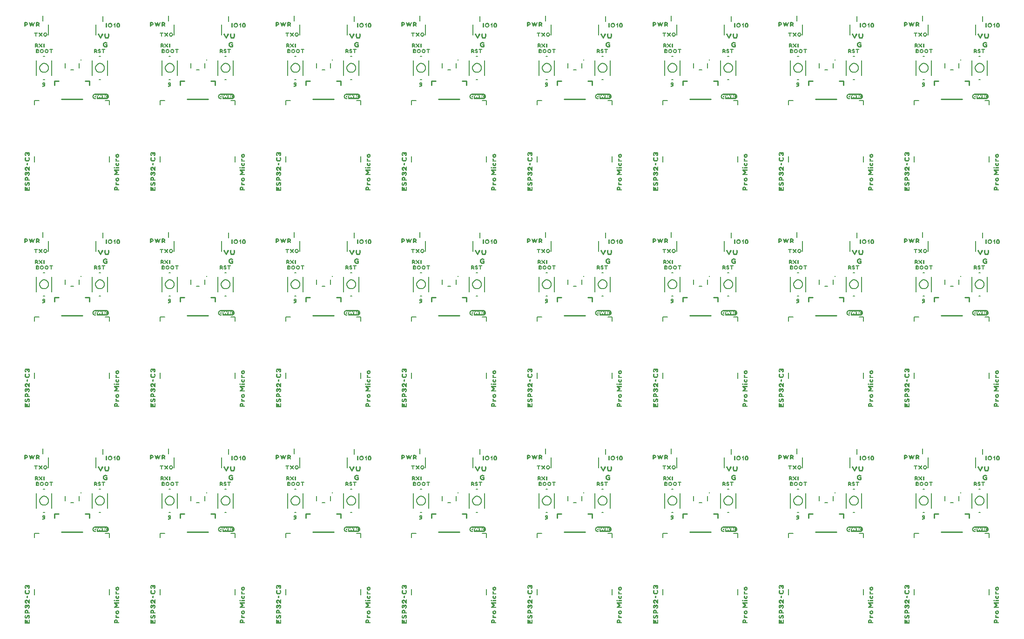
<source format=gto>
G04 EAGLE Gerber RS-274X export*
G75*
%MOMM*%
%FSLAX34Y34*%
%LPD*%
%INSilkscreen Top*%
%IPPOS*%
%AMOC8*
5,1,8,0,0,1.08239X$1,22.5*%
G01*
%ADD10C,0.203200*%
%ADD11C,0.254000*%
%ADD12C,0.127000*%
%ADD13C,0.254000*%
%ADD14C,0.200000*%

G36*
X360481Y171632D02*
X360481Y171632D01*
X360485Y171631D01*
X360968Y171678D01*
X360983Y171690D01*
X361003Y171693D01*
X361012Y171713D01*
X361021Y171720D01*
X361019Y171729D01*
X361024Y171741D01*
X361024Y174389D01*
X361018Y174398D01*
X361021Y174409D01*
X361001Y174425D01*
X360987Y174446D01*
X360976Y174445D01*
X360968Y174452D01*
X360925Y174437D01*
X360920Y174436D01*
X360920Y174435D01*
X360919Y174435D01*
X360587Y174126D01*
X360148Y173861D01*
X359655Y173723D01*
X359141Y173710D01*
X358630Y173784D01*
X358147Y173959D01*
X357716Y174237D01*
X357358Y174604D01*
X357085Y175041D01*
X356899Y175523D01*
X356793Y176031D01*
X356756Y176550D01*
X356796Y177069D01*
X356910Y177576D01*
X357107Y178053D01*
X357393Y178481D01*
X357765Y178836D01*
X358208Y179097D01*
X358699Y179253D01*
X359214Y179305D01*
X359727Y179264D01*
X360214Y179104D01*
X360927Y178645D01*
X360933Y178645D01*
X360935Y178641D01*
X360965Y178645D01*
X360995Y178645D01*
X360998Y178650D01*
X361003Y178651D01*
X361024Y178698D01*
X361024Y179175D01*
X361414Y179248D01*
X362451Y179248D01*
X362666Y179127D01*
X362677Y179127D01*
X362691Y179119D01*
X362753Y179113D01*
X362753Y179107D01*
X362743Y179085D01*
X362743Y171704D01*
X362756Y171685D01*
X362759Y171663D01*
X362775Y171655D01*
X362780Y171647D01*
X362790Y171648D01*
X362806Y171641D01*
X379747Y171632D01*
X379750Y171634D01*
X379754Y171633D01*
X380805Y171757D01*
X380809Y171760D01*
X380816Y171759D01*
X381322Y171916D01*
X381323Y171918D01*
X381326Y171917D01*
X381817Y172109D01*
X381819Y172112D01*
X381824Y172113D01*
X382290Y172365D01*
X382291Y172368D01*
X382296Y172369D01*
X382728Y172672D01*
X382729Y172674D01*
X382732Y172675D01*
X383140Y173012D01*
X383142Y173016D01*
X383147Y173019D01*
X383497Y173415D01*
X383497Y173416D01*
X383499Y173417D01*
X383830Y173830D01*
X383831Y173835D01*
X383836Y173839D01*
X384089Y174305D01*
X384089Y174306D01*
X384091Y174308D01*
X384315Y174785D01*
X384315Y174789D01*
X384318Y174793D01*
X384475Y175299D01*
X384475Y175302D01*
X384477Y175305D01*
X384583Y175821D01*
X384582Y175824D01*
X384584Y175828D01*
X384637Y176355D01*
X384636Y176358D01*
X384638Y176363D01*
X384624Y176890D01*
X384623Y176892D01*
X384624Y176894D01*
X384570Y177422D01*
X384568Y177425D01*
X384569Y177431D01*
X384436Y177942D01*
X384435Y177943D01*
X384435Y177945D01*
X384278Y178450D01*
X384274Y178454D01*
X384273Y178461D01*
X384024Y178928D01*
X384023Y178929D01*
X384022Y178931D01*
X383754Y179385D01*
X383750Y179387D01*
X383750Y179390D01*
X383749Y179391D01*
X383748Y179393D01*
X383411Y179802D01*
X383409Y179803D01*
X383407Y179806D01*
X383040Y180184D01*
X383037Y180184D01*
X383035Y180188D01*
X382626Y180526D01*
X382622Y180526D01*
X382619Y180530D01*
X382173Y180811D01*
X382171Y180811D01*
X382169Y180813D01*
X381704Y181066D01*
X381698Y181065D01*
X381693Y181070D01*
X380683Y181385D01*
X380678Y181384D01*
X380671Y181388D01*
X380144Y181441D01*
X379738Y181482D01*
X379735Y181480D01*
X379732Y181482D01*
X359602Y181482D01*
X359600Y181481D01*
X359597Y181482D01*
X358542Y181390D01*
X358538Y181387D01*
X358529Y181388D01*
X357517Y181081D01*
X357514Y181077D01*
X357506Y181077D01*
X357040Y180824D01*
X357039Y180822D01*
X357037Y180822D01*
X356588Y180545D01*
X356586Y180541D01*
X356581Y180540D01*
X356172Y180203D01*
X356171Y180200D01*
X356168Y180199D01*
X355797Y179824D01*
X355796Y179821D01*
X355793Y179820D01*
X355456Y179411D01*
X355455Y179407D01*
X355450Y179404D01*
X355178Y178951D01*
X355178Y178950D01*
X355177Y178949D01*
X354924Y178483D01*
X354924Y178477D01*
X354919Y178471D01*
X354623Y177456D01*
X354625Y177451D01*
X354621Y177444D01*
X354568Y176917D01*
X354569Y176915D01*
X354568Y176913D01*
X354549Y176386D01*
X354551Y176383D01*
X354550Y176378D01*
X354603Y175851D01*
X354604Y175848D01*
X354604Y175845D01*
X354705Y175328D01*
X354707Y175325D01*
X354707Y175321D01*
X354864Y174815D01*
X354867Y174813D01*
X354867Y174808D01*
X355087Y174328D01*
X355089Y174327D01*
X355089Y174325D01*
X355342Y173859D01*
X355346Y173857D01*
X355348Y173850D01*
X355676Y173435D01*
X355677Y173435D01*
X355677Y173433D01*
X355698Y173409D01*
X355753Y173346D01*
X355807Y173284D01*
X355861Y173221D01*
X355916Y173158D01*
X355970Y173095D01*
X356024Y173034D01*
X356025Y173033D01*
X356029Y173031D01*
X356031Y173026D01*
X356440Y172689D01*
X356442Y172689D01*
X356443Y172687D01*
X356873Y172380D01*
X356876Y172380D01*
X356879Y172376D01*
X357345Y172124D01*
X357348Y172124D01*
X357351Y172120D01*
X357841Y171924D01*
X357843Y171925D01*
X357846Y171923D01*
X358351Y171766D01*
X358356Y171767D01*
X358361Y171763D01*
X358884Y171688D01*
X358885Y171689D01*
X358886Y171688D01*
X359413Y171635D01*
X359416Y171636D01*
X359419Y171635D01*
X360479Y171631D01*
X360481Y171632D01*
G37*
G36*
X1732081Y959032D02*
X1732081Y959032D01*
X1732085Y959031D01*
X1732568Y959078D01*
X1732583Y959090D01*
X1732603Y959093D01*
X1732612Y959113D01*
X1732621Y959120D01*
X1732619Y959129D01*
X1732624Y959141D01*
X1732624Y961789D01*
X1732618Y961798D01*
X1732621Y961809D01*
X1732601Y961825D01*
X1732587Y961846D01*
X1732576Y961845D01*
X1732568Y961852D01*
X1732525Y961837D01*
X1732520Y961836D01*
X1732520Y961835D01*
X1732519Y961835D01*
X1732187Y961526D01*
X1731748Y961261D01*
X1731255Y961123D01*
X1730741Y961110D01*
X1730230Y961184D01*
X1729747Y961359D01*
X1729316Y961637D01*
X1728958Y962004D01*
X1728685Y962441D01*
X1728499Y962923D01*
X1728393Y963431D01*
X1728356Y963950D01*
X1728396Y964469D01*
X1728510Y964976D01*
X1728707Y965453D01*
X1728993Y965881D01*
X1729365Y966236D01*
X1729808Y966497D01*
X1730299Y966653D01*
X1730814Y966705D01*
X1731327Y966664D01*
X1731814Y966504D01*
X1732527Y966045D01*
X1732533Y966045D01*
X1732535Y966041D01*
X1732565Y966045D01*
X1732595Y966045D01*
X1732598Y966050D01*
X1732603Y966051D01*
X1732624Y966098D01*
X1732624Y966575D01*
X1733014Y966648D01*
X1734051Y966648D01*
X1734266Y966527D01*
X1734277Y966527D01*
X1734291Y966519D01*
X1734353Y966513D01*
X1734353Y966507D01*
X1734343Y966485D01*
X1734343Y959104D01*
X1734356Y959085D01*
X1734359Y959063D01*
X1734375Y959055D01*
X1734380Y959047D01*
X1734390Y959048D01*
X1734406Y959041D01*
X1751347Y959032D01*
X1751350Y959034D01*
X1751354Y959033D01*
X1752405Y959157D01*
X1752409Y959160D01*
X1752416Y959159D01*
X1752922Y959316D01*
X1752923Y959318D01*
X1752926Y959317D01*
X1753417Y959509D01*
X1753419Y959512D01*
X1753424Y959513D01*
X1753890Y959765D01*
X1753891Y959768D01*
X1753896Y959769D01*
X1754328Y960072D01*
X1754329Y960074D01*
X1754332Y960075D01*
X1754740Y960412D01*
X1754742Y960416D01*
X1754747Y960419D01*
X1755097Y960815D01*
X1755097Y960816D01*
X1755099Y960817D01*
X1755430Y961230D01*
X1755431Y961235D01*
X1755436Y961239D01*
X1755689Y961705D01*
X1755689Y961706D01*
X1755691Y961708D01*
X1755915Y962185D01*
X1755915Y962189D01*
X1755918Y962193D01*
X1756075Y962699D01*
X1756075Y962702D01*
X1756077Y962705D01*
X1756183Y963221D01*
X1756182Y963224D01*
X1756184Y963228D01*
X1756237Y963755D01*
X1756236Y963758D01*
X1756238Y963763D01*
X1756224Y964290D01*
X1756223Y964292D01*
X1756224Y964294D01*
X1756170Y964822D01*
X1756168Y964825D01*
X1756169Y964831D01*
X1756036Y965342D01*
X1756035Y965343D01*
X1756035Y965345D01*
X1755878Y965850D01*
X1755874Y965854D01*
X1755873Y965861D01*
X1755624Y966328D01*
X1755623Y966329D01*
X1755622Y966331D01*
X1755354Y966785D01*
X1755350Y966787D01*
X1755350Y966790D01*
X1755349Y966791D01*
X1755348Y966793D01*
X1755011Y967202D01*
X1755009Y967203D01*
X1755007Y967206D01*
X1754640Y967584D01*
X1754637Y967584D01*
X1754635Y967588D01*
X1754226Y967926D01*
X1754222Y967926D01*
X1754219Y967930D01*
X1753773Y968211D01*
X1753771Y968211D01*
X1753769Y968213D01*
X1753304Y968466D01*
X1753298Y968465D01*
X1753293Y968470D01*
X1752283Y968785D01*
X1752278Y968784D01*
X1752271Y968788D01*
X1751744Y968841D01*
X1751338Y968882D01*
X1751335Y968880D01*
X1751332Y968882D01*
X1731202Y968882D01*
X1731200Y968881D01*
X1731197Y968882D01*
X1730142Y968790D01*
X1730138Y968787D01*
X1730129Y968788D01*
X1729117Y968481D01*
X1729114Y968477D01*
X1729106Y968477D01*
X1728640Y968224D01*
X1728639Y968222D01*
X1728637Y968222D01*
X1728188Y967945D01*
X1728186Y967941D01*
X1728181Y967940D01*
X1727772Y967603D01*
X1727771Y967600D01*
X1727768Y967599D01*
X1727397Y967224D01*
X1727396Y967221D01*
X1727393Y967220D01*
X1727056Y966811D01*
X1727055Y966807D01*
X1727050Y966804D01*
X1726778Y966351D01*
X1726778Y966350D01*
X1726777Y966349D01*
X1726524Y965883D01*
X1726524Y965877D01*
X1726519Y965871D01*
X1726223Y964856D01*
X1726225Y964851D01*
X1726221Y964844D01*
X1726168Y964317D01*
X1726169Y964315D01*
X1726168Y964313D01*
X1726149Y963786D01*
X1726151Y963783D01*
X1726150Y963778D01*
X1726203Y963251D01*
X1726204Y963248D01*
X1726204Y963245D01*
X1726305Y962728D01*
X1726307Y962725D01*
X1726307Y962721D01*
X1726464Y962215D01*
X1726467Y962213D01*
X1726467Y962208D01*
X1726687Y961728D01*
X1726689Y961727D01*
X1726689Y961725D01*
X1726942Y961259D01*
X1726946Y961257D01*
X1726948Y961250D01*
X1727276Y960835D01*
X1727277Y960835D01*
X1727277Y960833D01*
X1727298Y960809D01*
X1727353Y960746D01*
X1727407Y960684D01*
X1727461Y960621D01*
X1727516Y960558D01*
X1727570Y960495D01*
X1727624Y960434D01*
X1727625Y960433D01*
X1727629Y960431D01*
X1727631Y960426D01*
X1728040Y960089D01*
X1728042Y960089D01*
X1728043Y960087D01*
X1728473Y959780D01*
X1728476Y959780D01*
X1728479Y959776D01*
X1728945Y959524D01*
X1728948Y959524D01*
X1728951Y959520D01*
X1729441Y959324D01*
X1729443Y959325D01*
X1729446Y959323D01*
X1729951Y959166D01*
X1729956Y959167D01*
X1729961Y959163D01*
X1730484Y959088D01*
X1730485Y959089D01*
X1730486Y959088D01*
X1731013Y959035D01*
X1731016Y959036D01*
X1731019Y959035D01*
X1732079Y959031D01*
X1732081Y959032D01*
G37*
G36*
X1503481Y959032D02*
X1503481Y959032D01*
X1503485Y959031D01*
X1503968Y959078D01*
X1503983Y959090D01*
X1504003Y959093D01*
X1504012Y959113D01*
X1504021Y959120D01*
X1504019Y959129D01*
X1504024Y959141D01*
X1504024Y961789D01*
X1504018Y961798D01*
X1504021Y961809D01*
X1504001Y961825D01*
X1503987Y961846D01*
X1503976Y961845D01*
X1503968Y961852D01*
X1503925Y961837D01*
X1503920Y961836D01*
X1503920Y961835D01*
X1503919Y961835D01*
X1503587Y961526D01*
X1503148Y961261D01*
X1502655Y961123D01*
X1502141Y961110D01*
X1501630Y961184D01*
X1501147Y961359D01*
X1500716Y961637D01*
X1500358Y962004D01*
X1500085Y962441D01*
X1499899Y962923D01*
X1499793Y963431D01*
X1499756Y963950D01*
X1499796Y964469D01*
X1499910Y964976D01*
X1500107Y965453D01*
X1500393Y965881D01*
X1500765Y966236D01*
X1501208Y966497D01*
X1501699Y966653D01*
X1502214Y966705D01*
X1502727Y966664D01*
X1503214Y966504D01*
X1503927Y966045D01*
X1503933Y966045D01*
X1503935Y966041D01*
X1503965Y966045D01*
X1503995Y966045D01*
X1503998Y966050D01*
X1504003Y966051D01*
X1504024Y966098D01*
X1504024Y966575D01*
X1504414Y966648D01*
X1505451Y966648D01*
X1505666Y966527D01*
X1505677Y966527D01*
X1505691Y966519D01*
X1505753Y966513D01*
X1505753Y966507D01*
X1505743Y966485D01*
X1505743Y959104D01*
X1505756Y959085D01*
X1505759Y959063D01*
X1505775Y959055D01*
X1505780Y959047D01*
X1505790Y959048D01*
X1505806Y959041D01*
X1522747Y959032D01*
X1522750Y959034D01*
X1522754Y959033D01*
X1523805Y959157D01*
X1523809Y959160D01*
X1523816Y959159D01*
X1524322Y959316D01*
X1524323Y959318D01*
X1524326Y959317D01*
X1524817Y959509D01*
X1524819Y959512D01*
X1524824Y959513D01*
X1525290Y959765D01*
X1525291Y959768D01*
X1525296Y959769D01*
X1525728Y960072D01*
X1525729Y960074D01*
X1525732Y960075D01*
X1526140Y960412D01*
X1526142Y960416D01*
X1526147Y960419D01*
X1526497Y960815D01*
X1526497Y960816D01*
X1526499Y960817D01*
X1526830Y961230D01*
X1526831Y961235D01*
X1526836Y961239D01*
X1527089Y961705D01*
X1527089Y961706D01*
X1527091Y961708D01*
X1527315Y962185D01*
X1527315Y962189D01*
X1527318Y962193D01*
X1527475Y962699D01*
X1527475Y962702D01*
X1527477Y962705D01*
X1527583Y963221D01*
X1527582Y963224D01*
X1527584Y963228D01*
X1527637Y963755D01*
X1527636Y963758D01*
X1527638Y963763D01*
X1527624Y964290D01*
X1527623Y964292D01*
X1527624Y964294D01*
X1527570Y964822D01*
X1527568Y964825D01*
X1527569Y964831D01*
X1527436Y965342D01*
X1527435Y965343D01*
X1527435Y965345D01*
X1527278Y965850D01*
X1527274Y965854D01*
X1527273Y965861D01*
X1527024Y966328D01*
X1527023Y966329D01*
X1527022Y966331D01*
X1526754Y966785D01*
X1526750Y966787D01*
X1526750Y966790D01*
X1526749Y966791D01*
X1526748Y966793D01*
X1526411Y967202D01*
X1526409Y967203D01*
X1526407Y967206D01*
X1526040Y967584D01*
X1526037Y967584D01*
X1526035Y967588D01*
X1525626Y967926D01*
X1525622Y967926D01*
X1525619Y967930D01*
X1525173Y968211D01*
X1525171Y968211D01*
X1525169Y968213D01*
X1524704Y968466D01*
X1524698Y968465D01*
X1524693Y968470D01*
X1523683Y968785D01*
X1523678Y968784D01*
X1523671Y968788D01*
X1523144Y968841D01*
X1522738Y968882D01*
X1522735Y968880D01*
X1522732Y968882D01*
X1502602Y968882D01*
X1502600Y968881D01*
X1502597Y968882D01*
X1501542Y968790D01*
X1501538Y968787D01*
X1501529Y968788D01*
X1500517Y968481D01*
X1500514Y968477D01*
X1500506Y968477D01*
X1500040Y968224D01*
X1500039Y968222D01*
X1500037Y968222D01*
X1499588Y967945D01*
X1499586Y967941D01*
X1499581Y967940D01*
X1499172Y967603D01*
X1499171Y967600D01*
X1499168Y967599D01*
X1498797Y967224D01*
X1498796Y967221D01*
X1498793Y967220D01*
X1498456Y966811D01*
X1498455Y966807D01*
X1498450Y966804D01*
X1498178Y966351D01*
X1498178Y966350D01*
X1498177Y966349D01*
X1497924Y965883D01*
X1497924Y965877D01*
X1497919Y965871D01*
X1497623Y964856D01*
X1497625Y964851D01*
X1497621Y964844D01*
X1497568Y964317D01*
X1497569Y964315D01*
X1497568Y964313D01*
X1497549Y963786D01*
X1497551Y963783D01*
X1497550Y963778D01*
X1497603Y963251D01*
X1497604Y963248D01*
X1497604Y963245D01*
X1497705Y962728D01*
X1497707Y962725D01*
X1497707Y962721D01*
X1497864Y962215D01*
X1497867Y962213D01*
X1497867Y962208D01*
X1498087Y961728D01*
X1498089Y961727D01*
X1498089Y961725D01*
X1498342Y961259D01*
X1498346Y961257D01*
X1498348Y961250D01*
X1498676Y960835D01*
X1498677Y960835D01*
X1498677Y960833D01*
X1498698Y960809D01*
X1498753Y960746D01*
X1498807Y960684D01*
X1498861Y960621D01*
X1498916Y960558D01*
X1498970Y960495D01*
X1499024Y960434D01*
X1499025Y960433D01*
X1499029Y960431D01*
X1499031Y960426D01*
X1499440Y960089D01*
X1499442Y960089D01*
X1499443Y960087D01*
X1499873Y959780D01*
X1499876Y959780D01*
X1499879Y959776D01*
X1500345Y959524D01*
X1500348Y959524D01*
X1500351Y959520D01*
X1500841Y959324D01*
X1500843Y959325D01*
X1500846Y959323D01*
X1501351Y959166D01*
X1501356Y959167D01*
X1501361Y959163D01*
X1501884Y959088D01*
X1501885Y959089D01*
X1501886Y959088D01*
X1502413Y959035D01*
X1502416Y959036D01*
X1502419Y959035D01*
X1503479Y959031D01*
X1503481Y959032D01*
G37*
G36*
X589081Y959032D02*
X589081Y959032D01*
X589085Y959031D01*
X589568Y959078D01*
X589583Y959090D01*
X589603Y959093D01*
X589612Y959113D01*
X589621Y959120D01*
X589619Y959129D01*
X589624Y959141D01*
X589624Y961789D01*
X589618Y961798D01*
X589621Y961809D01*
X589601Y961825D01*
X589587Y961846D01*
X589576Y961845D01*
X589568Y961852D01*
X589525Y961837D01*
X589520Y961836D01*
X589520Y961835D01*
X589519Y961835D01*
X589187Y961526D01*
X588748Y961261D01*
X588255Y961123D01*
X587741Y961110D01*
X587230Y961184D01*
X586747Y961359D01*
X586316Y961637D01*
X585958Y962004D01*
X585685Y962441D01*
X585499Y962923D01*
X585393Y963431D01*
X585356Y963950D01*
X585396Y964469D01*
X585510Y964976D01*
X585707Y965453D01*
X585993Y965881D01*
X586365Y966236D01*
X586808Y966497D01*
X587299Y966653D01*
X587814Y966705D01*
X588327Y966664D01*
X588814Y966504D01*
X589527Y966045D01*
X589533Y966045D01*
X589535Y966041D01*
X589565Y966045D01*
X589595Y966045D01*
X589598Y966050D01*
X589603Y966051D01*
X589624Y966098D01*
X589624Y966575D01*
X590014Y966648D01*
X591051Y966648D01*
X591266Y966527D01*
X591277Y966527D01*
X591291Y966519D01*
X591353Y966513D01*
X591353Y966507D01*
X591343Y966485D01*
X591343Y959104D01*
X591356Y959085D01*
X591359Y959063D01*
X591375Y959055D01*
X591380Y959047D01*
X591390Y959048D01*
X591406Y959041D01*
X608347Y959032D01*
X608350Y959034D01*
X608354Y959033D01*
X609405Y959157D01*
X609409Y959160D01*
X609416Y959159D01*
X609922Y959316D01*
X609923Y959318D01*
X609926Y959317D01*
X610417Y959509D01*
X610419Y959512D01*
X610424Y959513D01*
X610890Y959765D01*
X610891Y959768D01*
X610896Y959769D01*
X611328Y960072D01*
X611329Y960074D01*
X611332Y960075D01*
X611740Y960412D01*
X611742Y960416D01*
X611747Y960419D01*
X612097Y960815D01*
X612097Y960816D01*
X612099Y960817D01*
X612430Y961230D01*
X612431Y961235D01*
X612436Y961239D01*
X612689Y961705D01*
X612689Y961706D01*
X612691Y961708D01*
X612915Y962185D01*
X612915Y962189D01*
X612918Y962193D01*
X613075Y962699D01*
X613075Y962702D01*
X613077Y962705D01*
X613183Y963221D01*
X613182Y963224D01*
X613184Y963228D01*
X613237Y963755D01*
X613236Y963758D01*
X613238Y963763D01*
X613224Y964290D01*
X613223Y964292D01*
X613224Y964294D01*
X613170Y964822D01*
X613168Y964825D01*
X613169Y964831D01*
X613036Y965342D01*
X613035Y965343D01*
X613035Y965345D01*
X612878Y965850D01*
X612874Y965854D01*
X612873Y965861D01*
X612624Y966328D01*
X612623Y966329D01*
X612622Y966331D01*
X612354Y966785D01*
X612350Y966787D01*
X612350Y966790D01*
X612349Y966791D01*
X612348Y966793D01*
X612011Y967202D01*
X612009Y967203D01*
X612007Y967206D01*
X611640Y967584D01*
X611637Y967584D01*
X611635Y967588D01*
X611226Y967926D01*
X611222Y967926D01*
X611219Y967930D01*
X610773Y968211D01*
X610771Y968211D01*
X610769Y968213D01*
X610304Y968466D01*
X610298Y968465D01*
X610293Y968470D01*
X609283Y968785D01*
X609278Y968784D01*
X609271Y968788D01*
X608744Y968841D01*
X608338Y968882D01*
X608335Y968880D01*
X608332Y968882D01*
X588202Y968882D01*
X588200Y968881D01*
X588197Y968882D01*
X587142Y968790D01*
X587138Y968787D01*
X587129Y968788D01*
X586117Y968481D01*
X586114Y968477D01*
X586106Y968477D01*
X585640Y968224D01*
X585639Y968222D01*
X585637Y968222D01*
X585188Y967945D01*
X585186Y967941D01*
X585181Y967940D01*
X584772Y967603D01*
X584771Y967600D01*
X584768Y967599D01*
X584397Y967224D01*
X584396Y967221D01*
X584393Y967220D01*
X584056Y966811D01*
X584055Y966807D01*
X584050Y966804D01*
X583778Y966351D01*
X583778Y966350D01*
X583777Y966349D01*
X583524Y965883D01*
X583524Y965877D01*
X583519Y965871D01*
X583223Y964856D01*
X583225Y964851D01*
X583221Y964844D01*
X583168Y964317D01*
X583169Y964315D01*
X583168Y964313D01*
X583149Y963786D01*
X583151Y963783D01*
X583150Y963778D01*
X583203Y963251D01*
X583204Y963248D01*
X583204Y963245D01*
X583305Y962728D01*
X583307Y962725D01*
X583307Y962721D01*
X583464Y962215D01*
X583467Y962213D01*
X583467Y962208D01*
X583687Y961728D01*
X583689Y961727D01*
X583689Y961725D01*
X583942Y961259D01*
X583946Y961257D01*
X583948Y961250D01*
X584276Y960835D01*
X584277Y960835D01*
X584277Y960833D01*
X584298Y960809D01*
X584353Y960746D01*
X584407Y960684D01*
X584461Y960621D01*
X584516Y960558D01*
X584570Y960495D01*
X584624Y960434D01*
X584625Y960433D01*
X584629Y960431D01*
X584631Y960426D01*
X585040Y960089D01*
X585042Y960089D01*
X585043Y960087D01*
X585473Y959780D01*
X585476Y959780D01*
X585479Y959776D01*
X585945Y959524D01*
X585948Y959524D01*
X585951Y959520D01*
X586441Y959324D01*
X586443Y959325D01*
X586446Y959323D01*
X586951Y959166D01*
X586956Y959167D01*
X586961Y959163D01*
X587484Y959088D01*
X587485Y959089D01*
X587486Y959088D01*
X588013Y959035D01*
X588016Y959036D01*
X588019Y959035D01*
X589079Y959031D01*
X589081Y959032D01*
G37*
G36*
X360481Y959032D02*
X360481Y959032D01*
X360485Y959031D01*
X360968Y959078D01*
X360983Y959090D01*
X361003Y959093D01*
X361012Y959113D01*
X361021Y959120D01*
X361019Y959129D01*
X361024Y959141D01*
X361024Y961789D01*
X361018Y961798D01*
X361021Y961809D01*
X361001Y961825D01*
X360987Y961846D01*
X360976Y961845D01*
X360968Y961852D01*
X360925Y961837D01*
X360920Y961836D01*
X360920Y961835D01*
X360919Y961835D01*
X360587Y961526D01*
X360148Y961261D01*
X359655Y961123D01*
X359141Y961110D01*
X358630Y961184D01*
X358147Y961359D01*
X357716Y961637D01*
X357358Y962004D01*
X357085Y962441D01*
X356899Y962923D01*
X356793Y963431D01*
X356756Y963950D01*
X356796Y964469D01*
X356910Y964976D01*
X357107Y965453D01*
X357393Y965881D01*
X357765Y966236D01*
X358208Y966497D01*
X358699Y966653D01*
X359214Y966705D01*
X359727Y966664D01*
X360214Y966504D01*
X360927Y966045D01*
X360933Y966045D01*
X360935Y966041D01*
X360965Y966045D01*
X360995Y966045D01*
X360998Y966050D01*
X361003Y966051D01*
X361024Y966098D01*
X361024Y966575D01*
X361414Y966648D01*
X362451Y966648D01*
X362666Y966527D01*
X362677Y966527D01*
X362691Y966519D01*
X362753Y966513D01*
X362753Y966507D01*
X362743Y966485D01*
X362743Y959104D01*
X362756Y959085D01*
X362759Y959063D01*
X362775Y959055D01*
X362780Y959047D01*
X362790Y959048D01*
X362806Y959041D01*
X379747Y959032D01*
X379750Y959034D01*
X379754Y959033D01*
X380805Y959157D01*
X380809Y959160D01*
X380816Y959159D01*
X381322Y959316D01*
X381323Y959318D01*
X381326Y959317D01*
X381817Y959509D01*
X381819Y959512D01*
X381824Y959513D01*
X382290Y959765D01*
X382291Y959768D01*
X382296Y959769D01*
X382728Y960072D01*
X382729Y960074D01*
X382732Y960075D01*
X383140Y960412D01*
X383142Y960416D01*
X383147Y960419D01*
X383497Y960815D01*
X383497Y960816D01*
X383499Y960817D01*
X383830Y961230D01*
X383831Y961235D01*
X383836Y961239D01*
X384089Y961705D01*
X384089Y961706D01*
X384091Y961708D01*
X384315Y962185D01*
X384315Y962189D01*
X384318Y962193D01*
X384475Y962699D01*
X384475Y962702D01*
X384477Y962705D01*
X384583Y963221D01*
X384582Y963224D01*
X384584Y963228D01*
X384637Y963755D01*
X384636Y963758D01*
X384638Y963763D01*
X384624Y964290D01*
X384623Y964292D01*
X384624Y964294D01*
X384570Y964822D01*
X384568Y964825D01*
X384569Y964831D01*
X384436Y965342D01*
X384435Y965343D01*
X384435Y965345D01*
X384278Y965850D01*
X384274Y965854D01*
X384273Y965861D01*
X384024Y966328D01*
X384023Y966329D01*
X384022Y966331D01*
X383754Y966785D01*
X383750Y966787D01*
X383750Y966790D01*
X383749Y966791D01*
X383748Y966793D01*
X383411Y967202D01*
X383409Y967203D01*
X383407Y967206D01*
X383040Y967584D01*
X383037Y967584D01*
X383035Y967588D01*
X382626Y967926D01*
X382622Y967926D01*
X382619Y967930D01*
X382173Y968211D01*
X382171Y968211D01*
X382169Y968213D01*
X381704Y968466D01*
X381698Y968465D01*
X381693Y968470D01*
X380683Y968785D01*
X380678Y968784D01*
X380671Y968788D01*
X380144Y968841D01*
X379738Y968882D01*
X379735Y968880D01*
X379732Y968882D01*
X359602Y968882D01*
X359600Y968881D01*
X359597Y968882D01*
X358542Y968790D01*
X358538Y968787D01*
X358529Y968788D01*
X357517Y968481D01*
X357514Y968477D01*
X357506Y968477D01*
X357040Y968224D01*
X357039Y968222D01*
X357037Y968222D01*
X356588Y967945D01*
X356586Y967941D01*
X356581Y967940D01*
X356172Y967603D01*
X356171Y967600D01*
X356168Y967599D01*
X355797Y967224D01*
X355796Y967221D01*
X355793Y967220D01*
X355456Y966811D01*
X355455Y966807D01*
X355450Y966804D01*
X355178Y966351D01*
X355178Y966350D01*
X355177Y966349D01*
X354924Y965883D01*
X354924Y965877D01*
X354919Y965871D01*
X354623Y964856D01*
X354625Y964851D01*
X354621Y964844D01*
X354568Y964317D01*
X354569Y964315D01*
X354568Y964313D01*
X354549Y963786D01*
X354551Y963783D01*
X354550Y963778D01*
X354603Y963251D01*
X354604Y963248D01*
X354604Y963245D01*
X354705Y962728D01*
X354707Y962725D01*
X354707Y962721D01*
X354864Y962215D01*
X354867Y962213D01*
X354867Y962208D01*
X355087Y961728D01*
X355089Y961727D01*
X355089Y961725D01*
X355342Y961259D01*
X355346Y961257D01*
X355348Y961250D01*
X355676Y960835D01*
X355677Y960835D01*
X355677Y960833D01*
X355698Y960809D01*
X355753Y960746D01*
X355807Y960684D01*
X355861Y960621D01*
X355916Y960558D01*
X355970Y960495D01*
X356024Y960434D01*
X356025Y960433D01*
X356029Y960431D01*
X356031Y960426D01*
X356440Y960089D01*
X356442Y960089D01*
X356443Y960087D01*
X356873Y959780D01*
X356876Y959780D01*
X356879Y959776D01*
X357345Y959524D01*
X357348Y959524D01*
X357351Y959520D01*
X357841Y959324D01*
X357843Y959325D01*
X357846Y959323D01*
X358351Y959166D01*
X358356Y959167D01*
X358361Y959163D01*
X358884Y959088D01*
X358885Y959089D01*
X358886Y959088D01*
X359413Y959035D01*
X359416Y959036D01*
X359419Y959035D01*
X360479Y959031D01*
X360481Y959032D01*
G37*
G36*
X1046281Y959032D02*
X1046281Y959032D01*
X1046285Y959031D01*
X1046768Y959078D01*
X1046783Y959090D01*
X1046803Y959093D01*
X1046812Y959113D01*
X1046821Y959120D01*
X1046819Y959129D01*
X1046824Y959141D01*
X1046824Y961789D01*
X1046818Y961798D01*
X1046821Y961809D01*
X1046801Y961825D01*
X1046787Y961846D01*
X1046776Y961845D01*
X1046768Y961852D01*
X1046725Y961837D01*
X1046720Y961836D01*
X1046720Y961835D01*
X1046719Y961835D01*
X1046387Y961526D01*
X1045948Y961261D01*
X1045455Y961123D01*
X1044941Y961110D01*
X1044430Y961184D01*
X1043947Y961359D01*
X1043516Y961637D01*
X1043158Y962004D01*
X1042885Y962441D01*
X1042699Y962923D01*
X1042593Y963431D01*
X1042556Y963950D01*
X1042596Y964469D01*
X1042710Y964976D01*
X1042907Y965453D01*
X1043193Y965881D01*
X1043565Y966236D01*
X1044008Y966497D01*
X1044499Y966653D01*
X1045014Y966705D01*
X1045527Y966664D01*
X1046014Y966504D01*
X1046727Y966045D01*
X1046733Y966045D01*
X1046735Y966041D01*
X1046765Y966045D01*
X1046795Y966045D01*
X1046798Y966050D01*
X1046803Y966051D01*
X1046824Y966098D01*
X1046824Y966575D01*
X1047214Y966648D01*
X1048251Y966648D01*
X1048466Y966527D01*
X1048477Y966527D01*
X1048491Y966519D01*
X1048553Y966513D01*
X1048553Y966507D01*
X1048543Y966485D01*
X1048543Y959104D01*
X1048556Y959085D01*
X1048559Y959063D01*
X1048575Y959055D01*
X1048580Y959047D01*
X1048590Y959048D01*
X1048606Y959041D01*
X1065547Y959032D01*
X1065550Y959034D01*
X1065554Y959033D01*
X1066605Y959157D01*
X1066609Y959160D01*
X1066616Y959159D01*
X1067122Y959316D01*
X1067123Y959318D01*
X1067126Y959317D01*
X1067617Y959509D01*
X1067619Y959512D01*
X1067624Y959513D01*
X1068090Y959765D01*
X1068091Y959768D01*
X1068096Y959769D01*
X1068528Y960072D01*
X1068529Y960074D01*
X1068532Y960075D01*
X1068940Y960412D01*
X1068942Y960416D01*
X1068947Y960419D01*
X1069297Y960815D01*
X1069297Y960816D01*
X1069299Y960817D01*
X1069630Y961230D01*
X1069631Y961235D01*
X1069636Y961239D01*
X1069889Y961705D01*
X1069889Y961706D01*
X1069891Y961708D01*
X1070115Y962185D01*
X1070115Y962189D01*
X1070118Y962193D01*
X1070275Y962699D01*
X1070275Y962702D01*
X1070277Y962705D01*
X1070383Y963221D01*
X1070382Y963224D01*
X1070384Y963228D01*
X1070437Y963755D01*
X1070436Y963758D01*
X1070438Y963763D01*
X1070424Y964290D01*
X1070423Y964292D01*
X1070424Y964294D01*
X1070370Y964822D01*
X1070368Y964825D01*
X1070369Y964831D01*
X1070236Y965342D01*
X1070235Y965343D01*
X1070235Y965345D01*
X1070078Y965850D01*
X1070074Y965854D01*
X1070073Y965861D01*
X1069824Y966328D01*
X1069823Y966329D01*
X1069822Y966331D01*
X1069554Y966785D01*
X1069550Y966787D01*
X1069550Y966790D01*
X1069549Y966791D01*
X1069548Y966793D01*
X1069211Y967202D01*
X1069209Y967203D01*
X1069207Y967206D01*
X1068840Y967584D01*
X1068837Y967584D01*
X1068835Y967588D01*
X1068426Y967926D01*
X1068422Y967926D01*
X1068419Y967930D01*
X1067973Y968211D01*
X1067971Y968211D01*
X1067969Y968213D01*
X1067504Y968466D01*
X1067498Y968465D01*
X1067493Y968470D01*
X1066483Y968785D01*
X1066478Y968784D01*
X1066471Y968788D01*
X1065944Y968841D01*
X1065538Y968882D01*
X1065535Y968880D01*
X1065532Y968882D01*
X1045402Y968882D01*
X1045400Y968881D01*
X1045397Y968882D01*
X1044342Y968790D01*
X1044338Y968787D01*
X1044329Y968788D01*
X1043317Y968481D01*
X1043314Y968477D01*
X1043306Y968477D01*
X1042840Y968224D01*
X1042839Y968222D01*
X1042837Y968222D01*
X1042388Y967945D01*
X1042386Y967941D01*
X1042381Y967940D01*
X1041972Y967603D01*
X1041971Y967600D01*
X1041968Y967599D01*
X1041597Y967224D01*
X1041596Y967221D01*
X1041593Y967220D01*
X1041256Y966811D01*
X1041255Y966807D01*
X1041250Y966804D01*
X1040978Y966351D01*
X1040978Y966350D01*
X1040977Y966349D01*
X1040724Y965883D01*
X1040724Y965877D01*
X1040719Y965871D01*
X1040423Y964856D01*
X1040425Y964851D01*
X1040421Y964844D01*
X1040368Y964317D01*
X1040369Y964315D01*
X1040368Y964313D01*
X1040349Y963786D01*
X1040351Y963783D01*
X1040350Y963778D01*
X1040403Y963251D01*
X1040404Y963248D01*
X1040404Y963245D01*
X1040505Y962728D01*
X1040507Y962725D01*
X1040507Y962721D01*
X1040664Y962215D01*
X1040667Y962213D01*
X1040667Y962208D01*
X1040887Y961728D01*
X1040889Y961727D01*
X1040889Y961725D01*
X1041142Y961259D01*
X1041146Y961257D01*
X1041148Y961250D01*
X1041476Y960835D01*
X1041477Y960835D01*
X1041477Y960833D01*
X1041498Y960809D01*
X1041553Y960746D01*
X1041607Y960684D01*
X1041661Y960621D01*
X1041716Y960558D01*
X1041770Y960495D01*
X1041824Y960434D01*
X1041825Y960433D01*
X1041829Y960431D01*
X1041831Y960426D01*
X1042240Y960089D01*
X1042242Y960089D01*
X1042243Y960087D01*
X1042673Y959780D01*
X1042676Y959780D01*
X1042679Y959776D01*
X1043145Y959524D01*
X1043148Y959524D01*
X1043151Y959520D01*
X1043641Y959324D01*
X1043643Y959325D01*
X1043646Y959323D01*
X1044151Y959166D01*
X1044156Y959167D01*
X1044161Y959163D01*
X1044684Y959088D01*
X1044685Y959089D01*
X1044686Y959088D01*
X1045213Y959035D01*
X1045216Y959036D01*
X1045219Y959035D01*
X1046279Y959031D01*
X1046281Y959032D01*
G37*
G36*
X1274881Y959032D02*
X1274881Y959032D01*
X1274885Y959031D01*
X1275368Y959078D01*
X1275383Y959090D01*
X1275403Y959093D01*
X1275412Y959113D01*
X1275421Y959120D01*
X1275419Y959129D01*
X1275424Y959141D01*
X1275424Y961789D01*
X1275418Y961798D01*
X1275421Y961809D01*
X1275401Y961825D01*
X1275387Y961846D01*
X1275376Y961845D01*
X1275368Y961852D01*
X1275325Y961837D01*
X1275320Y961836D01*
X1275320Y961835D01*
X1275319Y961835D01*
X1274987Y961526D01*
X1274548Y961261D01*
X1274055Y961123D01*
X1273541Y961110D01*
X1273030Y961184D01*
X1272547Y961359D01*
X1272116Y961637D01*
X1271758Y962004D01*
X1271485Y962441D01*
X1271299Y962923D01*
X1271193Y963431D01*
X1271156Y963950D01*
X1271196Y964469D01*
X1271310Y964976D01*
X1271507Y965453D01*
X1271793Y965881D01*
X1272165Y966236D01*
X1272608Y966497D01*
X1273099Y966653D01*
X1273614Y966705D01*
X1274127Y966664D01*
X1274614Y966504D01*
X1275327Y966045D01*
X1275333Y966045D01*
X1275335Y966041D01*
X1275365Y966045D01*
X1275395Y966045D01*
X1275398Y966050D01*
X1275403Y966051D01*
X1275424Y966098D01*
X1275424Y966575D01*
X1275814Y966648D01*
X1276851Y966648D01*
X1277066Y966527D01*
X1277077Y966527D01*
X1277091Y966519D01*
X1277153Y966513D01*
X1277153Y966507D01*
X1277143Y966485D01*
X1277143Y959104D01*
X1277156Y959085D01*
X1277159Y959063D01*
X1277175Y959055D01*
X1277180Y959047D01*
X1277190Y959048D01*
X1277206Y959041D01*
X1294147Y959032D01*
X1294150Y959034D01*
X1294154Y959033D01*
X1295205Y959157D01*
X1295209Y959160D01*
X1295216Y959159D01*
X1295722Y959316D01*
X1295723Y959318D01*
X1295726Y959317D01*
X1296217Y959509D01*
X1296219Y959512D01*
X1296224Y959513D01*
X1296690Y959765D01*
X1296691Y959768D01*
X1296696Y959769D01*
X1297128Y960072D01*
X1297129Y960074D01*
X1297132Y960075D01*
X1297540Y960412D01*
X1297542Y960416D01*
X1297547Y960419D01*
X1297897Y960815D01*
X1297897Y960816D01*
X1297899Y960817D01*
X1298230Y961230D01*
X1298231Y961235D01*
X1298236Y961239D01*
X1298489Y961705D01*
X1298489Y961706D01*
X1298491Y961708D01*
X1298715Y962185D01*
X1298715Y962189D01*
X1298718Y962193D01*
X1298875Y962699D01*
X1298875Y962702D01*
X1298877Y962705D01*
X1298983Y963221D01*
X1298982Y963224D01*
X1298984Y963228D01*
X1299037Y963755D01*
X1299036Y963758D01*
X1299038Y963763D01*
X1299024Y964290D01*
X1299023Y964292D01*
X1299024Y964294D01*
X1298970Y964822D01*
X1298968Y964825D01*
X1298969Y964831D01*
X1298836Y965342D01*
X1298835Y965343D01*
X1298835Y965345D01*
X1298678Y965850D01*
X1298674Y965854D01*
X1298673Y965861D01*
X1298424Y966328D01*
X1298423Y966329D01*
X1298422Y966331D01*
X1298154Y966785D01*
X1298150Y966787D01*
X1298150Y966790D01*
X1298149Y966791D01*
X1298148Y966793D01*
X1297811Y967202D01*
X1297809Y967203D01*
X1297807Y967206D01*
X1297440Y967584D01*
X1297437Y967584D01*
X1297435Y967588D01*
X1297026Y967926D01*
X1297022Y967926D01*
X1297019Y967930D01*
X1296573Y968211D01*
X1296571Y968211D01*
X1296569Y968213D01*
X1296104Y968466D01*
X1296098Y968465D01*
X1296093Y968470D01*
X1295083Y968785D01*
X1295078Y968784D01*
X1295071Y968788D01*
X1294544Y968841D01*
X1294138Y968882D01*
X1294135Y968880D01*
X1294132Y968882D01*
X1274002Y968882D01*
X1274000Y968881D01*
X1273997Y968882D01*
X1272942Y968790D01*
X1272938Y968787D01*
X1272929Y968788D01*
X1271917Y968481D01*
X1271914Y968477D01*
X1271906Y968477D01*
X1271440Y968224D01*
X1271439Y968222D01*
X1271437Y968222D01*
X1270988Y967945D01*
X1270986Y967941D01*
X1270981Y967940D01*
X1270572Y967603D01*
X1270571Y967600D01*
X1270568Y967599D01*
X1270197Y967224D01*
X1270196Y967221D01*
X1270193Y967220D01*
X1269856Y966811D01*
X1269855Y966807D01*
X1269850Y966804D01*
X1269578Y966351D01*
X1269578Y966350D01*
X1269577Y966349D01*
X1269324Y965883D01*
X1269324Y965877D01*
X1269319Y965871D01*
X1269023Y964856D01*
X1269025Y964851D01*
X1269021Y964844D01*
X1268968Y964317D01*
X1268969Y964315D01*
X1268968Y964313D01*
X1268949Y963786D01*
X1268951Y963783D01*
X1268950Y963778D01*
X1269003Y963251D01*
X1269004Y963248D01*
X1269004Y963245D01*
X1269105Y962728D01*
X1269107Y962725D01*
X1269107Y962721D01*
X1269264Y962215D01*
X1269267Y962213D01*
X1269267Y962208D01*
X1269487Y961728D01*
X1269489Y961727D01*
X1269489Y961725D01*
X1269742Y961259D01*
X1269746Y961257D01*
X1269748Y961250D01*
X1270076Y960835D01*
X1270077Y960835D01*
X1270077Y960833D01*
X1270098Y960809D01*
X1270153Y960746D01*
X1270207Y960684D01*
X1270261Y960621D01*
X1270316Y960558D01*
X1270370Y960495D01*
X1270424Y960434D01*
X1270425Y960433D01*
X1270429Y960431D01*
X1270431Y960426D01*
X1270840Y960089D01*
X1270842Y960089D01*
X1270843Y960087D01*
X1271273Y959780D01*
X1271276Y959780D01*
X1271279Y959776D01*
X1271745Y959524D01*
X1271748Y959524D01*
X1271751Y959520D01*
X1272241Y959324D01*
X1272243Y959325D01*
X1272246Y959323D01*
X1272751Y959166D01*
X1272756Y959167D01*
X1272761Y959163D01*
X1273284Y959088D01*
X1273285Y959089D01*
X1273286Y959088D01*
X1273813Y959035D01*
X1273816Y959036D01*
X1273819Y959035D01*
X1274879Y959031D01*
X1274881Y959032D01*
G37*
G36*
X817681Y959032D02*
X817681Y959032D01*
X817685Y959031D01*
X818168Y959078D01*
X818183Y959090D01*
X818203Y959093D01*
X818212Y959113D01*
X818221Y959120D01*
X818219Y959129D01*
X818224Y959141D01*
X818224Y961789D01*
X818218Y961798D01*
X818221Y961809D01*
X818201Y961825D01*
X818187Y961846D01*
X818176Y961845D01*
X818168Y961852D01*
X818125Y961837D01*
X818120Y961836D01*
X818120Y961835D01*
X818119Y961835D01*
X817787Y961526D01*
X817348Y961261D01*
X816855Y961123D01*
X816341Y961110D01*
X815830Y961184D01*
X815347Y961359D01*
X814916Y961637D01*
X814558Y962004D01*
X814285Y962441D01*
X814099Y962923D01*
X813993Y963431D01*
X813956Y963950D01*
X813996Y964469D01*
X814110Y964976D01*
X814307Y965453D01*
X814593Y965881D01*
X814965Y966236D01*
X815408Y966497D01*
X815899Y966653D01*
X816414Y966705D01*
X816927Y966664D01*
X817414Y966504D01*
X818127Y966045D01*
X818133Y966045D01*
X818135Y966041D01*
X818165Y966045D01*
X818195Y966045D01*
X818198Y966050D01*
X818203Y966051D01*
X818224Y966098D01*
X818224Y966575D01*
X818614Y966648D01*
X819651Y966648D01*
X819866Y966527D01*
X819877Y966527D01*
X819891Y966519D01*
X819953Y966513D01*
X819953Y966507D01*
X819943Y966485D01*
X819943Y959104D01*
X819956Y959085D01*
X819959Y959063D01*
X819975Y959055D01*
X819980Y959047D01*
X819990Y959048D01*
X820006Y959041D01*
X836947Y959032D01*
X836950Y959034D01*
X836954Y959033D01*
X838005Y959157D01*
X838009Y959160D01*
X838016Y959159D01*
X838522Y959316D01*
X838523Y959318D01*
X838526Y959317D01*
X839017Y959509D01*
X839019Y959512D01*
X839024Y959513D01*
X839490Y959765D01*
X839491Y959768D01*
X839496Y959769D01*
X839928Y960072D01*
X839929Y960074D01*
X839932Y960075D01*
X840340Y960412D01*
X840342Y960416D01*
X840347Y960419D01*
X840697Y960815D01*
X840697Y960816D01*
X840699Y960817D01*
X841030Y961230D01*
X841031Y961235D01*
X841036Y961239D01*
X841289Y961705D01*
X841289Y961706D01*
X841291Y961708D01*
X841515Y962185D01*
X841515Y962189D01*
X841518Y962193D01*
X841675Y962699D01*
X841675Y962702D01*
X841677Y962705D01*
X841783Y963221D01*
X841782Y963224D01*
X841784Y963228D01*
X841837Y963755D01*
X841836Y963758D01*
X841838Y963763D01*
X841824Y964290D01*
X841823Y964292D01*
X841824Y964294D01*
X841770Y964822D01*
X841768Y964825D01*
X841769Y964831D01*
X841636Y965342D01*
X841635Y965343D01*
X841635Y965345D01*
X841478Y965850D01*
X841474Y965854D01*
X841473Y965861D01*
X841224Y966328D01*
X841223Y966329D01*
X841222Y966331D01*
X840954Y966785D01*
X840950Y966787D01*
X840950Y966790D01*
X840949Y966791D01*
X840948Y966793D01*
X840611Y967202D01*
X840609Y967203D01*
X840607Y967206D01*
X840240Y967584D01*
X840237Y967584D01*
X840235Y967588D01*
X839826Y967926D01*
X839822Y967926D01*
X839819Y967930D01*
X839373Y968211D01*
X839371Y968211D01*
X839369Y968213D01*
X838904Y968466D01*
X838898Y968465D01*
X838893Y968470D01*
X837883Y968785D01*
X837878Y968784D01*
X837871Y968788D01*
X837344Y968841D01*
X836938Y968882D01*
X836935Y968880D01*
X836932Y968882D01*
X816802Y968882D01*
X816800Y968881D01*
X816797Y968882D01*
X815742Y968790D01*
X815738Y968787D01*
X815729Y968788D01*
X814717Y968481D01*
X814714Y968477D01*
X814706Y968477D01*
X814240Y968224D01*
X814239Y968222D01*
X814237Y968222D01*
X813788Y967945D01*
X813786Y967941D01*
X813781Y967940D01*
X813372Y967603D01*
X813371Y967600D01*
X813368Y967599D01*
X812997Y967224D01*
X812996Y967221D01*
X812993Y967220D01*
X812656Y966811D01*
X812655Y966807D01*
X812650Y966804D01*
X812378Y966351D01*
X812378Y966350D01*
X812377Y966349D01*
X812124Y965883D01*
X812124Y965877D01*
X812119Y965871D01*
X811823Y964856D01*
X811825Y964851D01*
X811821Y964844D01*
X811768Y964317D01*
X811769Y964315D01*
X811768Y964313D01*
X811749Y963786D01*
X811751Y963783D01*
X811750Y963778D01*
X811803Y963251D01*
X811804Y963248D01*
X811804Y963245D01*
X811905Y962728D01*
X811907Y962725D01*
X811907Y962721D01*
X812064Y962215D01*
X812067Y962213D01*
X812067Y962208D01*
X812287Y961728D01*
X812289Y961727D01*
X812289Y961725D01*
X812542Y961259D01*
X812546Y961257D01*
X812548Y961250D01*
X812876Y960835D01*
X812877Y960835D01*
X812877Y960833D01*
X812898Y960809D01*
X812953Y960746D01*
X813007Y960684D01*
X813061Y960621D01*
X813116Y960558D01*
X813170Y960495D01*
X813224Y960434D01*
X813225Y960433D01*
X813229Y960431D01*
X813231Y960426D01*
X813640Y960089D01*
X813642Y960089D01*
X813643Y960087D01*
X814073Y959780D01*
X814076Y959780D01*
X814079Y959776D01*
X814545Y959524D01*
X814548Y959524D01*
X814551Y959520D01*
X815041Y959324D01*
X815043Y959325D01*
X815046Y959323D01*
X815551Y959166D01*
X815556Y959167D01*
X815561Y959163D01*
X816084Y959088D01*
X816085Y959089D01*
X816086Y959088D01*
X816613Y959035D01*
X816616Y959036D01*
X816619Y959035D01*
X817679Y959031D01*
X817681Y959032D01*
G37*
G36*
X817681Y171632D02*
X817681Y171632D01*
X817685Y171631D01*
X818168Y171678D01*
X818183Y171690D01*
X818203Y171693D01*
X818212Y171713D01*
X818221Y171720D01*
X818219Y171729D01*
X818224Y171741D01*
X818224Y174389D01*
X818218Y174398D01*
X818221Y174409D01*
X818201Y174425D01*
X818187Y174446D01*
X818176Y174445D01*
X818168Y174452D01*
X818125Y174437D01*
X818120Y174436D01*
X818120Y174435D01*
X818119Y174435D01*
X817787Y174126D01*
X817348Y173861D01*
X816855Y173723D01*
X816341Y173710D01*
X815830Y173784D01*
X815347Y173959D01*
X814916Y174237D01*
X814558Y174604D01*
X814285Y175041D01*
X814099Y175523D01*
X813993Y176031D01*
X813956Y176550D01*
X813996Y177069D01*
X814110Y177576D01*
X814307Y178053D01*
X814593Y178481D01*
X814965Y178836D01*
X815408Y179097D01*
X815899Y179253D01*
X816414Y179305D01*
X816927Y179264D01*
X817414Y179104D01*
X818127Y178645D01*
X818133Y178645D01*
X818135Y178641D01*
X818165Y178645D01*
X818195Y178645D01*
X818198Y178650D01*
X818203Y178651D01*
X818224Y178698D01*
X818224Y179175D01*
X818614Y179248D01*
X819651Y179248D01*
X819866Y179127D01*
X819877Y179127D01*
X819891Y179119D01*
X819953Y179113D01*
X819953Y179107D01*
X819943Y179085D01*
X819943Y171704D01*
X819956Y171685D01*
X819959Y171663D01*
X819975Y171655D01*
X819980Y171647D01*
X819990Y171648D01*
X820006Y171641D01*
X836947Y171632D01*
X836950Y171634D01*
X836954Y171633D01*
X838005Y171757D01*
X838009Y171760D01*
X838016Y171759D01*
X838522Y171916D01*
X838523Y171918D01*
X838526Y171917D01*
X839017Y172109D01*
X839019Y172112D01*
X839024Y172113D01*
X839490Y172365D01*
X839491Y172368D01*
X839496Y172369D01*
X839928Y172672D01*
X839929Y172674D01*
X839932Y172675D01*
X840340Y173012D01*
X840342Y173016D01*
X840347Y173019D01*
X840697Y173415D01*
X840697Y173416D01*
X840699Y173417D01*
X841030Y173830D01*
X841031Y173835D01*
X841036Y173839D01*
X841289Y174305D01*
X841289Y174306D01*
X841291Y174308D01*
X841515Y174785D01*
X841515Y174789D01*
X841518Y174793D01*
X841675Y175299D01*
X841675Y175302D01*
X841677Y175305D01*
X841783Y175821D01*
X841782Y175824D01*
X841784Y175828D01*
X841837Y176355D01*
X841836Y176358D01*
X841838Y176363D01*
X841824Y176890D01*
X841823Y176892D01*
X841824Y176894D01*
X841770Y177422D01*
X841768Y177425D01*
X841769Y177431D01*
X841636Y177942D01*
X841635Y177943D01*
X841635Y177945D01*
X841478Y178450D01*
X841474Y178454D01*
X841473Y178461D01*
X841224Y178928D01*
X841223Y178929D01*
X841222Y178931D01*
X840954Y179385D01*
X840950Y179387D01*
X840950Y179390D01*
X840949Y179391D01*
X840948Y179393D01*
X840611Y179802D01*
X840609Y179803D01*
X840607Y179806D01*
X840240Y180184D01*
X840237Y180184D01*
X840235Y180188D01*
X839826Y180526D01*
X839822Y180526D01*
X839819Y180530D01*
X839373Y180811D01*
X839371Y180811D01*
X839369Y180813D01*
X838904Y181066D01*
X838898Y181065D01*
X838893Y181070D01*
X837883Y181385D01*
X837878Y181384D01*
X837871Y181388D01*
X837344Y181441D01*
X836938Y181482D01*
X836935Y181480D01*
X836932Y181482D01*
X816802Y181482D01*
X816800Y181481D01*
X816797Y181482D01*
X815742Y181390D01*
X815738Y181387D01*
X815729Y181388D01*
X814717Y181081D01*
X814714Y181077D01*
X814706Y181077D01*
X814240Y180824D01*
X814239Y180822D01*
X814237Y180822D01*
X813788Y180545D01*
X813786Y180541D01*
X813781Y180540D01*
X813372Y180203D01*
X813371Y180200D01*
X813368Y180199D01*
X812997Y179824D01*
X812996Y179821D01*
X812993Y179820D01*
X812656Y179411D01*
X812655Y179407D01*
X812650Y179404D01*
X812378Y178951D01*
X812378Y178950D01*
X812377Y178949D01*
X812124Y178483D01*
X812124Y178477D01*
X812119Y178471D01*
X811823Y177456D01*
X811825Y177451D01*
X811821Y177444D01*
X811768Y176917D01*
X811769Y176915D01*
X811768Y176913D01*
X811749Y176386D01*
X811751Y176383D01*
X811750Y176378D01*
X811803Y175851D01*
X811804Y175848D01*
X811804Y175845D01*
X811905Y175328D01*
X811907Y175325D01*
X811907Y175321D01*
X812064Y174815D01*
X812067Y174813D01*
X812067Y174808D01*
X812287Y174328D01*
X812289Y174327D01*
X812289Y174325D01*
X812542Y173859D01*
X812546Y173857D01*
X812548Y173850D01*
X812876Y173435D01*
X812877Y173435D01*
X812877Y173433D01*
X812898Y173409D01*
X812953Y173346D01*
X813007Y173284D01*
X813061Y173221D01*
X813116Y173158D01*
X813170Y173095D01*
X813224Y173034D01*
X813225Y173033D01*
X813229Y173031D01*
X813231Y173026D01*
X813640Y172689D01*
X813642Y172689D01*
X813643Y172687D01*
X814073Y172380D01*
X814076Y172380D01*
X814079Y172376D01*
X814545Y172124D01*
X814548Y172124D01*
X814551Y172120D01*
X815041Y171924D01*
X815043Y171925D01*
X815046Y171923D01*
X815551Y171766D01*
X815556Y171767D01*
X815561Y171763D01*
X816084Y171688D01*
X816085Y171689D01*
X816086Y171688D01*
X816613Y171635D01*
X816616Y171636D01*
X816619Y171635D01*
X817679Y171631D01*
X817681Y171632D01*
G37*
G36*
X589081Y171632D02*
X589081Y171632D01*
X589085Y171631D01*
X589568Y171678D01*
X589583Y171690D01*
X589603Y171693D01*
X589612Y171713D01*
X589621Y171720D01*
X589619Y171729D01*
X589624Y171741D01*
X589624Y174389D01*
X589618Y174398D01*
X589621Y174409D01*
X589601Y174425D01*
X589587Y174446D01*
X589576Y174445D01*
X589568Y174452D01*
X589525Y174437D01*
X589520Y174436D01*
X589520Y174435D01*
X589519Y174435D01*
X589187Y174126D01*
X588748Y173861D01*
X588255Y173723D01*
X587741Y173710D01*
X587230Y173784D01*
X586747Y173959D01*
X586316Y174237D01*
X585958Y174604D01*
X585685Y175041D01*
X585499Y175523D01*
X585393Y176031D01*
X585356Y176550D01*
X585396Y177069D01*
X585510Y177576D01*
X585707Y178053D01*
X585993Y178481D01*
X586365Y178836D01*
X586808Y179097D01*
X587299Y179253D01*
X587814Y179305D01*
X588327Y179264D01*
X588814Y179104D01*
X589527Y178645D01*
X589533Y178645D01*
X589535Y178641D01*
X589565Y178645D01*
X589595Y178645D01*
X589598Y178650D01*
X589603Y178651D01*
X589624Y178698D01*
X589624Y179175D01*
X590014Y179248D01*
X591051Y179248D01*
X591266Y179127D01*
X591277Y179127D01*
X591291Y179119D01*
X591353Y179113D01*
X591353Y179107D01*
X591343Y179085D01*
X591343Y171704D01*
X591356Y171685D01*
X591359Y171663D01*
X591375Y171655D01*
X591380Y171647D01*
X591390Y171648D01*
X591406Y171641D01*
X608347Y171632D01*
X608350Y171634D01*
X608354Y171633D01*
X609405Y171757D01*
X609409Y171760D01*
X609416Y171759D01*
X609922Y171916D01*
X609923Y171918D01*
X609926Y171917D01*
X610417Y172109D01*
X610419Y172112D01*
X610424Y172113D01*
X610890Y172365D01*
X610891Y172368D01*
X610896Y172369D01*
X611328Y172672D01*
X611329Y172674D01*
X611332Y172675D01*
X611740Y173012D01*
X611742Y173016D01*
X611747Y173019D01*
X612097Y173415D01*
X612097Y173416D01*
X612099Y173417D01*
X612430Y173830D01*
X612431Y173835D01*
X612436Y173839D01*
X612689Y174305D01*
X612689Y174306D01*
X612691Y174308D01*
X612915Y174785D01*
X612915Y174789D01*
X612918Y174793D01*
X613075Y175299D01*
X613075Y175302D01*
X613077Y175305D01*
X613183Y175821D01*
X613182Y175824D01*
X613184Y175828D01*
X613237Y176355D01*
X613236Y176358D01*
X613238Y176363D01*
X613224Y176890D01*
X613223Y176892D01*
X613224Y176894D01*
X613170Y177422D01*
X613168Y177425D01*
X613169Y177431D01*
X613036Y177942D01*
X613035Y177943D01*
X613035Y177945D01*
X612878Y178450D01*
X612874Y178454D01*
X612873Y178461D01*
X612624Y178928D01*
X612623Y178929D01*
X612622Y178931D01*
X612354Y179385D01*
X612350Y179387D01*
X612350Y179390D01*
X612349Y179391D01*
X612348Y179393D01*
X612011Y179802D01*
X612009Y179803D01*
X612007Y179806D01*
X611640Y180184D01*
X611637Y180184D01*
X611635Y180188D01*
X611226Y180526D01*
X611222Y180526D01*
X611219Y180530D01*
X610773Y180811D01*
X610771Y180811D01*
X610769Y180813D01*
X610304Y181066D01*
X610298Y181065D01*
X610293Y181070D01*
X609283Y181385D01*
X609278Y181384D01*
X609271Y181388D01*
X608744Y181441D01*
X608338Y181482D01*
X608335Y181480D01*
X608332Y181482D01*
X588202Y181482D01*
X588200Y181481D01*
X588197Y181482D01*
X587142Y181390D01*
X587138Y181387D01*
X587129Y181388D01*
X586117Y181081D01*
X586114Y181077D01*
X586106Y181077D01*
X585640Y180824D01*
X585639Y180822D01*
X585637Y180822D01*
X585188Y180545D01*
X585186Y180541D01*
X585181Y180540D01*
X584772Y180203D01*
X584771Y180200D01*
X584768Y180199D01*
X584397Y179824D01*
X584396Y179821D01*
X584393Y179820D01*
X584056Y179411D01*
X584055Y179407D01*
X584050Y179404D01*
X583778Y178951D01*
X583778Y178950D01*
X583777Y178949D01*
X583524Y178483D01*
X583524Y178477D01*
X583519Y178471D01*
X583223Y177456D01*
X583225Y177451D01*
X583221Y177444D01*
X583168Y176917D01*
X583169Y176915D01*
X583168Y176913D01*
X583149Y176386D01*
X583151Y176383D01*
X583150Y176378D01*
X583203Y175851D01*
X583204Y175848D01*
X583204Y175845D01*
X583305Y175328D01*
X583307Y175325D01*
X583307Y175321D01*
X583464Y174815D01*
X583467Y174813D01*
X583467Y174808D01*
X583687Y174328D01*
X583689Y174327D01*
X583689Y174325D01*
X583942Y173859D01*
X583946Y173857D01*
X583948Y173850D01*
X584276Y173435D01*
X584277Y173435D01*
X584277Y173433D01*
X584298Y173409D01*
X584353Y173346D01*
X584407Y173284D01*
X584461Y173221D01*
X584516Y173158D01*
X584570Y173095D01*
X584624Y173034D01*
X584625Y173033D01*
X584629Y173031D01*
X584631Y173026D01*
X585040Y172689D01*
X585042Y172689D01*
X585043Y172687D01*
X585473Y172380D01*
X585476Y172380D01*
X585479Y172376D01*
X585945Y172124D01*
X585948Y172124D01*
X585951Y172120D01*
X586441Y171924D01*
X586443Y171925D01*
X586446Y171923D01*
X586951Y171766D01*
X586956Y171767D01*
X586961Y171763D01*
X587484Y171688D01*
X587485Y171689D01*
X587486Y171688D01*
X588013Y171635D01*
X588016Y171636D01*
X588019Y171635D01*
X589079Y171631D01*
X589081Y171632D01*
G37*
G36*
X131881Y171632D02*
X131881Y171632D01*
X131885Y171631D01*
X132368Y171678D01*
X132383Y171690D01*
X132403Y171693D01*
X132412Y171713D01*
X132421Y171720D01*
X132419Y171729D01*
X132424Y171741D01*
X132424Y174389D01*
X132418Y174398D01*
X132421Y174409D01*
X132401Y174425D01*
X132387Y174446D01*
X132376Y174445D01*
X132368Y174452D01*
X132325Y174437D01*
X132320Y174436D01*
X132320Y174435D01*
X132319Y174435D01*
X131987Y174126D01*
X131548Y173861D01*
X131055Y173723D01*
X130541Y173710D01*
X130030Y173784D01*
X129547Y173959D01*
X129116Y174237D01*
X128758Y174604D01*
X128485Y175041D01*
X128299Y175523D01*
X128193Y176031D01*
X128156Y176550D01*
X128196Y177069D01*
X128310Y177576D01*
X128507Y178053D01*
X128793Y178481D01*
X129165Y178836D01*
X129608Y179097D01*
X130099Y179253D01*
X130614Y179305D01*
X131127Y179264D01*
X131614Y179104D01*
X132327Y178645D01*
X132333Y178645D01*
X132335Y178641D01*
X132365Y178645D01*
X132395Y178645D01*
X132398Y178650D01*
X132403Y178651D01*
X132424Y178698D01*
X132424Y179175D01*
X132814Y179248D01*
X133851Y179248D01*
X134066Y179127D01*
X134077Y179127D01*
X134091Y179119D01*
X134153Y179113D01*
X134153Y179107D01*
X134143Y179085D01*
X134143Y171704D01*
X134156Y171685D01*
X134159Y171663D01*
X134175Y171655D01*
X134180Y171647D01*
X134190Y171648D01*
X134206Y171641D01*
X151147Y171632D01*
X151150Y171634D01*
X151154Y171633D01*
X152205Y171757D01*
X152209Y171760D01*
X152216Y171759D01*
X152722Y171916D01*
X152723Y171918D01*
X152726Y171917D01*
X153217Y172109D01*
X153219Y172112D01*
X153224Y172113D01*
X153690Y172365D01*
X153691Y172368D01*
X153696Y172369D01*
X154128Y172672D01*
X154129Y172674D01*
X154132Y172675D01*
X154540Y173012D01*
X154542Y173016D01*
X154547Y173019D01*
X154897Y173415D01*
X154897Y173416D01*
X154899Y173417D01*
X155230Y173830D01*
X155231Y173835D01*
X155236Y173839D01*
X155489Y174305D01*
X155489Y174306D01*
X155491Y174308D01*
X155715Y174785D01*
X155715Y174789D01*
X155718Y174793D01*
X155875Y175299D01*
X155875Y175302D01*
X155877Y175305D01*
X155983Y175821D01*
X155982Y175824D01*
X155984Y175828D01*
X156037Y176355D01*
X156036Y176358D01*
X156038Y176363D01*
X156024Y176890D01*
X156023Y176892D01*
X156024Y176894D01*
X155970Y177422D01*
X155968Y177425D01*
X155969Y177431D01*
X155836Y177942D01*
X155835Y177943D01*
X155835Y177945D01*
X155678Y178450D01*
X155674Y178454D01*
X155673Y178461D01*
X155424Y178928D01*
X155423Y178929D01*
X155422Y178931D01*
X155154Y179385D01*
X155150Y179387D01*
X155150Y179390D01*
X155149Y179391D01*
X155148Y179393D01*
X154811Y179802D01*
X154809Y179803D01*
X154807Y179806D01*
X154440Y180184D01*
X154437Y180184D01*
X154435Y180188D01*
X154026Y180526D01*
X154022Y180526D01*
X154019Y180530D01*
X153573Y180811D01*
X153571Y180811D01*
X153569Y180813D01*
X153104Y181066D01*
X153098Y181065D01*
X153093Y181070D01*
X152083Y181385D01*
X152078Y181384D01*
X152071Y181388D01*
X151544Y181441D01*
X151138Y181482D01*
X151135Y181480D01*
X151132Y181482D01*
X131002Y181482D01*
X131000Y181481D01*
X130997Y181482D01*
X129942Y181390D01*
X129938Y181387D01*
X129929Y181388D01*
X128917Y181081D01*
X128914Y181077D01*
X128906Y181077D01*
X128440Y180824D01*
X128439Y180822D01*
X128437Y180822D01*
X127988Y180545D01*
X127986Y180541D01*
X127981Y180540D01*
X127572Y180203D01*
X127571Y180200D01*
X127568Y180199D01*
X127197Y179824D01*
X127196Y179821D01*
X127193Y179820D01*
X126856Y179411D01*
X126855Y179407D01*
X126850Y179404D01*
X126578Y178951D01*
X126578Y178950D01*
X126577Y178949D01*
X126324Y178483D01*
X126324Y178477D01*
X126319Y178471D01*
X126023Y177456D01*
X126025Y177451D01*
X126021Y177444D01*
X125968Y176917D01*
X125969Y176915D01*
X125968Y176913D01*
X125949Y176386D01*
X125951Y176383D01*
X125950Y176378D01*
X126003Y175851D01*
X126004Y175848D01*
X126004Y175845D01*
X126105Y175328D01*
X126107Y175325D01*
X126107Y175321D01*
X126264Y174815D01*
X126267Y174813D01*
X126267Y174808D01*
X126487Y174328D01*
X126489Y174327D01*
X126489Y174325D01*
X126742Y173859D01*
X126746Y173857D01*
X126748Y173850D01*
X127076Y173435D01*
X127077Y173435D01*
X127077Y173433D01*
X127098Y173409D01*
X127153Y173346D01*
X127207Y173284D01*
X127261Y173221D01*
X127316Y173158D01*
X127370Y173095D01*
X127424Y173034D01*
X127425Y173033D01*
X127429Y173031D01*
X127431Y173026D01*
X127840Y172689D01*
X127842Y172689D01*
X127843Y172687D01*
X128273Y172380D01*
X128276Y172380D01*
X128279Y172376D01*
X128745Y172124D01*
X128748Y172124D01*
X128751Y172120D01*
X129241Y171924D01*
X129243Y171925D01*
X129246Y171923D01*
X129751Y171766D01*
X129756Y171767D01*
X129761Y171763D01*
X130284Y171688D01*
X130285Y171689D01*
X130286Y171688D01*
X130813Y171635D01*
X130816Y171636D01*
X130819Y171635D01*
X131879Y171631D01*
X131881Y171632D01*
G37*
G36*
X1046281Y171632D02*
X1046281Y171632D01*
X1046285Y171631D01*
X1046768Y171678D01*
X1046783Y171690D01*
X1046803Y171693D01*
X1046812Y171713D01*
X1046821Y171720D01*
X1046819Y171729D01*
X1046824Y171741D01*
X1046824Y174389D01*
X1046818Y174398D01*
X1046821Y174409D01*
X1046801Y174425D01*
X1046787Y174446D01*
X1046776Y174445D01*
X1046768Y174452D01*
X1046725Y174437D01*
X1046720Y174436D01*
X1046720Y174435D01*
X1046719Y174435D01*
X1046387Y174126D01*
X1045948Y173861D01*
X1045455Y173723D01*
X1044941Y173710D01*
X1044430Y173784D01*
X1043947Y173959D01*
X1043516Y174237D01*
X1043158Y174604D01*
X1042885Y175041D01*
X1042699Y175523D01*
X1042593Y176031D01*
X1042556Y176550D01*
X1042596Y177069D01*
X1042710Y177576D01*
X1042907Y178053D01*
X1043193Y178481D01*
X1043565Y178836D01*
X1044008Y179097D01*
X1044499Y179253D01*
X1045014Y179305D01*
X1045527Y179264D01*
X1046014Y179104D01*
X1046727Y178645D01*
X1046733Y178645D01*
X1046735Y178641D01*
X1046765Y178645D01*
X1046795Y178645D01*
X1046798Y178650D01*
X1046803Y178651D01*
X1046824Y178698D01*
X1046824Y179175D01*
X1047214Y179248D01*
X1048251Y179248D01*
X1048466Y179127D01*
X1048477Y179127D01*
X1048491Y179119D01*
X1048553Y179113D01*
X1048553Y179107D01*
X1048543Y179085D01*
X1048543Y171704D01*
X1048556Y171685D01*
X1048559Y171663D01*
X1048575Y171655D01*
X1048580Y171647D01*
X1048590Y171648D01*
X1048606Y171641D01*
X1065547Y171632D01*
X1065550Y171634D01*
X1065554Y171633D01*
X1066605Y171757D01*
X1066609Y171760D01*
X1066616Y171759D01*
X1067122Y171916D01*
X1067123Y171918D01*
X1067126Y171917D01*
X1067617Y172109D01*
X1067619Y172112D01*
X1067624Y172113D01*
X1068090Y172365D01*
X1068091Y172368D01*
X1068096Y172369D01*
X1068528Y172672D01*
X1068529Y172674D01*
X1068532Y172675D01*
X1068940Y173012D01*
X1068942Y173016D01*
X1068947Y173019D01*
X1069297Y173415D01*
X1069297Y173416D01*
X1069299Y173417D01*
X1069630Y173830D01*
X1069631Y173835D01*
X1069636Y173839D01*
X1069889Y174305D01*
X1069889Y174306D01*
X1069891Y174308D01*
X1070115Y174785D01*
X1070115Y174789D01*
X1070118Y174793D01*
X1070275Y175299D01*
X1070275Y175302D01*
X1070277Y175305D01*
X1070383Y175821D01*
X1070382Y175824D01*
X1070384Y175828D01*
X1070437Y176355D01*
X1070436Y176358D01*
X1070438Y176363D01*
X1070424Y176890D01*
X1070423Y176892D01*
X1070424Y176894D01*
X1070370Y177422D01*
X1070368Y177425D01*
X1070369Y177431D01*
X1070236Y177942D01*
X1070235Y177943D01*
X1070235Y177945D01*
X1070078Y178450D01*
X1070074Y178454D01*
X1070073Y178461D01*
X1069824Y178928D01*
X1069823Y178929D01*
X1069822Y178931D01*
X1069554Y179385D01*
X1069550Y179387D01*
X1069550Y179390D01*
X1069549Y179391D01*
X1069548Y179393D01*
X1069211Y179802D01*
X1069209Y179803D01*
X1069207Y179806D01*
X1068840Y180184D01*
X1068837Y180184D01*
X1068835Y180188D01*
X1068426Y180526D01*
X1068422Y180526D01*
X1068419Y180530D01*
X1067973Y180811D01*
X1067971Y180811D01*
X1067969Y180813D01*
X1067504Y181066D01*
X1067498Y181065D01*
X1067493Y181070D01*
X1066483Y181385D01*
X1066478Y181384D01*
X1066471Y181388D01*
X1065944Y181441D01*
X1065538Y181482D01*
X1065535Y181480D01*
X1065532Y181482D01*
X1045402Y181482D01*
X1045400Y181481D01*
X1045397Y181482D01*
X1044342Y181390D01*
X1044338Y181387D01*
X1044329Y181388D01*
X1043317Y181081D01*
X1043314Y181077D01*
X1043306Y181077D01*
X1042840Y180824D01*
X1042839Y180822D01*
X1042837Y180822D01*
X1042388Y180545D01*
X1042386Y180541D01*
X1042381Y180540D01*
X1041972Y180203D01*
X1041971Y180200D01*
X1041968Y180199D01*
X1041597Y179824D01*
X1041596Y179821D01*
X1041593Y179820D01*
X1041256Y179411D01*
X1041255Y179407D01*
X1041250Y179404D01*
X1040978Y178951D01*
X1040978Y178950D01*
X1040977Y178949D01*
X1040724Y178483D01*
X1040724Y178477D01*
X1040719Y178471D01*
X1040423Y177456D01*
X1040425Y177451D01*
X1040421Y177444D01*
X1040368Y176917D01*
X1040369Y176915D01*
X1040368Y176913D01*
X1040349Y176386D01*
X1040351Y176383D01*
X1040350Y176378D01*
X1040403Y175851D01*
X1040404Y175848D01*
X1040404Y175845D01*
X1040505Y175328D01*
X1040507Y175325D01*
X1040507Y175321D01*
X1040664Y174815D01*
X1040667Y174813D01*
X1040667Y174808D01*
X1040887Y174328D01*
X1040889Y174327D01*
X1040889Y174325D01*
X1041142Y173859D01*
X1041146Y173857D01*
X1041148Y173850D01*
X1041476Y173435D01*
X1041477Y173435D01*
X1041477Y173433D01*
X1041498Y173409D01*
X1041553Y173346D01*
X1041607Y173284D01*
X1041661Y173221D01*
X1041716Y173158D01*
X1041770Y173095D01*
X1041824Y173034D01*
X1041825Y173033D01*
X1041829Y173031D01*
X1041831Y173026D01*
X1042240Y172689D01*
X1042242Y172689D01*
X1042243Y172687D01*
X1042673Y172380D01*
X1042676Y172380D01*
X1042679Y172376D01*
X1043145Y172124D01*
X1043148Y172124D01*
X1043151Y172120D01*
X1043641Y171924D01*
X1043643Y171925D01*
X1043646Y171923D01*
X1044151Y171766D01*
X1044156Y171767D01*
X1044161Y171763D01*
X1044684Y171688D01*
X1044685Y171689D01*
X1044686Y171688D01*
X1045213Y171635D01*
X1045216Y171636D01*
X1045219Y171635D01*
X1046279Y171631D01*
X1046281Y171632D01*
G37*
G36*
X1503481Y171632D02*
X1503481Y171632D01*
X1503485Y171631D01*
X1503968Y171678D01*
X1503983Y171690D01*
X1504003Y171693D01*
X1504012Y171713D01*
X1504021Y171720D01*
X1504019Y171729D01*
X1504024Y171741D01*
X1504024Y174389D01*
X1504018Y174398D01*
X1504021Y174409D01*
X1504001Y174425D01*
X1503987Y174446D01*
X1503976Y174445D01*
X1503968Y174452D01*
X1503925Y174437D01*
X1503920Y174436D01*
X1503920Y174435D01*
X1503919Y174435D01*
X1503587Y174126D01*
X1503148Y173861D01*
X1502655Y173723D01*
X1502141Y173710D01*
X1501630Y173784D01*
X1501147Y173959D01*
X1500716Y174237D01*
X1500358Y174604D01*
X1500085Y175041D01*
X1499899Y175523D01*
X1499793Y176031D01*
X1499756Y176550D01*
X1499796Y177069D01*
X1499910Y177576D01*
X1500107Y178053D01*
X1500393Y178481D01*
X1500765Y178836D01*
X1501208Y179097D01*
X1501699Y179253D01*
X1502214Y179305D01*
X1502727Y179264D01*
X1503214Y179104D01*
X1503927Y178645D01*
X1503933Y178645D01*
X1503935Y178641D01*
X1503965Y178645D01*
X1503995Y178645D01*
X1503998Y178650D01*
X1504003Y178651D01*
X1504024Y178698D01*
X1504024Y179175D01*
X1504414Y179248D01*
X1505451Y179248D01*
X1505666Y179127D01*
X1505677Y179127D01*
X1505691Y179119D01*
X1505753Y179113D01*
X1505753Y179107D01*
X1505743Y179085D01*
X1505743Y171704D01*
X1505756Y171685D01*
X1505759Y171663D01*
X1505775Y171655D01*
X1505780Y171647D01*
X1505790Y171648D01*
X1505806Y171641D01*
X1522747Y171632D01*
X1522750Y171634D01*
X1522754Y171633D01*
X1523805Y171757D01*
X1523809Y171760D01*
X1523816Y171759D01*
X1524322Y171916D01*
X1524323Y171918D01*
X1524326Y171917D01*
X1524817Y172109D01*
X1524819Y172112D01*
X1524824Y172113D01*
X1525290Y172365D01*
X1525291Y172368D01*
X1525296Y172369D01*
X1525728Y172672D01*
X1525729Y172674D01*
X1525732Y172675D01*
X1526140Y173012D01*
X1526142Y173016D01*
X1526147Y173019D01*
X1526497Y173415D01*
X1526497Y173416D01*
X1526499Y173417D01*
X1526830Y173830D01*
X1526831Y173835D01*
X1526836Y173839D01*
X1527089Y174305D01*
X1527089Y174306D01*
X1527091Y174308D01*
X1527315Y174785D01*
X1527315Y174789D01*
X1527318Y174793D01*
X1527475Y175299D01*
X1527475Y175302D01*
X1527477Y175305D01*
X1527583Y175821D01*
X1527582Y175824D01*
X1527584Y175828D01*
X1527637Y176355D01*
X1527636Y176358D01*
X1527638Y176363D01*
X1527624Y176890D01*
X1527623Y176892D01*
X1527624Y176894D01*
X1527570Y177422D01*
X1527568Y177425D01*
X1527569Y177431D01*
X1527436Y177942D01*
X1527435Y177943D01*
X1527435Y177945D01*
X1527278Y178450D01*
X1527274Y178454D01*
X1527273Y178461D01*
X1527024Y178928D01*
X1527023Y178929D01*
X1527022Y178931D01*
X1526754Y179385D01*
X1526750Y179387D01*
X1526750Y179390D01*
X1526749Y179391D01*
X1526748Y179393D01*
X1526411Y179802D01*
X1526409Y179803D01*
X1526407Y179806D01*
X1526040Y180184D01*
X1526037Y180184D01*
X1526035Y180188D01*
X1525626Y180526D01*
X1525622Y180526D01*
X1525619Y180530D01*
X1525173Y180811D01*
X1525171Y180811D01*
X1525169Y180813D01*
X1524704Y181066D01*
X1524698Y181065D01*
X1524693Y181070D01*
X1523683Y181385D01*
X1523678Y181384D01*
X1523671Y181388D01*
X1523144Y181441D01*
X1522738Y181482D01*
X1522735Y181480D01*
X1522732Y181482D01*
X1502602Y181482D01*
X1502600Y181481D01*
X1502597Y181482D01*
X1501542Y181390D01*
X1501538Y181387D01*
X1501529Y181388D01*
X1500517Y181081D01*
X1500514Y181077D01*
X1500506Y181077D01*
X1500040Y180824D01*
X1500039Y180822D01*
X1500037Y180822D01*
X1499588Y180545D01*
X1499586Y180541D01*
X1499581Y180540D01*
X1499172Y180203D01*
X1499171Y180200D01*
X1499168Y180199D01*
X1498797Y179824D01*
X1498796Y179821D01*
X1498793Y179820D01*
X1498456Y179411D01*
X1498455Y179407D01*
X1498450Y179404D01*
X1498178Y178951D01*
X1498178Y178950D01*
X1498177Y178949D01*
X1497924Y178483D01*
X1497924Y178477D01*
X1497919Y178471D01*
X1497623Y177456D01*
X1497625Y177451D01*
X1497621Y177444D01*
X1497568Y176917D01*
X1497569Y176915D01*
X1497568Y176913D01*
X1497549Y176386D01*
X1497551Y176383D01*
X1497550Y176378D01*
X1497603Y175851D01*
X1497604Y175848D01*
X1497604Y175845D01*
X1497705Y175328D01*
X1497707Y175325D01*
X1497707Y175321D01*
X1497864Y174815D01*
X1497867Y174813D01*
X1497867Y174808D01*
X1498087Y174328D01*
X1498089Y174327D01*
X1498089Y174325D01*
X1498342Y173859D01*
X1498346Y173857D01*
X1498348Y173850D01*
X1498676Y173435D01*
X1498677Y173435D01*
X1498677Y173433D01*
X1498698Y173409D01*
X1498753Y173346D01*
X1498807Y173284D01*
X1498861Y173221D01*
X1498916Y173158D01*
X1498970Y173095D01*
X1499024Y173034D01*
X1499025Y173033D01*
X1499029Y173031D01*
X1499031Y173026D01*
X1499440Y172689D01*
X1499442Y172689D01*
X1499443Y172687D01*
X1499873Y172380D01*
X1499876Y172380D01*
X1499879Y172376D01*
X1500345Y172124D01*
X1500348Y172124D01*
X1500351Y172120D01*
X1500841Y171924D01*
X1500843Y171925D01*
X1500846Y171923D01*
X1501351Y171766D01*
X1501356Y171767D01*
X1501361Y171763D01*
X1501884Y171688D01*
X1501885Y171689D01*
X1501886Y171688D01*
X1502413Y171635D01*
X1502416Y171636D01*
X1502419Y171635D01*
X1503479Y171631D01*
X1503481Y171632D01*
G37*
G36*
X1274881Y171632D02*
X1274881Y171632D01*
X1274885Y171631D01*
X1275368Y171678D01*
X1275383Y171690D01*
X1275403Y171693D01*
X1275412Y171713D01*
X1275421Y171720D01*
X1275419Y171729D01*
X1275424Y171741D01*
X1275424Y174389D01*
X1275418Y174398D01*
X1275421Y174409D01*
X1275401Y174425D01*
X1275387Y174446D01*
X1275376Y174445D01*
X1275368Y174452D01*
X1275325Y174437D01*
X1275320Y174436D01*
X1275320Y174435D01*
X1275319Y174435D01*
X1274987Y174126D01*
X1274548Y173861D01*
X1274055Y173723D01*
X1273541Y173710D01*
X1273030Y173784D01*
X1272547Y173959D01*
X1272116Y174237D01*
X1271758Y174604D01*
X1271485Y175041D01*
X1271299Y175523D01*
X1271193Y176031D01*
X1271156Y176550D01*
X1271196Y177069D01*
X1271310Y177576D01*
X1271507Y178053D01*
X1271793Y178481D01*
X1272165Y178836D01*
X1272608Y179097D01*
X1273099Y179253D01*
X1273614Y179305D01*
X1274127Y179264D01*
X1274614Y179104D01*
X1275327Y178645D01*
X1275333Y178645D01*
X1275335Y178641D01*
X1275365Y178645D01*
X1275395Y178645D01*
X1275398Y178650D01*
X1275403Y178651D01*
X1275424Y178698D01*
X1275424Y179175D01*
X1275814Y179248D01*
X1276851Y179248D01*
X1277066Y179127D01*
X1277077Y179127D01*
X1277091Y179119D01*
X1277153Y179113D01*
X1277153Y179107D01*
X1277143Y179085D01*
X1277143Y171704D01*
X1277156Y171685D01*
X1277159Y171663D01*
X1277175Y171655D01*
X1277180Y171647D01*
X1277190Y171648D01*
X1277206Y171641D01*
X1294147Y171632D01*
X1294150Y171634D01*
X1294154Y171633D01*
X1295205Y171757D01*
X1295209Y171760D01*
X1295216Y171759D01*
X1295722Y171916D01*
X1295723Y171918D01*
X1295726Y171917D01*
X1296217Y172109D01*
X1296219Y172112D01*
X1296224Y172113D01*
X1296690Y172365D01*
X1296691Y172368D01*
X1296696Y172369D01*
X1297128Y172672D01*
X1297129Y172674D01*
X1297132Y172675D01*
X1297540Y173012D01*
X1297542Y173016D01*
X1297547Y173019D01*
X1297897Y173415D01*
X1297897Y173416D01*
X1297899Y173417D01*
X1298230Y173830D01*
X1298231Y173835D01*
X1298236Y173839D01*
X1298489Y174305D01*
X1298489Y174306D01*
X1298491Y174308D01*
X1298715Y174785D01*
X1298715Y174789D01*
X1298718Y174793D01*
X1298875Y175299D01*
X1298875Y175302D01*
X1298877Y175305D01*
X1298983Y175821D01*
X1298982Y175824D01*
X1298984Y175828D01*
X1299037Y176355D01*
X1299036Y176358D01*
X1299038Y176363D01*
X1299024Y176890D01*
X1299023Y176892D01*
X1299024Y176894D01*
X1298970Y177422D01*
X1298968Y177425D01*
X1298969Y177431D01*
X1298836Y177942D01*
X1298835Y177943D01*
X1298835Y177945D01*
X1298678Y178450D01*
X1298674Y178454D01*
X1298673Y178461D01*
X1298424Y178928D01*
X1298423Y178929D01*
X1298422Y178931D01*
X1298154Y179385D01*
X1298150Y179387D01*
X1298150Y179390D01*
X1298149Y179391D01*
X1298148Y179393D01*
X1297811Y179802D01*
X1297809Y179803D01*
X1297807Y179806D01*
X1297440Y180184D01*
X1297437Y180184D01*
X1297435Y180188D01*
X1297026Y180526D01*
X1297022Y180526D01*
X1297019Y180530D01*
X1296573Y180811D01*
X1296571Y180811D01*
X1296569Y180813D01*
X1296104Y181066D01*
X1296098Y181065D01*
X1296093Y181070D01*
X1295083Y181385D01*
X1295078Y181384D01*
X1295071Y181388D01*
X1294544Y181441D01*
X1294138Y181482D01*
X1294135Y181480D01*
X1294132Y181482D01*
X1274002Y181482D01*
X1274000Y181481D01*
X1273997Y181482D01*
X1272942Y181390D01*
X1272938Y181387D01*
X1272929Y181388D01*
X1271917Y181081D01*
X1271914Y181077D01*
X1271906Y181077D01*
X1271440Y180824D01*
X1271439Y180822D01*
X1271437Y180822D01*
X1270988Y180545D01*
X1270986Y180541D01*
X1270981Y180540D01*
X1270572Y180203D01*
X1270571Y180200D01*
X1270568Y180199D01*
X1270197Y179824D01*
X1270196Y179821D01*
X1270193Y179820D01*
X1269856Y179411D01*
X1269855Y179407D01*
X1269850Y179404D01*
X1269578Y178951D01*
X1269578Y178950D01*
X1269577Y178949D01*
X1269324Y178483D01*
X1269324Y178477D01*
X1269319Y178471D01*
X1269023Y177456D01*
X1269025Y177451D01*
X1269021Y177444D01*
X1268968Y176917D01*
X1268969Y176915D01*
X1268968Y176913D01*
X1268949Y176386D01*
X1268951Y176383D01*
X1268950Y176378D01*
X1269003Y175851D01*
X1269004Y175848D01*
X1269004Y175845D01*
X1269105Y175328D01*
X1269107Y175325D01*
X1269107Y175321D01*
X1269264Y174815D01*
X1269267Y174813D01*
X1269267Y174808D01*
X1269487Y174328D01*
X1269489Y174327D01*
X1269489Y174325D01*
X1269742Y173859D01*
X1269746Y173857D01*
X1269748Y173850D01*
X1270076Y173435D01*
X1270077Y173435D01*
X1270077Y173433D01*
X1270098Y173409D01*
X1270153Y173346D01*
X1270207Y173284D01*
X1270261Y173221D01*
X1270316Y173158D01*
X1270370Y173095D01*
X1270424Y173034D01*
X1270425Y173033D01*
X1270429Y173031D01*
X1270431Y173026D01*
X1270840Y172689D01*
X1270842Y172689D01*
X1270843Y172687D01*
X1271273Y172380D01*
X1271276Y172380D01*
X1271279Y172376D01*
X1271745Y172124D01*
X1271748Y172124D01*
X1271751Y172120D01*
X1272241Y171924D01*
X1272243Y171925D01*
X1272246Y171923D01*
X1272751Y171766D01*
X1272756Y171767D01*
X1272761Y171763D01*
X1273284Y171688D01*
X1273285Y171689D01*
X1273286Y171688D01*
X1273813Y171635D01*
X1273816Y171636D01*
X1273819Y171635D01*
X1274879Y171631D01*
X1274881Y171632D01*
G37*
G36*
X1046281Y565332D02*
X1046281Y565332D01*
X1046285Y565331D01*
X1046768Y565378D01*
X1046783Y565390D01*
X1046803Y565393D01*
X1046812Y565413D01*
X1046821Y565420D01*
X1046819Y565429D01*
X1046824Y565441D01*
X1046824Y568089D01*
X1046818Y568098D01*
X1046821Y568109D01*
X1046801Y568125D01*
X1046787Y568146D01*
X1046776Y568145D01*
X1046768Y568152D01*
X1046725Y568137D01*
X1046720Y568136D01*
X1046720Y568135D01*
X1046719Y568135D01*
X1046387Y567826D01*
X1045948Y567561D01*
X1045455Y567423D01*
X1044941Y567410D01*
X1044430Y567484D01*
X1043947Y567659D01*
X1043516Y567937D01*
X1043158Y568304D01*
X1042885Y568741D01*
X1042699Y569223D01*
X1042593Y569731D01*
X1042556Y570250D01*
X1042596Y570769D01*
X1042710Y571276D01*
X1042907Y571753D01*
X1043193Y572181D01*
X1043565Y572536D01*
X1044008Y572797D01*
X1044499Y572953D01*
X1045014Y573005D01*
X1045527Y572964D01*
X1046014Y572804D01*
X1046727Y572345D01*
X1046733Y572345D01*
X1046735Y572341D01*
X1046765Y572345D01*
X1046795Y572345D01*
X1046798Y572350D01*
X1046803Y572351D01*
X1046824Y572398D01*
X1046824Y572875D01*
X1047214Y572948D01*
X1048251Y572948D01*
X1048466Y572827D01*
X1048477Y572827D01*
X1048491Y572819D01*
X1048553Y572813D01*
X1048553Y572807D01*
X1048543Y572785D01*
X1048543Y565404D01*
X1048556Y565385D01*
X1048559Y565363D01*
X1048575Y565355D01*
X1048580Y565347D01*
X1048590Y565348D01*
X1048606Y565341D01*
X1065547Y565332D01*
X1065550Y565334D01*
X1065554Y565333D01*
X1066605Y565457D01*
X1066609Y565460D01*
X1066616Y565459D01*
X1067122Y565616D01*
X1067123Y565618D01*
X1067126Y565617D01*
X1067617Y565809D01*
X1067619Y565812D01*
X1067624Y565813D01*
X1068090Y566065D01*
X1068091Y566068D01*
X1068096Y566069D01*
X1068528Y566372D01*
X1068529Y566374D01*
X1068532Y566375D01*
X1068940Y566712D01*
X1068942Y566716D01*
X1068947Y566719D01*
X1069297Y567115D01*
X1069297Y567116D01*
X1069299Y567117D01*
X1069630Y567530D01*
X1069631Y567535D01*
X1069636Y567539D01*
X1069889Y568005D01*
X1069889Y568006D01*
X1069891Y568008D01*
X1070115Y568485D01*
X1070115Y568489D01*
X1070118Y568493D01*
X1070275Y568999D01*
X1070275Y569002D01*
X1070277Y569005D01*
X1070383Y569521D01*
X1070382Y569524D01*
X1070384Y569528D01*
X1070437Y570055D01*
X1070436Y570058D01*
X1070438Y570063D01*
X1070424Y570590D01*
X1070423Y570592D01*
X1070424Y570594D01*
X1070370Y571122D01*
X1070368Y571125D01*
X1070369Y571131D01*
X1070236Y571642D01*
X1070235Y571643D01*
X1070235Y571645D01*
X1070078Y572150D01*
X1070074Y572154D01*
X1070073Y572161D01*
X1069824Y572628D01*
X1069823Y572629D01*
X1069822Y572631D01*
X1069554Y573085D01*
X1069550Y573087D01*
X1069550Y573090D01*
X1069549Y573091D01*
X1069548Y573093D01*
X1069211Y573502D01*
X1069209Y573503D01*
X1069207Y573506D01*
X1068840Y573884D01*
X1068837Y573884D01*
X1068835Y573888D01*
X1068426Y574226D01*
X1068422Y574226D01*
X1068419Y574230D01*
X1067973Y574511D01*
X1067971Y574511D01*
X1067969Y574513D01*
X1067504Y574766D01*
X1067498Y574765D01*
X1067493Y574770D01*
X1066483Y575085D01*
X1066478Y575084D01*
X1066471Y575088D01*
X1065944Y575141D01*
X1065538Y575182D01*
X1065535Y575180D01*
X1065532Y575182D01*
X1045402Y575182D01*
X1045400Y575181D01*
X1045397Y575182D01*
X1044342Y575090D01*
X1044338Y575087D01*
X1044329Y575088D01*
X1043317Y574781D01*
X1043314Y574777D01*
X1043306Y574777D01*
X1042840Y574524D01*
X1042839Y574522D01*
X1042837Y574522D01*
X1042388Y574245D01*
X1042386Y574241D01*
X1042381Y574240D01*
X1041972Y573903D01*
X1041971Y573900D01*
X1041968Y573899D01*
X1041597Y573524D01*
X1041596Y573521D01*
X1041593Y573520D01*
X1041256Y573111D01*
X1041255Y573107D01*
X1041250Y573104D01*
X1040978Y572651D01*
X1040978Y572650D01*
X1040977Y572649D01*
X1040724Y572183D01*
X1040724Y572177D01*
X1040719Y572171D01*
X1040423Y571156D01*
X1040425Y571151D01*
X1040421Y571144D01*
X1040368Y570617D01*
X1040369Y570615D01*
X1040368Y570613D01*
X1040349Y570086D01*
X1040351Y570083D01*
X1040350Y570078D01*
X1040403Y569551D01*
X1040404Y569548D01*
X1040404Y569545D01*
X1040505Y569028D01*
X1040507Y569025D01*
X1040507Y569021D01*
X1040664Y568515D01*
X1040667Y568513D01*
X1040667Y568508D01*
X1040887Y568028D01*
X1040889Y568027D01*
X1040889Y568025D01*
X1041142Y567559D01*
X1041146Y567557D01*
X1041148Y567550D01*
X1041476Y567135D01*
X1041477Y567135D01*
X1041477Y567133D01*
X1041498Y567109D01*
X1041553Y567046D01*
X1041607Y566984D01*
X1041661Y566921D01*
X1041716Y566858D01*
X1041770Y566795D01*
X1041824Y566734D01*
X1041825Y566733D01*
X1041829Y566731D01*
X1041831Y566726D01*
X1042240Y566389D01*
X1042242Y566389D01*
X1042243Y566387D01*
X1042673Y566080D01*
X1042676Y566080D01*
X1042679Y566076D01*
X1043145Y565824D01*
X1043148Y565824D01*
X1043151Y565820D01*
X1043641Y565624D01*
X1043643Y565625D01*
X1043646Y565623D01*
X1044151Y565466D01*
X1044156Y565467D01*
X1044161Y565463D01*
X1044684Y565388D01*
X1044685Y565389D01*
X1044686Y565388D01*
X1045213Y565335D01*
X1045216Y565336D01*
X1045219Y565335D01*
X1046279Y565331D01*
X1046281Y565332D01*
G37*
G36*
X1274881Y565332D02*
X1274881Y565332D01*
X1274885Y565331D01*
X1275368Y565378D01*
X1275383Y565390D01*
X1275403Y565393D01*
X1275412Y565413D01*
X1275421Y565420D01*
X1275419Y565429D01*
X1275424Y565441D01*
X1275424Y568089D01*
X1275418Y568098D01*
X1275421Y568109D01*
X1275401Y568125D01*
X1275387Y568146D01*
X1275376Y568145D01*
X1275368Y568152D01*
X1275325Y568137D01*
X1275320Y568136D01*
X1275320Y568135D01*
X1275319Y568135D01*
X1274987Y567826D01*
X1274548Y567561D01*
X1274055Y567423D01*
X1273541Y567410D01*
X1273030Y567484D01*
X1272547Y567659D01*
X1272116Y567937D01*
X1271758Y568304D01*
X1271485Y568741D01*
X1271299Y569223D01*
X1271193Y569731D01*
X1271156Y570250D01*
X1271196Y570769D01*
X1271310Y571276D01*
X1271507Y571753D01*
X1271793Y572181D01*
X1272165Y572536D01*
X1272608Y572797D01*
X1273099Y572953D01*
X1273614Y573005D01*
X1274127Y572964D01*
X1274614Y572804D01*
X1275327Y572345D01*
X1275333Y572345D01*
X1275335Y572341D01*
X1275365Y572345D01*
X1275395Y572345D01*
X1275398Y572350D01*
X1275403Y572351D01*
X1275424Y572398D01*
X1275424Y572875D01*
X1275814Y572948D01*
X1276851Y572948D01*
X1277066Y572827D01*
X1277077Y572827D01*
X1277091Y572819D01*
X1277153Y572813D01*
X1277153Y572807D01*
X1277143Y572785D01*
X1277143Y565404D01*
X1277156Y565385D01*
X1277159Y565363D01*
X1277175Y565355D01*
X1277180Y565347D01*
X1277190Y565348D01*
X1277206Y565341D01*
X1294147Y565332D01*
X1294150Y565334D01*
X1294154Y565333D01*
X1295205Y565457D01*
X1295209Y565460D01*
X1295216Y565459D01*
X1295722Y565616D01*
X1295723Y565618D01*
X1295726Y565617D01*
X1296217Y565809D01*
X1296219Y565812D01*
X1296224Y565813D01*
X1296690Y566065D01*
X1296691Y566068D01*
X1296696Y566069D01*
X1297128Y566372D01*
X1297129Y566374D01*
X1297132Y566375D01*
X1297540Y566712D01*
X1297542Y566716D01*
X1297547Y566719D01*
X1297897Y567115D01*
X1297897Y567116D01*
X1297899Y567117D01*
X1298230Y567530D01*
X1298231Y567535D01*
X1298236Y567539D01*
X1298489Y568005D01*
X1298489Y568006D01*
X1298491Y568008D01*
X1298715Y568485D01*
X1298715Y568489D01*
X1298718Y568493D01*
X1298875Y568999D01*
X1298875Y569002D01*
X1298877Y569005D01*
X1298983Y569521D01*
X1298982Y569524D01*
X1298984Y569528D01*
X1299037Y570055D01*
X1299036Y570058D01*
X1299038Y570063D01*
X1299024Y570590D01*
X1299023Y570592D01*
X1299024Y570594D01*
X1298970Y571122D01*
X1298968Y571125D01*
X1298969Y571131D01*
X1298836Y571642D01*
X1298835Y571643D01*
X1298835Y571645D01*
X1298678Y572150D01*
X1298674Y572154D01*
X1298673Y572161D01*
X1298424Y572628D01*
X1298423Y572629D01*
X1298422Y572631D01*
X1298154Y573085D01*
X1298150Y573087D01*
X1298150Y573090D01*
X1298149Y573091D01*
X1298148Y573093D01*
X1297811Y573502D01*
X1297809Y573503D01*
X1297807Y573506D01*
X1297440Y573884D01*
X1297437Y573884D01*
X1297435Y573888D01*
X1297026Y574226D01*
X1297022Y574226D01*
X1297019Y574230D01*
X1296573Y574511D01*
X1296571Y574511D01*
X1296569Y574513D01*
X1296104Y574766D01*
X1296098Y574765D01*
X1296093Y574770D01*
X1295083Y575085D01*
X1295078Y575084D01*
X1295071Y575088D01*
X1294544Y575141D01*
X1294138Y575182D01*
X1294135Y575180D01*
X1294132Y575182D01*
X1274002Y575182D01*
X1274000Y575181D01*
X1273997Y575182D01*
X1272942Y575090D01*
X1272938Y575087D01*
X1272929Y575088D01*
X1271917Y574781D01*
X1271914Y574777D01*
X1271906Y574777D01*
X1271440Y574524D01*
X1271439Y574522D01*
X1271437Y574522D01*
X1270988Y574245D01*
X1270986Y574241D01*
X1270981Y574240D01*
X1270572Y573903D01*
X1270571Y573900D01*
X1270568Y573899D01*
X1270197Y573524D01*
X1270196Y573521D01*
X1270193Y573520D01*
X1269856Y573111D01*
X1269855Y573107D01*
X1269850Y573104D01*
X1269578Y572651D01*
X1269578Y572650D01*
X1269577Y572649D01*
X1269324Y572183D01*
X1269324Y572177D01*
X1269319Y572171D01*
X1269023Y571156D01*
X1269025Y571151D01*
X1269021Y571144D01*
X1268968Y570617D01*
X1268969Y570615D01*
X1268968Y570613D01*
X1268949Y570086D01*
X1268951Y570083D01*
X1268950Y570078D01*
X1269003Y569551D01*
X1269004Y569548D01*
X1269004Y569545D01*
X1269105Y569028D01*
X1269107Y569025D01*
X1269107Y569021D01*
X1269264Y568515D01*
X1269267Y568513D01*
X1269267Y568508D01*
X1269487Y568028D01*
X1269489Y568027D01*
X1269489Y568025D01*
X1269742Y567559D01*
X1269746Y567557D01*
X1269748Y567550D01*
X1270076Y567135D01*
X1270077Y567135D01*
X1270077Y567133D01*
X1270098Y567109D01*
X1270153Y567046D01*
X1270207Y566984D01*
X1270261Y566921D01*
X1270316Y566858D01*
X1270370Y566795D01*
X1270424Y566734D01*
X1270425Y566733D01*
X1270429Y566731D01*
X1270431Y566726D01*
X1270840Y566389D01*
X1270842Y566389D01*
X1270843Y566387D01*
X1271273Y566080D01*
X1271276Y566080D01*
X1271279Y566076D01*
X1271745Y565824D01*
X1271748Y565824D01*
X1271751Y565820D01*
X1272241Y565624D01*
X1272243Y565625D01*
X1272246Y565623D01*
X1272751Y565466D01*
X1272756Y565467D01*
X1272761Y565463D01*
X1273284Y565388D01*
X1273285Y565389D01*
X1273286Y565388D01*
X1273813Y565335D01*
X1273816Y565336D01*
X1273819Y565335D01*
X1274879Y565331D01*
X1274881Y565332D01*
G37*
G36*
X131881Y959032D02*
X131881Y959032D01*
X131885Y959031D01*
X132368Y959078D01*
X132383Y959090D01*
X132403Y959093D01*
X132412Y959113D01*
X132421Y959120D01*
X132419Y959129D01*
X132424Y959141D01*
X132424Y961789D01*
X132418Y961798D01*
X132421Y961809D01*
X132401Y961825D01*
X132387Y961846D01*
X132376Y961845D01*
X132368Y961852D01*
X132325Y961837D01*
X132320Y961836D01*
X132320Y961835D01*
X132319Y961835D01*
X131987Y961526D01*
X131548Y961261D01*
X131055Y961123D01*
X130541Y961110D01*
X130030Y961184D01*
X129547Y961359D01*
X129116Y961637D01*
X128758Y962004D01*
X128485Y962441D01*
X128299Y962923D01*
X128193Y963431D01*
X128156Y963950D01*
X128196Y964469D01*
X128310Y964976D01*
X128507Y965453D01*
X128793Y965881D01*
X129165Y966236D01*
X129608Y966497D01*
X130099Y966653D01*
X130614Y966705D01*
X131127Y966664D01*
X131614Y966504D01*
X132327Y966045D01*
X132333Y966045D01*
X132335Y966041D01*
X132365Y966045D01*
X132395Y966045D01*
X132398Y966050D01*
X132403Y966051D01*
X132424Y966098D01*
X132424Y966575D01*
X132814Y966648D01*
X133851Y966648D01*
X134066Y966527D01*
X134077Y966527D01*
X134091Y966519D01*
X134153Y966513D01*
X134153Y966507D01*
X134143Y966485D01*
X134143Y959104D01*
X134156Y959085D01*
X134159Y959063D01*
X134175Y959055D01*
X134180Y959047D01*
X134190Y959048D01*
X134206Y959041D01*
X151147Y959032D01*
X151150Y959034D01*
X151154Y959033D01*
X152205Y959157D01*
X152209Y959160D01*
X152216Y959159D01*
X152722Y959316D01*
X152723Y959318D01*
X152726Y959317D01*
X153217Y959509D01*
X153219Y959512D01*
X153224Y959513D01*
X153690Y959765D01*
X153691Y959768D01*
X153696Y959769D01*
X154128Y960072D01*
X154129Y960074D01*
X154132Y960075D01*
X154540Y960412D01*
X154542Y960416D01*
X154547Y960419D01*
X154897Y960815D01*
X154897Y960816D01*
X154899Y960817D01*
X155230Y961230D01*
X155231Y961235D01*
X155236Y961239D01*
X155489Y961705D01*
X155489Y961706D01*
X155491Y961708D01*
X155715Y962185D01*
X155715Y962189D01*
X155718Y962193D01*
X155875Y962699D01*
X155875Y962702D01*
X155877Y962705D01*
X155983Y963221D01*
X155982Y963224D01*
X155984Y963228D01*
X156037Y963755D01*
X156036Y963758D01*
X156038Y963763D01*
X156024Y964290D01*
X156023Y964292D01*
X156024Y964294D01*
X155970Y964822D01*
X155968Y964825D01*
X155969Y964831D01*
X155836Y965342D01*
X155835Y965343D01*
X155835Y965345D01*
X155678Y965850D01*
X155674Y965854D01*
X155673Y965861D01*
X155424Y966328D01*
X155423Y966329D01*
X155422Y966331D01*
X155154Y966785D01*
X155150Y966787D01*
X155150Y966790D01*
X155149Y966791D01*
X155148Y966793D01*
X154811Y967202D01*
X154809Y967203D01*
X154807Y967206D01*
X154440Y967584D01*
X154437Y967584D01*
X154435Y967588D01*
X154026Y967926D01*
X154022Y967926D01*
X154019Y967930D01*
X153573Y968211D01*
X153571Y968211D01*
X153569Y968213D01*
X153104Y968466D01*
X153098Y968465D01*
X153093Y968470D01*
X152083Y968785D01*
X152078Y968784D01*
X152071Y968788D01*
X151544Y968841D01*
X151138Y968882D01*
X151135Y968880D01*
X151132Y968882D01*
X131002Y968882D01*
X131000Y968881D01*
X130997Y968882D01*
X129942Y968790D01*
X129938Y968787D01*
X129929Y968788D01*
X128917Y968481D01*
X128914Y968477D01*
X128906Y968477D01*
X128440Y968224D01*
X128439Y968222D01*
X128437Y968222D01*
X127988Y967945D01*
X127986Y967941D01*
X127981Y967940D01*
X127572Y967603D01*
X127571Y967600D01*
X127568Y967599D01*
X127197Y967224D01*
X127196Y967221D01*
X127193Y967220D01*
X126856Y966811D01*
X126855Y966807D01*
X126850Y966804D01*
X126578Y966351D01*
X126578Y966350D01*
X126577Y966349D01*
X126324Y965883D01*
X126324Y965877D01*
X126319Y965871D01*
X126023Y964856D01*
X126025Y964851D01*
X126021Y964844D01*
X125968Y964317D01*
X125969Y964315D01*
X125968Y964313D01*
X125949Y963786D01*
X125951Y963783D01*
X125950Y963778D01*
X126003Y963251D01*
X126004Y963248D01*
X126004Y963245D01*
X126105Y962728D01*
X126107Y962725D01*
X126107Y962721D01*
X126264Y962215D01*
X126267Y962213D01*
X126267Y962208D01*
X126487Y961728D01*
X126489Y961727D01*
X126489Y961725D01*
X126742Y961259D01*
X126746Y961257D01*
X126748Y961250D01*
X127076Y960835D01*
X127077Y960835D01*
X127077Y960833D01*
X127098Y960809D01*
X127153Y960746D01*
X127207Y960684D01*
X127261Y960621D01*
X127316Y960558D01*
X127370Y960495D01*
X127424Y960434D01*
X127425Y960433D01*
X127429Y960431D01*
X127431Y960426D01*
X127840Y960089D01*
X127842Y960089D01*
X127843Y960087D01*
X128273Y959780D01*
X128276Y959780D01*
X128279Y959776D01*
X128745Y959524D01*
X128748Y959524D01*
X128751Y959520D01*
X129241Y959324D01*
X129243Y959325D01*
X129246Y959323D01*
X129751Y959166D01*
X129756Y959167D01*
X129761Y959163D01*
X130284Y959088D01*
X130285Y959089D01*
X130286Y959088D01*
X130813Y959035D01*
X130816Y959036D01*
X130819Y959035D01*
X131879Y959031D01*
X131881Y959032D01*
G37*
G36*
X817681Y565332D02*
X817681Y565332D01*
X817685Y565331D01*
X818168Y565378D01*
X818183Y565390D01*
X818203Y565393D01*
X818212Y565413D01*
X818221Y565420D01*
X818219Y565429D01*
X818224Y565441D01*
X818224Y568089D01*
X818218Y568098D01*
X818221Y568109D01*
X818201Y568125D01*
X818187Y568146D01*
X818176Y568145D01*
X818168Y568152D01*
X818125Y568137D01*
X818120Y568136D01*
X818120Y568135D01*
X818119Y568135D01*
X817787Y567826D01*
X817348Y567561D01*
X816855Y567423D01*
X816341Y567410D01*
X815830Y567484D01*
X815347Y567659D01*
X814916Y567937D01*
X814558Y568304D01*
X814285Y568741D01*
X814099Y569223D01*
X813993Y569731D01*
X813956Y570250D01*
X813996Y570769D01*
X814110Y571276D01*
X814307Y571753D01*
X814593Y572181D01*
X814965Y572536D01*
X815408Y572797D01*
X815899Y572953D01*
X816414Y573005D01*
X816927Y572964D01*
X817414Y572804D01*
X818127Y572345D01*
X818133Y572345D01*
X818135Y572341D01*
X818165Y572345D01*
X818195Y572345D01*
X818198Y572350D01*
X818203Y572351D01*
X818224Y572398D01*
X818224Y572875D01*
X818614Y572948D01*
X819651Y572948D01*
X819866Y572827D01*
X819877Y572827D01*
X819891Y572819D01*
X819953Y572813D01*
X819953Y572807D01*
X819943Y572785D01*
X819943Y565404D01*
X819956Y565385D01*
X819959Y565363D01*
X819975Y565355D01*
X819980Y565347D01*
X819990Y565348D01*
X820006Y565341D01*
X836947Y565332D01*
X836950Y565334D01*
X836954Y565333D01*
X838005Y565457D01*
X838009Y565460D01*
X838016Y565459D01*
X838522Y565616D01*
X838523Y565618D01*
X838526Y565617D01*
X839017Y565809D01*
X839019Y565812D01*
X839024Y565813D01*
X839490Y566065D01*
X839491Y566068D01*
X839496Y566069D01*
X839928Y566372D01*
X839929Y566374D01*
X839932Y566375D01*
X840340Y566712D01*
X840342Y566716D01*
X840347Y566719D01*
X840697Y567115D01*
X840697Y567116D01*
X840699Y567117D01*
X841030Y567530D01*
X841031Y567535D01*
X841036Y567539D01*
X841289Y568005D01*
X841289Y568006D01*
X841291Y568008D01*
X841515Y568485D01*
X841515Y568489D01*
X841518Y568493D01*
X841675Y568999D01*
X841675Y569002D01*
X841677Y569005D01*
X841783Y569521D01*
X841782Y569524D01*
X841784Y569528D01*
X841837Y570055D01*
X841836Y570058D01*
X841838Y570063D01*
X841824Y570590D01*
X841823Y570592D01*
X841824Y570594D01*
X841770Y571122D01*
X841768Y571125D01*
X841769Y571131D01*
X841636Y571642D01*
X841635Y571643D01*
X841635Y571645D01*
X841478Y572150D01*
X841474Y572154D01*
X841473Y572161D01*
X841224Y572628D01*
X841223Y572629D01*
X841222Y572631D01*
X840954Y573085D01*
X840950Y573087D01*
X840950Y573090D01*
X840949Y573091D01*
X840948Y573093D01*
X840611Y573502D01*
X840609Y573503D01*
X840607Y573506D01*
X840240Y573884D01*
X840237Y573884D01*
X840235Y573888D01*
X839826Y574226D01*
X839822Y574226D01*
X839819Y574230D01*
X839373Y574511D01*
X839371Y574511D01*
X839369Y574513D01*
X838904Y574766D01*
X838898Y574765D01*
X838893Y574770D01*
X837883Y575085D01*
X837878Y575084D01*
X837871Y575088D01*
X837344Y575141D01*
X836938Y575182D01*
X836935Y575180D01*
X836932Y575182D01*
X816802Y575182D01*
X816800Y575181D01*
X816797Y575182D01*
X815742Y575090D01*
X815738Y575087D01*
X815729Y575088D01*
X814717Y574781D01*
X814714Y574777D01*
X814706Y574777D01*
X814240Y574524D01*
X814239Y574522D01*
X814237Y574522D01*
X813788Y574245D01*
X813786Y574241D01*
X813781Y574240D01*
X813372Y573903D01*
X813371Y573900D01*
X813368Y573899D01*
X812997Y573524D01*
X812996Y573521D01*
X812993Y573520D01*
X812656Y573111D01*
X812655Y573107D01*
X812650Y573104D01*
X812378Y572651D01*
X812378Y572650D01*
X812377Y572649D01*
X812124Y572183D01*
X812124Y572177D01*
X812119Y572171D01*
X811823Y571156D01*
X811825Y571151D01*
X811821Y571144D01*
X811768Y570617D01*
X811769Y570615D01*
X811768Y570613D01*
X811749Y570086D01*
X811751Y570083D01*
X811750Y570078D01*
X811803Y569551D01*
X811804Y569548D01*
X811804Y569545D01*
X811905Y569028D01*
X811907Y569025D01*
X811907Y569021D01*
X812064Y568515D01*
X812067Y568513D01*
X812067Y568508D01*
X812287Y568028D01*
X812289Y568027D01*
X812289Y568025D01*
X812542Y567559D01*
X812546Y567557D01*
X812548Y567550D01*
X812876Y567135D01*
X812877Y567135D01*
X812877Y567133D01*
X812898Y567109D01*
X812953Y567046D01*
X813007Y566984D01*
X813061Y566921D01*
X813116Y566858D01*
X813170Y566795D01*
X813224Y566734D01*
X813225Y566733D01*
X813229Y566731D01*
X813231Y566726D01*
X813640Y566389D01*
X813642Y566389D01*
X813643Y566387D01*
X814073Y566080D01*
X814076Y566080D01*
X814079Y566076D01*
X814545Y565824D01*
X814548Y565824D01*
X814551Y565820D01*
X815041Y565624D01*
X815043Y565625D01*
X815046Y565623D01*
X815551Y565466D01*
X815556Y565467D01*
X815561Y565463D01*
X816084Y565388D01*
X816085Y565389D01*
X816086Y565388D01*
X816613Y565335D01*
X816616Y565336D01*
X816619Y565335D01*
X817679Y565331D01*
X817681Y565332D01*
G37*
G36*
X1732081Y565332D02*
X1732081Y565332D01*
X1732085Y565331D01*
X1732568Y565378D01*
X1732583Y565390D01*
X1732603Y565393D01*
X1732612Y565413D01*
X1732621Y565420D01*
X1732619Y565429D01*
X1732624Y565441D01*
X1732624Y568089D01*
X1732618Y568098D01*
X1732621Y568109D01*
X1732601Y568125D01*
X1732587Y568146D01*
X1732576Y568145D01*
X1732568Y568152D01*
X1732525Y568137D01*
X1732520Y568136D01*
X1732520Y568135D01*
X1732519Y568135D01*
X1732187Y567826D01*
X1731748Y567561D01*
X1731255Y567423D01*
X1730741Y567410D01*
X1730230Y567484D01*
X1729747Y567659D01*
X1729316Y567937D01*
X1728958Y568304D01*
X1728685Y568741D01*
X1728499Y569223D01*
X1728393Y569731D01*
X1728356Y570250D01*
X1728396Y570769D01*
X1728510Y571276D01*
X1728707Y571753D01*
X1728993Y572181D01*
X1729365Y572536D01*
X1729808Y572797D01*
X1730299Y572953D01*
X1730814Y573005D01*
X1731327Y572964D01*
X1731814Y572804D01*
X1732527Y572345D01*
X1732533Y572345D01*
X1732535Y572341D01*
X1732565Y572345D01*
X1732595Y572345D01*
X1732598Y572350D01*
X1732603Y572351D01*
X1732624Y572398D01*
X1732624Y572875D01*
X1733014Y572948D01*
X1734051Y572948D01*
X1734266Y572827D01*
X1734277Y572827D01*
X1734291Y572819D01*
X1734353Y572813D01*
X1734353Y572807D01*
X1734343Y572785D01*
X1734343Y565404D01*
X1734356Y565385D01*
X1734359Y565363D01*
X1734375Y565355D01*
X1734380Y565347D01*
X1734390Y565348D01*
X1734406Y565341D01*
X1751347Y565332D01*
X1751350Y565334D01*
X1751354Y565333D01*
X1752405Y565457D01*
X1752409Y565460D01*
X1752416Y565459D01*
X1752922Y565616D01*
X1752923Y565618D01*
X1752926Y565617D01*
X1753417Y565809D01*
X1753419Y565812D01*
X1753424Y565813D01*
X1753890Y566065D01*
X1753891Y566068D01*
X1753896Y566069D01*
X1754328Y566372D01*
X1754329Y566374D01*
X1754332Y566375D01*
X1754740Y566712D01*
X1754742Y566716D01*
X1754747Y566719D01*
X1755097Y567115D01*
X1755097Y567116D01*
X1755099Y567117D01*
X1755430Y567530D01*
X1755431Y567535D01*
X1755436Y567539D01*
X1755689Y568005D01*
X1755689Y568006D01*
X1755691Y568008D01*
X1755915Y568485D01*
X1755915Y568489D01*
X1755918Y568493D01*
X1756075Y568999D01*
X1756075Y569002D01*
X1756077Y569005D01*
X1756183Y569521D01*
X1756182Y569524D01*
X1756184Y569528D01*
X1756237Y570055D01*
X1756236Y570058D01*
X1756238Y570063D01*
X1756224Y570590D01*
X1756223Y570592D01*
X1756224Y570594D01*
X1756170Y571122D01*
X1756168Y571125D01*
X1756169Y571131D01*
X1756036Y571642D01*
X1756035Y571643D01*
X1756035Y571645D01*
X1755878Y572150D01*
X1755874Y572154D01*
X1755873Y572161D01*
X1755624Y572628D01*
X1755623Y572629D01*
X1755622Y572631D01*
X1755354Y573085D01*
X1755350Y573087D01*
X1755350Y573090D01*
X1755349Y573091D01*
X1755348Y573093D01*
X1755011Y573502D01*
X1755009Y573503D01*
X1755007Y573506D01*
X1754640Y573884D01*
X1754637Y573884D01*
X1754635Y573888D01*
X1754226Y574226D01*
X1754222Y574226D01*
X1754219Y574230D01*
X1753773Y574511D01*
X1753771Y574511D01*
X1753769Y574513D01*
X1753304Y574766D01*
X1753298Y574765D01*
X1753293Y574770D01*
X1752283Y575085D01*
X1752278Y575084D01*
X1752271Y575088D01*
X1751744Y575141D01*
X1751338Y575182D01*
X1751335Y575180D01*
X1751332Y575182D01*
X1731202Y575182D01*
X1731200Y575181D01*
X1731197Y575182D01*
X1730142Y575090D01*
X1730138Y575087D01*
X1730129Y575088D01*
X1729117Y574781D01*
X1729114Y574777D01*
X1729106Y574777D01*
X1728640Y574524D01*
X1728639Y574522D01*
X1728637Y574522D01*
X1728188Y574245D01*
X1728186Y574241D01*
X1728181Y574240D01*
X1727772Y573903D01*
X1727771Y573900D01*
X1727768Y573899D01*
X1727397Y573524D01*
X1727396Y573521D01*
X1727393Y573520D01*
X1727056Y573111D01*
X1727055Y573107D01*
X1727050Y573104D01*
X1726778Y572651D01*
X1726778Y572650D01*
X1726777Y572649D01*
X1726524Y572183D01*
X1726524Y572177D01*
X1726519Y572171D01*
X1726223Y571156D01*
X1726225Y571151D01*
X1726221Y571144D01*
X1726168Y570617D01*
X1726169Y570615D01*
X1726168Y570613D01*
X1726149Y570086D01*
X1726151Y570083D01*
X1726150Y570078D01*
X1726203Y569551D01*
X1726204Y569548D01*
X1726204Y569545D01*
X1726305Y569028D01*
X1726307Y569025D01*
X1726307Y569021D01*
X1726464Y568515D01*
X1726467Y568513D01*
X1726467Y568508D01*
X1726687Y568028D01*
X1726689Y568027D01*
X1726689Y568025D01*
X1726942Y567559D01*
X1726946Y567557D01*
X1726948Y567550D01*
X1727276Y567135D01*
X1727277Y567135D01*
X1727277Y567133D01*
X1727298Y567109D01*
X1727353Y567046D01*
X1727407Y566984D01*
X1727461Y566921D01*
X1727516Y566858D01*
X1727570Y566795D01*
X1727624Y566734D01*
X1727625Y566733D01*
X1727629Y566731D01*
X1727631Y566726D01*
X1728040Y566389D01*
X1728042Y566389D01*
X1728043Y566387D01*
X1728473Y566080D01*
X1728476Y566080D01*
X1728479Y566076D01*
X1728945Y565824D01*
X1728948Y565824D01*
X1728951Y565820D01*
X1729441Y565624D01*
X1729443Y565625D01*
X1729446Y565623D01*
X1729951Y565466D01*
X1729956Y565467D01*
X1729961Y565463D01*
X1730484Y565388D01*
X1730485Y565389D01*
X1730486Y565388D01*
X1731013Y565335D01*
X1731016Y565336D01*
X1731019Y565335D01*
X1732079Y565331D01*
X1732081Y565332D01*
G37*
G36*
X589081Y565332D02*
X589081Y565332D01*
X589085Y565331D01*
X589568Y565378D01*
X589583Y565390D01*
X589603Y565393D01*
X589612Y565413D01*
X589621Y565420D01*
X589619Y565429D01*
X589624Y565441D01*
X589624Y568089D01*
X589618Y568098D01*
X589621Y568109D01*
X589601Y568125D01*
X589587Y568146D01*
X589576Y568145D01*
X589568Y568152D01*
X589525Y568137D01*
X589520Y568136D01*
X589520Y568135D01*
X589519Y568135D01*
X589187Y567826D01*
X588748Y567561D01*
X588255Y567423D01*
X587741Y567410D01*
X587230Y567484D01*
X586747Y567659D01*
X586316Y567937D01*
X585958Y568304D01*
X585685Y568741D01*
X585499Y569223D01*
X585393Y569731D01*
X585356Y570250D01*
X585396Y570769D01*
X585510Y571276D01*
X585707Y571753D01*
X585993Y572181D01*
X586365Y572536D01*
X586808Y572797D01*
X587299Y572953D01*
X587814Y573005D01*
X588327Y572964D01*
X588814Y572804D01*
X589527Y572345D01*
X589533Y572345D01*
X589535Y572341D01*
X589565Y572345D01*
X589595Y572345D01*
X589598Y572350D01*
X589603Y572351D01*
X589624Y572398D01*
X589624Y572875D01*
X590014Y572948D01*
X591051Y572948D01*
X591266Y572827D01*
X591277Y572827D01*
X591291Y572819D01*
X591353Y572813D01*
X591353Y572807D01*
X591343Y572785D01*
X591343Y565404D01*
X591356Y565385D01*
X591359Y565363D01*
X591375Y565355D01*
X591380Y565347D01*
X591390Y565348D01*
X591406Y565341D01*
X608347Y565332D01*
X608350Y565334D01*
X608354Y565333D01*
X609405Y565457D01*
X609409Y565460D01*
X609416Y565459D01*
X609922Y565616D01*
X609923Y565618D01*
X609926Y565617D01*
X610417Y565809D01*
X610419Y565812D01*
X610424Y565813D01*
X610890Y566065D01*
X610891Y566068D01*
X610896Y566069D01*
X611328Y566372D01*
X611329Y566374D01*
X611332Y566375D01*
X611740Y566712D01*
X611742Y566716D01*
X611747Y566719D01*
X612097Y567115D01*
X612097Y567116D01*
X612099Y567117D01*
X612430Y567530D01*
X612431Y567535D01*
X612436Y567539D01*
X612689Y568005D01*
X612689Y568006D01*
X612691Y568008D01*
X612915Y568485D01*
X612915Y568489D01*
X612918Y568493D01*
X613075Y568999D01*
X613075Y569002D01*
X613077Y569005D01*
X613183Y569521D01*
X613182Y569524D01*
X613184Y569528D01*
X613237Y570055D01*
X613236Y570058D01*
X613238Y570063D01*
X613224Y570590D01*
X613223Y570592D01*
X613224Y570594D01*
X613170Y571122D01*
X613168Y571125D01*
X613169Y571131D01*
X613036Y571642D01*
X613035Y571643D01*
X613035Y571645D01*
X612878Y572150D01*
X612874Y572154D01*
X612873Y572161D01*
X612624Y572628D01*
X612623Y572629D01*
X612622Y572631D01*
X612354Y573085D01*
X612350Y573087D01*
X612350Y573090D01*
X612349Y573091D01*
X612348Y573093D01*
X612011Y573502D01*
X612009Y573503D01*
X612007Y573506D01*
X611640Y573884D01*
X611637Y573884D01*
X611635Y573888D01*
X611226Y574226D01*
X611222Y574226D01*
X611219Y574230D01*
X610773Y574511D01*
X610771Y574511D01*
X610769Y574513D01*
X610304Y574766D01*
X610298Y574765D01*
X610293Y574770D01*
X609283Y575085D01*
X609278Y575084D01*
X609271Y575088D01*
X608744Y575141D01*
X608338Y575182D01*
X608335Y575180D01*
X608332Y575182D01*
X588202Y575182D01*
X588200Y575181D01*
X588197Y575182D01*
X587142Y575090D01*
X587138Y575087D01*
X587129Y575088D01*
X586117Y574781D01*
X586114Y574777D01*
X586106Y574777D01*
X585640Y574524D01*
X585639Y574522D01*
X585637Y574522D01*
X585188Y574245D01*
X585186Y574241D01*
X585181Y574240D01*
X584772Y573903D01*
X584771Y573900D01*
X584768Y573899D01*
X584397Y573524D01*
X584396Y573521D01*
X584393Y573520D01*
X584056Y573111D01*
X584055Y573107D01*
X584050Y573104D01*
X583778Y572651D01*
X583778Y572650D01*
X583777Y572649D01*
X583524Y572183D01*
X583524Y572177D01*
X583519Y572171D01*
X583223Y571156D01*
X583225Y571151D01*
X583221Y571144D01*
X583168Y570617D01*
X583169Y570615D01*
X583168Y570613D01*
X583149Y570086D01*
X583151Y570083D01*
X583150Y570078D01*
X583203Y569551D01*
X583204Y569548D01*
X583204Y569545D01*
X583305Y569028D01*
X583307Y569025D01*
X583307Y569021D01*
X583464Y568515D01*
X583467Y568513D01*
X583467Y568508D01*
X583687Y568028D01*
X583689Y568027D01*
X583689Y568025D01*
X583942Y567559D01*
X583946Y567557D01*
X583948Y567550D01*
X584276Y567135D01*
X584277Y567135D01*
X584277Y567133D01*
X584298Y567109D01*
X584353Y567046D01*
X584407Y566984D01*
X584461Y566921D01*
X584516Y566858D01*
X584570Y566795D01*
X584624Y566734D01*
X584625Y566733D01*
X584629Y566731D01*
X584631Y566726D01*
X585040Y566389D01*
X585042Y566389D01*
X585043Y566387D01*
X585473Y566080D01*
X585476Y566080D01*
X585479Y566076D01*
X585945Y565824D01*
X585948Y565824D01*
X585951Y565820D01*
X586441Y565624D01*
X586443Y565625D01*
X586446Y565623D01*
X586951Y565466D01*
X586956Y565467D01*
X586961Y565463D01*
X587484Y565388D01*
X587485Y565389D01*
X587486Y565388D01*
X588013Y565335D01*
X588016Y565336D01*
X588019Y565335D01*
X589079Y565331D01*
X589081Y565332D01*
G37*
G36*
X131881Y565332D02*
X131881Y565332D01*
X131885Y565331D01*
X132368Y565378D01*
X132383Y565390D01*
X132403Y565393D01*
X132412Y565413D01*
X132421Y565420D01*
X132419Y565429D01*
X132424Y565441D01*
X132424Y568089D01*
X132418Y568098D01*
X132421Y568109D01*
X132401Y568125D01*
X132387Y568146D01*
X132376Y568145D01*
X132368Y568152D01*
X132325Y568137D01*
X132320Y568136D01*
X132320Y568135D01*
X132319Y568135D01*
X131987Y567826D01*
X131548Y567561D01*
X131055Y567423D01*
X130541Y567410D01*
X130030Y567484D01*
X129547Y567659D01*
X129116Y567937D01*
X128758Y568304D01*
X128485Y568741D01*
X128299Y569223D01*
X128193Y569731D01*
X128156Y570250D01*
X128196Y570769D01*
X128310Y571276D01*
X128507Y571753D01*
X128793Y572181D01*
X129165Y572536D01*
X129608Y572797D01*
X130099Y572953D01*
X130614Y573005D01*
X131127Y572964D01*
X131614Y572804D01*
X132327Y572345D01*
X132333Y572345D01*
X132335Y572341D01*
X132365Y572345D01*
X132395Y572345D01*
X132398Y572350D01*
X132403Y572351D01*
X132424Y572398D01*
X132424Y572875D01*
X132814Y572948D01*
X133851Y572948D01*
X134066Y572827D01*
X134077Y572827D01*
X134091Y572819D01*
X134153Y572813D01*
X134153Y572807D01*
X134143Y572785D01*
X134143Y565404D01*
X134156Y565385D01*
X134159Y565363D01*
X134175Y565355D01*
X134180Y565347D01*
X134190Y565348D01*
X134206Y565341D01*
X151147Y565332D01*
X151150Y565334D01*
X151154Y565333D01*
X152205Y565457D01*
X152209Y565460D01*
X152216Y565459D01*
X152722Y565616D01*
X152723Y565618D01*
X152726Y565617D01*
X153217Y565809D01*
X153219Y565812D01*
X153224Y565813D01*
X153690Y566065D01*
X153691Y566068D01*
X153696Y566069D01*
X154128Y566372D01*
X154129Y566374D01*
X154132Y566375D01*
X154540Y566712D01*
X154542Y566716D01*
X154547Y566719D01*
X154897Y567115D01*
X154897Y567116D01*
X154899Y567117D01*
X155230Y567530D01*
X155231Y567535D01*
X155236Y567539D01*
X155489Y568005D01*
X155489Y568006D01*
X155491Y568008D01*
X155715Y568485D01*
X155715Y568489D01*
X155718Y568493D01*
X155875Y568999D01*
X155875Y569002D01*
X155877Y569005D01*
X155983Y569521D01*
X155982Y569524D01*
X155984Y569528D01*
X156037Y570055D01*
X156036Y570058D01*
X156038Y570063D01*
X156024Y570590D01*
X156023Y570592D01*
X156024Y570594D01*
X155970Y571122D01*
X155968Y571125D01*
X155969Y571131D01*
X155836Y571642D01*
X155835Y571643D01*
X155835Y571645D01*
X155678Y572150D01*
X155674Y572154D01*
X155673Y572161D01*
X155424Y572628D01*
X155423Y572629D01*
X155422Y572631D01*
X155154Y573085D01*
X155150Y573087D01*
X155150Y573090D01*
X155149Y573091D01*
X155148Y573093D01*
X154811Y573502D01*
X154809Y573503D01*
X154807Y573506D01*
X154440Y573884D01*
X154437Y573884D01*
X154435Y573888D01*
X154026Y574226D01*
X154022Y574226D01*
X154019Y574230D01*
X153573Y574511D01*
X153571Y574511D01*
X153569Y574513D01*
X153104Y574766D01*
X153098Y574765D01*
X153093Y574770D01*
X152083Y575085D01*
X152078Y575084D01*
X152071Y575088D01*
X151544Y575141D01*
X151138Y575182D01*
X151135Y575180D01*
X151132Y575182D01*
X131002Y575182D01*
X131000Y575181D01*
X130997Y575182D01*
X129942Y575090D01*
X129938Y575087D01*
X129929Y575088D01*
X128917Y574781D01*
X128914Y574777D01*
X128906Y574777D01*
X128440Y574524D01*
X128439Y574522D01*
X128437Y574522D01*
X127988Y574245D01*
X127986Y574241D01*
X127981Y574240D01*
X127572Y573903D01*
X127571Y573900D01*
X127568Y573899D01*
X127197Y573524D01*
X127196Y573521D01*
X127193Y573520D01*
X126856Y573111D01*
X126855Y573107D01*
X126850Y573104D01*
X126578Y572651D01*
X126578Y572650D01*
X126577Y572649D01*
X126324Y572183D01*
X126324Y572177D01*
X126319Y572171D01*
X126023Y571156D01*
X126025Y571151D01*
X126021Y571144D01*
X125968Y570617D01*
X125969Y570615D01*
X125968Y570613D01*
X125949Y570086D01*
X125951Y570083D01*
X125950Y570078D01*
X126003Y569551D01*
X126004Y569548D01*
X126004Y569545D01*
X126105Y569028D01*
X126107Y569025D01*
X126107Y569021D01*
X126264Y568515D01*
X126267Y568513D01*
X126267Y568508D01*
X126487Y568028D01*
X126489Y568027D01*
X126489Y568025D01*
X126742Y567559D01*
X126746Y567557D01*
X126748Y567550D01*
X127076Y567135D01*
X127077Y567135D01*
X127077Y567133D01*
X127098Y567109D01*
X127153Y567046D01*
X127207Y566984D01*
X127261Y566921D01*
X127316Y566858D01*
X127370Y566795D01*
X127424Y566734D01*
X127425Y566733D01*
X127429Y566731D01*
X127431Y566726D01*
X127840Y566389D01*
X127842Y566389D01*
X127843Y566387D01*
X128273Y566080D01*
X128276Y566080D01*
X128279Y566076D01*
X128745Y565824D01*
X128748Y565824D01*
X128751Y565820D01*
X129241Y565624D01*
X129243Y565625D01*
X129246Y565623D01*
X129751Y565466D01*
X129756Y565467D01*
X129761Y565463D01*
X130284Y565388D01*
X130285Y565389D01*
X130286Y565388D01*
X130813Y565335D01*
X130816Y565336D01*
X130819Y565335D01*
X131879Y565331D01*
X131881Y565332D01*
G37*
G36*
X360481Y565332D02*
X360481Y565332D01*
X360485Y565331D01*
X360968Y565378D01*
X360983Y565390D01*
X361003Y565393D01*
X361012Y565413D01*
X361021Y565420D01*
X361019Y565429D01*
X361024Y565441D01*
X361024Y568089D01*
X361018Y568098D01*
X361021Y568109D01*
X361001Y568125D01*
X360987Y568146D01*
X360976Y568145D01*
X360968Y568152D01*
X360925Y568137D01*
X360920Y568136D01*
X360920Y568135D01*
X360919Y568135D01*
X360587Y567826D01*
X360148Y567561D01*
X359655Y567423D01*
X359141Y567410D01*
X358630Y567484D01*
X358147Y567659D01*
X357716Y567937D01*
X357358Y568304D01*
X357085Y568741D01*
X356899Y569223D01*
X356793Y569731D01*
X356756Y570250D01*
X356796Y570769D01*
X356910Y571276D01*
X357107Y571753D01*
X357393Y572181D01*
X357765Y572536D01*
X358208Y572797D01*
X358699Y572953D01*
X359214Y573005D01*
X359727Y572964D01*
X360214Y572804D01*
X360927Y572345D01*
X360933Y572345D01*
X360935Y572341D01*
X360965Y572345D01*
X360995Y572345D01*
X360998Y572350D01*
X361003Y572351D01*
X361024Y572398D01*
X361024Y572875D01*
X361414Y572948D01*
X362451Y572948D01*
X362666Y572827D01*
X362677Y572827D01*
X362691Y572819D01*
X362753Y572813D01*
X362753Y572807D01*
X362743Y572785D01*
X362743Y565404D01*
X362756Y565385D01*
X362759Y565363D01*
X362775Y565355D01*
X362780Y565347D01*
X362790Y565348D01*
X362806Y565341D01*
X379747Y565332D01*
X379750Y565334D01*
X379754Y565333D01*
X380805Y565457D01*
X380809Y565460D01*
X380816Y565459D01*
X381322Y565616D01*
X381323Y565618D01*
X381326Y565617D01*
X381817Y565809D01*
X381819Y565812D01*
X381824Y565813D01*
X382290Y566065D01*
X382291Y566068D01*
X382296Y566069D01*
X382728Y566372D01*
X382729Y566374D01*
X382732Y566375D01*
X383140Y566712D01*
X383142Y566716D01*
X383147Y566719D01*
X383497Y567115D01*
X383497Y567116D01*
X383499Y567117D01*
X383830Y567530D01*
X383831Y567535D01*
X383836Y567539D01*
X384089Y568005D01*
X384089Y568006D01*
X384091Y568008D01*
X384315Y568485D01*
X384315Y568489D01*
X384318Y568493D01*
X384475Y568999D01*
X384475Y569002D01*
X384477Y569005D01*
X384583Y569521D01*
X384582Y569524D01*
X384584Y569528D01*
X384637Y570055D01*
X384636Y570058D01*
X384638Y570063D01*
X384624Y570590D01*
X384623Y570592D01*
X384624Y570594D01*
X384570Y571122D01*
X384568Y571125D01*
X384569Y571131D01*
X384436Y571642D01*
X384435Y571643D01*
X384435Y571645D01*
X384278Y572150D01*
X384274Y572154D01*
X384273Y572161D01*
X384024Y572628D01*
X384023Y572629D01*
X384022Y572631D01*
X383754Y573085D01*
X383750Y573087D01*
X383750Y573090D01*
X383749Y573091D01*
X383748Y573093D01*
X383411Y573502D01*
X383409Y573503D01*
X383407Y573506D01*
X383040Y573884D01*
X383037Y573884D01*
X383035Y573888D01*
X382626Y574226D01*
X382622Y574226D01*
X382619Y574230D01*
X382173Y574511D01*
X382171Y574511D01*
X382169Y574513D01*
X381704Y574766D01*
X381698Y574765D01*
X381693Y574770D01*
X380683Y575085D01*
X380678Y575084D01*
X380671Y575088D01*
X380144Y575141D01*
X379738Y575182D01*
X379735Y575180D01*
X379732Y575182D01*
X359602Y575182D01*
X359600Y575181D01*
X359597Y575182D01*
X358542Y575090D01*
X358538Y575087D01*
X358529Y575088D01*
X357517Y574781D01*
X357514Y574777D01*
X357506Y574777D01*
X357040Y574524D01*
X357039Y574522D01*
X357037Y574522D01*
X356588Y574245D01*
X356586Y574241D01*
X356581Y574240D01*
X356172Y573903D01*
X356171Y573900D01*
X356168Y573899D01*
X355797Y573524D01*
X355796Y573521D01*
X355793Y573520D01*
X355456Y573111D01*
X355455Y573107D01*
X355450Y573104D01*
X355178Y572651D01*
X355178Y572650D01*
X355177Y572649D01*
X354924Y572183D01*
X354924Y572177D01*
X354919Y572171D01*
X354623Y571156D01*
X354625Y571151D01*
X354621Y571144D01*
X354568Y570617D01*
X354569Y570615D01*
X354568Y570613D01*
X354549Y570086D01*
X354551Y570083D01*
X354550Y570078D01*
X354603Y569551D01*
X354604Y569548D01*
X354604Y569545D01*
X354705Y569028D01*
X354707Y569025D01*
X354707Y569021D01*
X354864Y568515D01*
X354867Y568513D01*
X354867Y568508D01*
X355087Y568028D01*
X355089Y568027D01*
X355089Y568025D01*
X355342Y567559D01*
X355346Y567557D01*
X355348Y567550D01*
X355676Y567135D01*
X355677Y567135D01*
X355677Y567133D01*
X355698Y567109D01*
X355753Y567046D01*
X355807Y566984D01*
X355861Y566921D01*
X355916Y566858D01*
X355970Y566795D01*
X356024Y566734D01*
X356025Y566733D01*
X356029Y566731D01*
X356031Y566726D01*
X356440Y566389D01*
X356442Y566389D01*
X356443Y566387D01*
X356873Y566080D01*
X356876Y566080D01*
X356879Y566076D01*
X357345Y565824D01*
X357348Y565824D01*
X357351Y565820D01*
X357841Y565624D01*
X357843Y565625D01*
X357846Y565623D01*
X358351Y565466D01*
X358356Y565467D01*
X358361Y565463D01*
X358884Y565388D01*
X358885Y565389D01*
X358886Y565388D01*
X359413Y565335D01*
X359416Y565336D01*
X359419Y565335D01*
X360479Y565331D01*
X360481Y565332D01*
G37*
G36*
X1503481Y565332D02*
X1503481Y565332D01*
X1503485Y565331D01*
X1503968Y565378D01*
X1503983Y565390D01*
X1504003Y565393D01*
X1504012Y565413D01*
X1504021Y565420D01*
X1504019Y565429D01*
X1504024Y565441D01*
X1504024Y568089D01*
X1504018Y568098D01*
X1504021Y568109D01*
X1504001Y568125D01*
X1503987Y568146D01*
X1503976Y568145D01*
X1503968Y568152D01*
X1503925Y568137D01*
X1503920Y568136D01*
X1503920Y568135D01*
X1503919Y568135D01*
X1503587Y567826D01*
X1503148Y567561D01*
X1502655Y567423D01*
X1502141Y567410D01*
X1501630Y567484D01*
X1501147Y567659D01*
X1500716Y567937D01*
X1500358Y568304D01*
X1500085Y568741D01*
X1499899Y569223D01*
X1499793Y569731D01*
X1499756Y570250D01*
X1499796Y570769D01*
X1499910Y571276D01*
X1500107Y571753D01*
X1500393Y572181D01*
X1500765Y572536D01*
X1501208Y572797D01*
X1501699Y572953D01*
X1502214Y573005D01*
X1502727Y572964D01*
X1503214Y572804D01*
X1503927Y572345D01*
X1503933Y572345D01*
X1503935Y572341D01*
X1503965Y572345D01*
X1503995Y572345D01*
X1503998Y572350D01*
X1504003Y572351D01*
X1504024Y572398D01*
X1504024Y572875D01*
X1504414Y572948D01*
X1505451Y572948D01*
X1505666Y572827D01*
X1505677Y572827D01*
X1505691Y572819D01*
X1505753Y572813D01*
X1505753Y572807D01*
X1505743Y572785D01*
X1505743Y565404D01*
X1505756Y565385D01*
X1505759Y565363D01*
X1505775Y565355D01*
X1505780Y565347D01*
X1505790Y565348D01*
X1505806Y565341D01*
X1522747Y565332D01*
X1522750Y565334D01*
X1522754Y565333D01*
X1523805Y565457D01*
X1523809Y565460D01*
X1523816Y565459D01*
X1524322Y565616D01*
X1524323Y565618D01*
X1524326Y565617D01*
X1524817Y565809D01*
X1524819Y565812D01*
X1524824Y565813D01*
X1525290Y566065D01*
X1525291Y566068D01*
X1525296Y566069D01*
X1525728Y566372D01*
X1525729Y566374D01*
X1525732Y566375D01*
X1526140Y566712D01*
X1526142Y566716D01*
X1526147Y566719D01*
X1526497Y567115D01*
X1526497Y567116D01*
X1526499Y567117D01*
X1526830Y567530D01*
X1526831Y567535D01*
X1526836Y567539D01*
X1527089Y568005D01*
X1527089Y568006D01*
X1527091Y568008D01*
X1527315Y568485D01*
X1527315Y568489D01*
X1527318Y568493D01*
X1527475Y568999D01*
X1527475Y569002D01*
X1527477Y569005D01*
X1527583Y569521D01*
X1527582Y569524D01*
X1527584Y569528D01*
X1527637Y570055D01*
X1527636Y570058D01*
X1527638Y570063D01*
X1527624Y570590D01*
X1527623Y570592D01*
X1527624Y570594D01*
X1527570Y571122D01*
X1527568Y571125D01*
X1527569Y571131D01*
X1527436Y571642D01*
X1527435Y571643D01*
X1527435Y571645D01*
X1527278Y572150D01*
X1527274Y572154D01*
X1527273Y572161D01*
X1527024Y572628D01*
X1527023Y572629D01*
X1527022Y572631D01*
X1526754Y573085D01*
X1526750Y573087D01*
X1526750Y573090D01*
X1526749Y573091D01*
X1526748Y573093D01*
X1526411Y573502D01*
X1526409Y573503D01*
X1526407Y573506D01*
X1526040Y573884D01*
X1526037Y573884D01*
X1526035Y573888D01*
X1525626Y574226D01*
X1525622Y574226D01*
X1525619Y574230D01*
X1525173Y574511D01*
X1525171Y574511D01*
X1525169Y574513D01*
X1524704Y574766D01*
X1524698Y574765D01*
X1524693Y574770D01*
X1523683Y575085D01*
X1523678Y575084D01*
X1523671Y575088D01*
X1523144Y575141D01*
X1522738Y575182D01*
X1522735Y575180D01*
X1522732Y575182D01*
X1502602Y575182D01*
X1502600Y575181D01*
X1502597Y575182D01*
X1501542Y575090D01*
X1501538Y575087D01*
X1501529Y575088D01*
X1500517Y574781D01*
X1500514Y574777D01*
X1500506Y574777D01*
X1500040Y574524D01*
X1500039Y574522D01*
X1500037Y574522D01*
X1499588Y574245D01*
X1499586Y574241D01*
X1499581Y574240D01*
X1499172Y573903D01*
X1499171Y573900D01*
X1499168Y573899D01*
X1498797Y573524D01*
X1498796Y573521D01*
X1498793Y573520D01*
X1498456Y573111D01*
X1498455Y573107D01*
X1498450Y573104D01*
X1498178Y572651D01*
X1498178Y572650D01*
X1498177Y572649D01*
X1497924Y572183D01*
X1497924Y572177D01*
X1497919Y572171D01*
X1497623Y571156D01*
X1497625Y571151D01*
X1497621Y571144D01*
X1497568Y570617D01*
X1497569Y570615D01*
X1497568Y570613D01*
X1497549Y570086D01*
X1497551Y570083D01*
X1497550Y570078D01*
X1497603Y569551D01*
X1497604Y569548D01*
X1497604Y569545D01*
X1497705Y569028D01*
X1497707Y569025D01*
X1497707Y569021D01*
X1497864Y568515D01*
X1497867Y568513D01*
X1497867Y568508D01*
X1498087Y568028D01*
X1498089Y568027D01*
X1498089Y568025D01*
X1498342Y567559D01*
X1498346Y567557D01*
X1498348Y567550D01*
X1498676Y567135D01*
X1498677Y567135D01*
X1498677Y567133D01*
X1498698Y567109D01*
X1498753Y567046D01*
X1498807Y566984D01*
X1498861Y566921D01*
X1498916Y566858D01*
X1498970Y566795D01*
X1499024Y566734D01*
X1499025Y566733D01*
X1499029Y566731D01*
X1499031Y566726D01*
X1499440Y566389D01*
X1499442Y566389D01*
X1499443Y566387D01*
X1499873Y566080D01*
X1499876Y566080D01*
X1499879Y566076D01*
X1500345Y565824D01*
X1500348Y565824D01*
X1500351Y565820D01*
X1500841Y565624D01*
X1500843Y565625D01*
X1500846Y565623D01*
X1501351Y565466D01*
X1501356Y565467D01*
X1501361Y565463D01*
X1501884Y565388D01*
X1501885Y565389D01*
X1501886Y565388D01*
X1502413Y565335D01*
X1502416Y565336D01*
X1502419Y565335D01*
X1503479Y565331D01*
X1503481Y565332D01*
G37*
G36*
X1732081Y171632D02*
X1732081Y171632D01*
X1732085Y171631D01*
X1732568Y171678D01*
X1732583Y171690D01*
X1732603Y171693D01*
X1732612Y171713D01*
X1732621Y171720D01*
X1732619Y171729D01*
X1732624Y171741D01*
X1732624Y174389D01*
X1732618Y174398D01*
X1732621Y174409D01*
X1732601Y174425D01*
X1732587Y174446D01*
X1732576Y174445D01*
X1732568Y174452D01*
X1732525Y174437D01*
X1732520Y174436D01*
X1732520Y174435D01*
X1732519Y174435D01*
X1732187Y174126D01*
X1731748Y173861D01*
X1731255Y173723D01*
X1730741Y173710D01*
X1730230Y173784D01*
X1729747Y173959D01*
X1729316Y174237D01*
X1728958Y174604D01*
X1728685Y175041D01*
X1728499Y175523D01*
X1728393Y176031D01*
X1728356Y176550D01*
X1728396Y177069D01*
X1728510Y177576D01*
X1728707Y178053D01*
X1728993Y178481D01*
X1729365Y178836D01*
X1729808Y179097D01*
X1730299Y179253D01*
X1730814Y179305D01*
X1731327Y179264D01*
X1731814Y179104D01*
X1732527Y178645D01*
X1732533Y178645D01*
X1732535Y178641D01*
X1732565Y178645D01*
X1732595Y178645D01*
X1732598Y178650D01*
X1732603Y178651D01*
X1732624Y178698D01*
X1732624Y179175D01*
X1733014Y179248D01*
X1734051Y179248D01*
X1734266Y179127D01*
X1734277Y179127D01*
X1734291Y179119D01*
X1734353Y179113D01*
X1734353Y179107D01*
X1734343Y179085D01*
X1734343Y171704D01*
X1734356Y171685D01*
X1734359Y171663D01*
X1734375Y171655D01*
X1734380Y171647D01*
X1734390Y171648D01*
X1734406Y171641D01*
X1751347Y171632D01*
X1751350Y171634D01*
X1751354Y171633D01*
X1752405Y171757D01*
X1752409Y171760D01*
X1752416Y171759D01*
X1752922Y171916D01*
X1752923Y171918D01*
X1752926Y171917D01*
X1753417Y172109D01*
X1753419Y172112D01*
X1753424Y172113D01*
X1753890Y172365D01*
X1753891Y172368D01*
X1753896Y172369D01*
X1754328Y172672D01*
X1754329Y172674D01*
X1754332Y172675D01*
X1754740Y173012D01*
X1754742Y173016D01*
X1754747Y173019D01*
X1755097Y173415D01*
X1755097Y173416D01*
X1755099Y173417D01*
X1755430Y173830D01*
X1755431Y173835D01*
X1755436Y173839D01*
X1755689Y174305D01*
X1755689Y174306D01*
X1755691Y174308D01*
X1755915Y174785D01*
X1755915Y174789D01*
X1755918Y174793D01*
X1756075Y175299D01*
X1756075Y175302D01*
X1756077Y175305D01*
X1756183Y175821D01*
X1756182Y175824D01*
X1756184Y175828D01*
X1756237Y176355D01*
X1756236Y176358D01*
X1756238Y176363D01*
X1756224Y176890D01*
X1756223Y176892D01*
X1756224Y176894D01*
X1756170Y177422D01*
X1756168Y177425D01*
X1756169Y177431D01*
X1756036Y177942D01*
X1756035Y177943D01*
X1756035Y177945D01*
X1755878Y178450D01*
X1755874Y178454D01*
X1755873Y178461D01*
X1755624Y178928D01*
X1755623Y178929D01*
X1755622Y178931D01*
X1755354Y179385D01*
X1755350Y179387D01*
X1755350Y179390D01*
X1755349Y179391D01*
X1755348Y179393D01*
X1755011Y179802D01*
X1755009Y179803D01*
X1755007Y179806D01*
X1754640Y180184D01*
X1754637Y180184D01*
X1754635Y180188D01*
X1754226Y180526D01*
X1754222Y180526D01*
X1754219Y180530D01*
X1753773Y180811D01*
X1753771Y180811D01*
X1753769Y180813D01*
X1753304Y181066D01*
X1753298Y181065D01*
X1753293Y181070D01*
X1752283Y181385D01*
X1752278Y181384D01*
X1752271Y181388D01*
X1751744Y181441D01*
X1751338Y181482D01*
X1751335Y181480D01*
X1751332Y181482D01*
X1731202Y181482D01*
X1731200Y181481D01*
X1731197Y181482D01*
X1730142Y181390D01*
X1730138Y181387D01*
X1730129Y181388D01*
X1729117Y181081D01*
X1729114Y181077D01*
X1729106Y181077D01*
X1728640Y180824D01*
X1728639Y180822D01*
X1728637Y180822D01*
X1728188Y180545D01*
X1728186Y180541D01*
X1728181Y180540D01*
X1727772Y180203D01*
X1727771Y180200D01*
X1727768Y180199D01*
X1727397Y179824D01*
X1727396Y179821D01*
X1727393Y179820D01*
X1727056Y179411D01*
X1727055Y179407D01*
X1727050Y179404D01*
X1726778Y178951D01*
X1726778Y178950D01*
X1726777Y178949D01*
X1726524Y178483D01*
X1726524Y178477D01*
X1726519Y178471D01*
X1726223Y177456D01*
X1726225Y177451D01*
X1726221Y177444D01*
X1726168Y176917D01*
X1726169Y176915D01*
X1726168Y176913D01*
X1726149Y176386D01*
X1726151Y176383D01*
X1726150Y176378D01*
X1726203Y175851D01*
X1726204Y175848D01*
X1726204Y175845D01*
X1726305Y175328D01*
X1726307Y175325D01*
X1726307Y175321D01*
X1726464Y174815D01*
X1726467Y174813D01*
X1726467Y174808D01*
X1726687Y174328D01*
X1726689Y174327D01*
X1726689Y174325D01*
X1726942Y173859D01*
X1726946Y173857D01*
X1726948Y173850D01*
X1727276Y173435D01*
X1727277Y173435D01*
X1727277Y173433D01*
X1727298Y173409D01*
X1727353Y173346D01*
X1727407Y173284D01*
X1727461Y173221D01*
X1727516Y173158D01*
X1727570Y173095D01*
X1727624Y173034D01*
X1727625Y173033D01*
X1727629Y173031D01*
X1727631Y173026D01*
X1728040Y172689D01*
X1728042Y172689D01*
X1728043Y172687D01*
X1728473Y172380D01*
X1728476Y172380D01*
X1728479Y172376D01*
X1728945Y172124D01*
X1728948Y172124D01*
X1728951Y172120D01*
X1729441Y171924D01*
X1729443Y171925D01*
X1729446Y171923D01*
X1729951Y171766D01*
X1729956Y171767D01*
X1729961Y171763D01*
X1730484Y171688D01*
X1730485Y171689D01*
X1730486Y171688D01*
X1731013Y171635D01*
X1731016Y171636D01*
X1731019Y171635D01*
X1732079Y171631D01*
X1732081Y171632D01*
G37*
G36*
X1545998Y427105D02*
X1545998Y427105D01*
X1546011Y427102D01*
X1546511Y427502D01*
X1546515Y427517D01*
X1546520Y427521D01*
X1546517Y427525D01*
X1546518Y427532D01*
X1546529Y427540D01*
X1546529Y428340D01*
X1546526Y428344D01*
X1546529Y428347D01*
X1546429Y429047D01*
X1546407Y429069D01*
X1546405Y429082D01*
X1545905Y429382D01*
X1545887Y429380D01*
X1545880Y429389D01*
X1541199Y429389D01*
X1541212Y429403D01*
X1543610Y431201D01*
X1543612Y431209D01*
X1543618Y431209D01*
X1544018Y431709D01*
X1544019Y431728D01*
X1544029Y431733D01*
X1544129Y432433D01*
X1544117Y432455D01*
X1544121Y432467D01*
X1543721Y433067D01*
X1543710Y433071D01*
X1543710Y433079D01*
X1543310Y433379D01*
X1543309Y433379D01*
X1543309Y433380D01*
X1541129Y434991D01*
X1545780Y434991D01*
X1545795Y435002D01*
X1545805Y434998D01*
X1546305Y435298D01*
X1546314Y435320D01*
X1546327Y435324D01*
X1546527Y435924D01*
X1546523Y435935D01*
X1546529Y435940D01*
X1546529Y436640D01*
X1546518Y436655D01*
X1546522Y436665D01*
X1546222Y437165D01*
X1546198Y437175D01*
X1546194Y437187D01*
X1545494Y437387D01*
X1545485Y437384D01*
X1545484Y437384D01*
X1545480Y437389D01*
X1537980Y437389D01*
X1537973Y437384D01*
X1537968Y437384D01*
X1537964Y437387D01*
X1537364Y437187D01*
X1537353Y437170D01*
X1537341Y437170D01*
X1537041Y436770D01*
X1537041Y436761D01*
X1537035Y436757D01*
X1537040Y436751D01*
X1537031Y436746D01*
X1536931Y435946D01*
X1536938Y435934D01*
X1536933Y435926D01*
X1537133Y435226D01*
X1537150Y435213D01*
X1537150Y435201D01*
X1540739Y432509D01*
X1540920Y432057D01*
X1537750Y429679D01*
X1537749Y429674D01*
X1537745Y429675D01*
X1537245Y429175D01*
X1537244Y429163D01*
X1537236Y429162D01*
X1536936Y428562D01*
X1536939Y428546D01*
X1536931Y428540D01*
X1536931Y427740D01*
X1536942Y427725D01*
X1536938Y427715D01*
X1537238Y427215D01*
X1537266Y427204D01*
X1537272Y427191D01*
X1537872Y427091D01*
X1537877Y427094D01*
X1537880Y427091D01*
X1545980Y427091D01*
X1545998Y427105D01*
G37*
G36*
X1317398Y427105D02*
X1317398Y427105D01*
X1317411Y427102D01*
X1317911Y427502D01*
X1317915Y427517D01*
X1317920Y427521D01*
X1317917Y427525D01*
X1317918Y427532D01*
X1317929Y427540D01*
X1317929Y428340D01*
X1317926Y428344D01*
X1317929Y428347D01*
X1317829Y429047D01*
X1317807Y429069D01*
X1317805Y429082D01*
X1317305Y429382D01*
X1317287Y429380D01*
X1317280Y429389D01*
X1312599Y429389D01*
X1312612Y429403D01*
X1315010Y431201D01*
X1315012Y431209D01*
X1315018Y431209D01*
X1315418Y431709D01*
X1315419Y431728D01*
X1315429Y431733D01*
X1315529Y432433D01*
X1315517Y432455D01*
X1315521Y432467D01*
X1315121Y433067D01*
X1315110Y433071D01*
X1315110Y433079D01*
X1314710Y433379D01*
X1314709Y433379D01*
X1314709Y433380D01*
X1312529Y434991D01*
X1317180Y434991D01*
X1317195Y435002D01*
X1317205Y434998D01*
X1317705Y435298D01*
X1317714Y435320D01*
X1317727Y435324D01*
X1317927Y435924D01*
X1317923Y435935D01*
X1317929Y435940D01*
X1317929Y436640D01*
X1317918Y436655D01*
X1317922Y436665D01*
X1317622Y437165D01*
X1317598Y437175D01*
X1317594Y437187D01*
X1316894Y437387D01*
X1316885Y437384D01*
X1316884Y437384D01*
X1316880Y437389D01*
X1309380Y437389D01*
X1309373Y437384D01*
X1309368Y437384D01*
X1309364Y437387D01*
X1308764Y437187D01*
X1308753Y437170D01*
X1308741Y437170D01*
X1308441Y436770D01*
X1308441Y436761D01*
X1308435Y436757D01*
X1308440Y436751D01*
X1308431Y436746D01*
X1308331Y435946D01*
X1308338Y435934D01*
X1308333Y435926D01*
X1308533Y435226D01*
X1308550Y435213D01*
X1308550Y435201D01*
X1312139Y432509D01*
X1312320Y432057D01*
X1309150Y429679D01*
X1309149Y429674D01*
X1309145Y429675D01*
X1308645Y429175D01*
X1308644Y429163D01*
X1308636Y429162D01*
X1308336Y428562D01*
X1308339Y428546D01*
X1308331Y428540D01*
X1308331Y427740D01*
X1308342Y427725D01*
X1308338Y427715D01*
X1308638Y427215D01*
X1308666Y427204D01*
X1308672Y427191D01*
X1309272Y427091D01*
X1309277Y427094D01*
X1309280Y427091D01*
X1317380Y427091D01*
X1317398Y427105D01*
G37*
G36*
X631598Y427105D02*
X631598Y427105D01*
X631611Y427102D01*
X632111Y427502D01*
X632115Y427517D01*
X632120Y427521D01*
X632117Y427525D01*
X632118Y427532D01*
X632129Y427540D01*
X632129Y428340D01*
X632126Y428344D01*
X632129Y428347D01*
X632029Y429047D01*
X632007Y429069D01*
X632005Y429082D01*
X631505Y429382D01*
X631487Y429380D01*
X631480Y429389D01*
X626799Y429389D01*
X626812Y429403D01*
X629210Y431201D01*
X629212Y431209D01*
X629218Y431209D01*
X629618Y431709D01*
X629619Y431728D01*
X629629Y431733D01*
X629729Y432433D01*
X629717Y432455D01*
X629721Y432467D01*
X629321Y433067D01*
X629310Y433071D01*
X629310Y433079D01*
X628910Y433379D01*
X628909Y433379D01*
X628909Y433380D01*
X626729Y434991D01*
X631380Y434991D01*
X631395Y435002D01*
X631405Y434998D01*
X631905Y435298D01*
X631914Y435320D01*
X631927Y435324D01*
X632127Y435924D01*
X632123Y435935D01*
X632129Y435940D01*
X632129Y436640D01*
X632118Y436655D01*
X632122Y436665D01*
X631822Y437165D01*
X631798Y437175D01*
X631794Y437187D01*
X631094Y437387D01*
X631085Y437384D01*
X631084Y437384D01*
X631080Y437389D01*
X623580Y437389D01*
X623573Y437384D01*
X623568Y437384D01*
X623564Y437387D01*
X622964Y437187D01*
X622953Y437170D01*
X622941Y437170D01*
X622641Y436770D01*
X622641Y436761D01*
X622635Y436757D01*
X622640Y436751D01*
X622631Y436746D01*
X622531Y435946D01*
X622538Y435934D01*
X622533Y435926D01*
X622733Y435226D01*
X622750Y435213D01*
X622750Y435201D01*
X626339Y432509D01*
X626520Y432057D01*
X623350Y429679D01*
X623349Y429674D01*
X623345Y429675D01*
X622845Y429175D01*
X622844Y429163D01*
X622836Y429162D01*
X622536Y428562D01*
X622539Y428546D01*
X622531Y428540D01*
X622531Y427740D01*
X622542Y427725D01*
X622538Y427715D01*
X622838Y427215D01*
X622866Y427204D01*
X622872Y427191D01*
X623472Y427091D01*
X623477Y427094D01*
X623480Y427091D01*
X631580Y427091D01*
X631598Y427105D01*
G37*
G36*
X1088798Y427105D02*
X1088798Y427105D01*
X1088811Y427102D01*
X1089311Y427502D01*
X1089315Y427517D01*
X1089320Y427521D01*
X1089317Y427525D01*
X1089318Y427532D01*
X1089329Y427540D01*
X1089329Y428340D01*
X1089326Y428344D01*
X1089329Y428347D01*
X1089229Y429047D01*
X1089207Y429069D01*
X1089205Y429082D01*
X1088705Y429382D01*
X1088687Y429380D01*
X1088680Y429389D01*
X1083999Y429389D01*
X1084012Y429403D01*
X1086410Y431201D01*
X1086412Y431209D01*
X1086418Y431209D01*
X1086818Y431709D01*
X1086819Y431728D01*
X1086829Y431733D01*
X1086929Y432433D01*
X1086917Y432455D01*
X1086921Y432467D01*
X1086521Y433067D01*
X1086510Y433071D01*
X1086510Y433079D01*
X1086110Y433379D01*
X1086109Y433379D01*
X1086109Y433380D01*
X1083929Y434991D01*
X1088580Y434991D01*
X1088595Y435002D01*
X1088605Y434998D01*
X1089105Y435298D01*
X1089114Y435320D01*
X1089127Y435324D01*
X1089327Y435924D01*
X1089323Y435935D01*
X1089329Y435940D01*
X1089329Y436640D01*
X1089318Y436655D01*
X1089322Y436665D01*
X1089022Y437165D01*
X1088998Y437175D01*
X1088994Y437187D01*
X1088294Y437387D01*
X1088285Y437384D01*
X1088284Y437384D01*
X1088280Y437389D01*
X1080780Y437389D01*
X1080773Y437384D01*
X1080768Y437384D01*
X1080764Y437387D01*
X1080164Y437187D01*
X1080153Y437170D01*
X1080141Y437170D01*
X1079841Y436770D01*
X1079841Y436761D01*
X1079835Y436757D01*
X1079840Y436751D01*
X1079831Y436746D01*
X1079731Y435946D01*
X1079738Y435934D01*
X1079733Y435926D01*
X1079933Y435226D01*
X1079950Y435213D01*
X1079950Y435201D01*
X1083539Y432509D01*
X1083720Y432057D01*
X1080550Y429679D01*
X1080549Y429674D01*
X1080545Y429675D01*
X1080045Y429175D01*
X1080044Y429163D01*
X1080036Y429162D01*
X1079736Y428562D01*
X1079739Y428546D01*
X1079731Y428540D01*
X1079731Y427740D01*
X1079742Y427725D01*
X1079738Y427715D01*
X1080038Y427215D01*
X1080066Y427204D01*
X1080072Y427191D01*
X1080672Y427091D01*
X1080677Y427094D01*
X1080680Y427091D01*
X1088780Y427091D01*
X1088798Y427105D01*
G37*
G36*
X174398Y427105D02*
X174398Y427105D01*
X174411Y427102D01*
X174911Y427502D01*
X174915Y427517D01*
X174920Y427521D01*
X174917Y427525D01*
X174918Y427532D01*
X174929Y427540D01*
X174929Y428340D01*
X174926Y428344D01*
X174929Y428347D01*
X174829Y429047D01*
X174807Y429069D01*
X174805Y429082D01*
X174305Y429382D01*
X174287Y429380D01*
X174280Y429389D01*
X169599Y429389D01*
X169612Y429403D01*
X172010Y431201D01*
X172012Y431209D01*
X172018Y431209D01*
X172418Y431709D01*
X172419Y431728D01*
X172429Y431733D01*
X172529Y432433D01*
X172517Y432455D01*
X172521Y432467D01*
X172121Y433067D01*
X172110Y433071D01*
X172110Y433079D01*
X171710Y433379D01*
X171709Y433379D01*
X171709Y433380D01*
X169529Y434991D01*
X174180Y434991D01*
X174195Y435002D01*
X174205Y434998D01*
X174705Y435298D01*
X174714Y435320D01*
X174727Y435324D01*
X174927Y435924D01*
X174923Y435935D01*
X174929Y435940D01*
X174929Y436640D01*
X174918Y436655D01*
X174922Y436665D01*
X174622Y437165D01*
X174598Y437175D01*
X174594Y437187D01*
X173894Y437387D01*
X173885Y437384D01*
X173884Y437384D01*
X173880Y437389D01*
X166380Y437389D01*
X166373Y437384D01*
X166368Y437384D01*
X166364Y437387D01*
X165764Y437187D01*
X165753Y437170D01*
X165741Y437170D01*
X165441Y436770D01*
X165441Y436761D01*
X165435Y436757D01*
X165440Y436751D01*
X165431Y436746D01*
X165331Y435946D01*
X165338Y435934D01*
X165333Y435926D01*
X165533Y435226D01*
X165550Y435213D01*
X165550Y435201D01*
X169139Y432509D01*
X169320Y432057D01*
X166150Y429679D01*
X166149Y429674D01*
X166145Y429675D01*
X165645Y429175D01*
X165644Y429163D01*
X165636Y429162D01*
X165336Y428562D01*
X165339Y428546D01*
X165331Y428540D01*
X165331Y427740D01*
X165342Y427725D01*
X165338Y427715D01*
X165638Y427215D01*
X165666Y427204D01*
X165672Y427191D01*
X166272Y427091D01*
X166277Y427094D01*
X166280Y427091D01*
X174380Y427091D01*
X174398Y427105D01*
G37*
G36*
X860198Y820805D02*
X860198Y820805D01*
X860211Y820802D01*
X860711Y821202D01*
X860715Y821217D01*
X860720Y821221D01*
X860717Y821225D01*
X860718Y821232D01*
X860729Y821240D01*
X860729Y822040D01*
X860726Y822044D01*
X860729Y822047D01*
X860629Y822747D01*
X860607Y822769D01*
X860605Y822782D01*
X860105Y823082D01*
X860087Y823080D01*
X860080Y823089D01*
X855399Y823089D01*
X855412Y823103D01*
X857810Y824901D01*
X857812Y824909D01*
X857818Y824909D01*
X858218Y825409D01*
X858219Y825428D01*
X858229Y825433D01*
X858329Y826133D01*
X858317Y826155D01*
X858321Y826167D01*
X857921Y826767D01*
X857910Y826771D01*
X857910Y826779D01*
X857510Y827079D01*
X857509Y827079D01*
X857509Y827080D01*
X855329Y828691D01*
X859980Y828691D01*
X859995Y828702D01*
X860005Y828698D01*
X860505Y828998D01*
X860514Y829020D01*
X860527Y829024D01*
X860727Y829624D01*
X860723Y829635D01*
X860729Y829640D01*
X860729Y830340D01*
X860718Y830355D01*
X860722Y830365D01*
X860422Y830865D01*
X860398Y830875D01*
X860394Y830887D01*
X859694Y831087D01*
X859685Y831084D01*
X859684Y831084D01*
X859680Y831089D01*
X852180Y831089D01*
X852173Y831084D01*
X852168Y831084D01*
X852164Y831087D01*
X851564Y830887D01*
X851553Y830870D01*
X851541Y830870D01*
X851241Y830470D01*
X851241Y830461D01*
X851235Y830457D01*
X851240Y830451D01*
X851231Y830446D01*
X851131Y829646D01*
X851138Y829634D01*
X851133Y829626D01*
X851333Y828926D01*
X851350Y828913D01*
X851350Y828901D01*
X854939Y826209D01*
X855120Y825757D01*
X851950Y823379D01*
X851949Y823374D01*
X851945Y823375D01*
X851445Y822875D01*
X851444Y822863D01*
X851436Y822862D01*
X851136Y822262D01*
X851139Y822246D01*
X851131Y822240D01*
X851131Y821440D01*
X851142Y821425D01*
X851138Y821415D01*
X851438Y820915D01*
X851466Y820904D01*
X851472Y820891D01*
X852072Y820791D01*
X852077Y820794D01*
X852080Y820791D01*
X860180Y820791D01*
X860198Y820805D01*
G37*
G36*
X1088798Y820805D02*
X1088798Y820805D01*
X1088811Y820802D01*
X1089311Y821202D01*
X1089315Y821217D01*
X1089320Y821221D01*
X1089317Y821225D01*
X1089318Y821232D01*
X1089329Y821240D01*
X1089329Y822040D01*
X1089326Y822044D01*
X1089329Y822047D01*
X1089229Y822747D01*
X1089207Y822769D01*
X1089205Y822782D01*
X1088705Y823082D01*
X1088687Y823080D01*
X1088680Y823089D01*
X1083999Y823089D01*
X1084012Y823103D01*
X1086410Y824901D01*
X1086412Y824909D01*
X1086418Y824909D01*
X1086818Y825409D01*
X1086819Y825428D01*
X1086829Y825433D01*
X1086929Y826133D01*
X1086917Y826155D01*
X1086921Y826167D01*
X1086521Y826767D01*
X1086510Y826771D01*
X1086510Y826779D01*
X1086110Y827079D01*
X1086109Y827079D01*
X1086109Y827080D01*
X1083929Y828691D01*
X1088580Y828691D01*
X1088595Y828702D01*
X1088605Y828698D01*
X1089105Y828998D01*
X1089114Y829020D01*
X1089127Y829024D01*
X1089327Y829624D01*
X1089323Y829635D01*
X1089329Y829640D01*
X1089329Y830340D01*
X1089318Y830355D01*
X1089322Y830365D01*
X1089022Y830865D01*
X1088998Y830875D01*
X1088994Y830887D01*
X1088294Y831087D01*
X1088285Y831084D01*
X1088284Y831084D01*
X1088280Y831089D01*
X1080780Y831089D01*
X1080773Y831084D01*
X1080768Y831084D01*
X1080764Y831087D01*
X1080164Y830887D01*
X1080153Y830870D01*
X1080141Y830870D01*
X1079841Y830470D01*
X1079841Y830461D01*
X1079835Y830457D01*
X1079840Y830451D01*
X1079831Y830446D01*
X1079731Y829646D01*
X1079738Y829634D01*
X1079733Y829626D01*
X1079933Y828926D01*
X1079950Y828913D01*
X1079950Y828901D01*
X1083539Y826209D01*
X1083720Y825757D01*
X1080550Y823379D01*
X1080549Y823374D01*
X1080545Y823375D01*
X1080045Y822875D01*
X1080044Y822863D01*
X1080036Y822862D01*
X1079736Y822262D01*
X1079739Y822246D01*
X1079731Y822240D01*
X1079731Y821440D01*
X1079742Y821425D01*
X1079738Y821415D01*
X1080038Y820915D01*
X1080066Y820904D01*
X1080072Y820891D01*
X1080672Y820791D01*
X1080677Y820794D01*
X1080680Y820791D01*
X1088780Y820791D01*
X1088798Y820805D01*
G37*
G36*
X1545998Y820805D02*
X1545998Y820805D01*
X1546011Y820802D01*
X1546511Y821202D01*
X1546515Y821217D01*
X1546520Y821221D01*
X1546517Y821225D01*
X1546518Y821232D01*
X1546529Y821240D01*
X1546529Y822040D01*
X1546526Y822044D01*
X1546529Y822047D01*
X1546429Y822747D01*
X1546407Y822769D01*
X1546405Y822782D01*
X1545905Y823082D01*
X1545887Y823080D01*
X1545880Y823089D01*
X1541199Y823089D01*
X1541212Y823103D01*
X1543610Y824901D01*
X1543612Y824909D01*
X1543618Y824909D01*
X1544018Y825409D01*
X1544019Y825428D01*
X1544029Y825433D01*
X1544129Y826133D01*
X1544117Y826155D01*
X1544121Y826167D01*
X1543721Y826767D01*
X1543710Y826771D01*
X1543710Y826779D01*
X1543310Y827079D01*
X1543309Y827079D01*
X1543309Y827080D01*
X1541129Y828691D01*
X1545780Y828691D01*
X1545795Y828702D01*
X1545805Y828698D01*
X1546305Y828998D01*
X1546314Y829020D01*
X1546327Y829024D01*
X1546527Y829624D01*
X1546523Y829635D01*
X1546529Y829640D01*
X1546529Y830340D01*
X1546518Y830355D01*
X1546522Y830365D01*
X1546222Y830865D01*
X1546198Y830875D01*
X1546194Y830887D01*
X1545494Y831087D01*
X1545485Y831084D01*
X1545484Y831084D01*
X1545480Y831089D01*
X1537980Y831089D01*
X1537973Y831084D01*
X1537968Y831084D01*
X1537964Y831087D01*
X1537364Y830887D01*
X1537353Y830870D01*
X1537341Y830870D01*
X1537041Y830470D01*
X1537041Y830461D01*
X1537035Y830457D01*
X1537040Y830451D01*
X1537031Y830446D01*
X1536931Y829646D01*
X1536938Y829634D01*
X1536933Y829626D01*
X1537133Y828926D01*
X1537150Y828913D01*
X1537150Y828901D01*
X1540739Y826209D01*
X1540920Y825757D01*
X1537750Y823379D01*
X1537749Y823374D01*
X1537745Y823375D01*
X1537245Y822875D01*
X1537244Y822863D01*
X1537236Y822862D01*
X1536936Y822262D01*
X1536939Y822246D01*
X1536931Y822240D01*
X1536931Y821440D01*
X1536942Y821425D01*
X1536938Y821415D01*
X1537238Y820915D01*
X1537266Y820904D01*
X1537272Y820891D01*
X1537872Y820791D01*
X1537877Y820794D01*
X1537880Y820791D01*
X1545980Y820791D01*
X1545998Y820805D01*
G37*
G36*
X1317398Y820805D02*
X1317398Y820805D01*
X1317411Y820802D01*
X1317911Y821202D01*
X1317915Y821217D01*
X1317920Y821221D01*
X1317917Y821225D01*
X1317918Y821232D01*
X1317929Y821240D01*
X1317929Y822040D01*
X1317926Y822044D01*
X1317929Y822047D01*
X1317829Y822747D01*
X1317807Y822769D01*
X1317805Y822782D01*
X1317305Y823082D01*
X1317287Y823080D01*
X1317280Y823089D01*
X1312599Y823089D01*
X1312612Y823103D01*
X1315010Y824901D01*
X1315012Y824909D01*
X1315018Y824909D01*
X1315418Y825409D01*
X1315419Y825428D01*
X1315429Y825433D01*
X1315529Y826133D01*
X1315517Y826155D01*
X1315521Y826167D01*
X1315121Y826767D01*
X1315110Y826771D01*
X1315110Y826779D01*
X1314710Y827079D01*
X1314709Y827079D01*
X1314709Y827080D01*
X1312529Y828691D01*
X1317180Y828691D01*
X1317195Y828702D01*
X1317205Y828698D01*
X1317705Y828998D01*
X1317714Y829020D01*
X1317727Y829024D01*
X1317927Y829624D01*
X1317923Y829635D01*
X1317929Y829640D01*
X1317929Y830340D01*
X1317918Y830355D01*
X1317922Y830365D01*
X1317622Y830865D01*
X1317598Y830875D01*
X1317594Y830887D01*
X1316894Y831087D01*
X1316885Y831084D01*
X1316884Y831084D01*
X1316880Y831089D01*
X1309380Y831089D01*
X1309373Y831084D01*
X1309368Y831084D01*
X1309364Y831087D01*
X1308764Y830887D01*
X1308753Y830870D01*
X1308741Y830870D01*
X1308441Y830470D01*
X1308441Y830461D01*
X1308435Y830457D01*
X1308440Y830451D01*
X1308431Y830446D01*
X1308331Y829646D01*
X1308338Y829634D01*
X1308333Y829626D01*
X1308533Y828926D01*
X1308550Y828913D01*
X1308550Y828901D01*
X1312139Y826209D01*
X1312320Y825757D01*
X1309150Y823379D01*
X1309149Y823374D01*
X1309145Y823375D01*
X1308645Y822875D01*
X1308644Y822863D01*
X1308636Y822862D01*
X1308336Y822262D01*
X1308339Y822246D01*
X1308331Y822240D01*
X1308331Y821440D01*
X1308342Y821425D01*
X1308338Y821415D01*
X1308638Y820915D01*
X1308666Y820904D01*
X1308672Y820891D01*
X1309272Y820791D01*
X1309277Y820794D01*
X1309280Y820791D01*
X1317380Y820791D01*
X1317398Y820805D01*
G37*
G36*
X631598Y820805D02*
X631598Y820805D01*
X631611Y820802D01*
X632111Y821202D01*
X632115Y821217D01*
X632120Y821221D01*
X632117Y821225D01*
X632118Y821232D01*
X632129Y821240D01*
X632129Y822040D01*
X632126Y822044D01*
X632129Y822047D01*
X632029Y822747D01*
X632007Y822769D01*
X632005Y822782D01*
X631505Y823082D01*
X631487Y823080D01*
X631480Y823089D01*
X626799Y823089D01*
X626812Y823103D01*
X629210Y824901D01*
X629212Y824909D01*
X629218Y824909D01*
X629618Y825409D01*
X629619Y825428D01*
X629629Y825433D01*
X629729Y826133D01*
X629717Y826155D01*
X629721Y826167D01*
X629321Y826767D01*
X629310Y826771D01*
X629310Y826779D01*
X628910Y827079D01*
X628909Y827079D01*
X628909Y827080D01*
X626729Y828691D01*
X631380Y828691D01*
X631395Y828702D01*
X631405Y828698D01*
X631905Y828998D01*
X631914Y829020D01*
X631927Y829024D01*
X632127Y829624D01*
X632123Y829635D01*
X632129Y829640D01*
X632129Y830340D01*
X632118Y830355D01*
X632122Y830365D01*
X631822Y830865D01*
X631798Y830875D01*
X631794Y830887D01*
X631094Y831087D01*
X631085Y831084D01*
X631084Y831084D01*
X631080Y831089D01*
X623580Y831089D01*
X623573Y831084D01*
X623568Y831084D01*
X623564Y831087D01*
X622964Y830887D01*
X622953Y830870D01*
X622941Y830870D01*
X622641Y830470D01*
X622641Y830461D01*
X622635Y830457D01*
X622640Y830451D01*
X622631Y830446D01*
X622531Y829646D01*
X622538Y829634D01*
X622533Y829626D01*
X622733Y828926D01*
X622750Y828913D01*
X622750Y828901D01*
X626339Y826209D01*
X626520Y825757D01*
X623350Y823379D01*
X623349Y823374D01*
X623345Y823375D01*
X622845Y822875D01*
X622844Y822863D01*
X622836Y822862D01*
X622536Y822262D01*
X622539Y822246D01*
X622531Y822240D01*
X622531Y821440D01*
X622542Y821425D01*
X622538Y821415D01*
X622838Y820915D01*
X622866Y820904D01*
X622872Y820891D01*
X623472Y820791D01*
X623477Y820794D01*
X623480Y820791D01*
X631580Y820791D01*
X631598Y820805D01*
G37*
G36*
X860198Y427105D02*
X860198Y427105D01*
X860211Y427102D01*
X860711Y427502D01*
X860715Y427517D01*
X860720Y427521D01*
X860717Y427525D01*
X860718Y427532D01*
X860729Y427540D01*
X860729Y428340D01*
X860726Y428344D01*
X860729Y428347D01*
X860629Y429047D01*
X860607Y429069D01*
X860605Y429082D01*
X860105Y429382D01*
X860087Y429380D01*
X860080Y429389D01*
X855399Y429389D01*
X855412Y429403D01*
X857810Y431201D01*
X857812Y431209D01*
X857818Y431209D01*
X858218Y431709D01*
X858219Y431728D01*
X858229Y431733D01*
X858329Y432433D01*
X858317Y432455D01*
X858321Y432467D01*
X857921Y433067D01*
X857910Y433071D01*
X857910Y433079D01*
X857510Y433379D01*
X857509Y433379D01*
X857509Y433380D01*
X855329Y434991D01*
X859980Y434991D01*
X859995Y435002D01*
X860005Y434998D01*
X860505Y435298D01*
X860514Y435320D01*
X860527Y435324D01*
X860727Y435924D01*
X860723Y435935D01*
X860729Y435940D01*
X860729Y436640D01*
X860718Y436655D01*
X860722Y436665D01*
X860422Y437165D01*
X860398Y437175D01*
X860394Y437187D01*
X859694Y437387D01*
X859685Y437384D01*
X859684Y437384D01*
X859680Y437389D01*
X852180Y437389D01*
X852173Y437384D01*
X852168Y437384D01*
X852164Y437387D01*
X851564Y437187D01*
X851553Y437170D01*
X851541Y437170D01*
X851241Y436770D01*
X851241Y436761D01*
X851235Y436757D01*
X851240Y436751D01*
X851231Y436746D01*
X851131Y435946D01*
X851138Y435934D01*
X851133Y435926D01*
X851333Y435226D01*
X851350Y435213D01*
X851350Y435201D01*
X854939Y432509D01*
X855120Y432057D01*
X851950Y429679D01*
X851949Y429674D01*
X851945Y429675D01*
X851445Y429175D01*
X851444Y429163D01*
X851436Y429162D01*
X851136Y428562D01*
X851139Y428546D01*
X851131Y428540D01*
X851131Y427740D01*
X851142Y427725D01*
X851138Y427715D01*
X851438Y427215D01*
X851466Y427204D01*
X851472Y427191D01*
X852072Y427091D01*
X852077Y427094D01*
X852080Y427091D01*
X860180Y427091D01*
X860198Y427105D01*
G37*
G36*
X1774598Y427105D02*
X1774598Y427105D01*
X1774611Y427102D01*
X1775111Y427502D01*
X1775115Y427517D01*
X1775120Y427521D01*
X1775117Y427525D01*
X1775118Y427532D01*
X1775129Y427540D01*
X1775129Y428340D01*
X1775126Y428344D01*
X1775129Y428347D01*
X1775029Y429047D01*
X1775007Y429069D01*
X1775005Y429082D01*
X1774505Y429382D01*
X1774487Y429380D01*
X1774480Y429389D01*
X1769799Y429389D01*
X1769812Y429403D01*
X1772210Y431201D01*
X1772212Y431209D01*
X1772218Y431209D01*
X1772618Y431709D01*
X1772619Y431728D01*
X1772629Y431733D01*
X1772729Y432433D01*
X1772717Y432455D01*
X1772721Y432467D01*
X1772321Y433067D01*
X1772310Y433071D01*
X1772310Y433079D01*
X1771910Y433379D01*
X1771909Y433379D01*
X1771909Y433380D01*
X1769729Y434991D01*
X1774380Y434991D01*
X1774395Y435002D01*
X1774405Y434998D01*
X1774905Y435298D01*
X1774914Y435320D01*
X1774927Y435324D01*
X1775127Y435924D01*
X1775123Y435935D01*
X1775129Y435940D01*
X1775129Y436640D01*
X1775118Y436655D01*
X1775122Y436665D01*
X1774822Y437165D01*
X1774798Y437175D01*
X1774794Y437187D01*
X1774094Y437387D01*
X1774085Y437384D01*
X1774084Y437384D01*
X1774080Y437389D01*
X1766580Y437389D01*
X1766573Y437384D01*
X1766568Y437384D01*
X1766564Y437387D01*
X1765964Y437187D01*
X1765953Y437170D01*
X1765941Y437170D01*
X1765641Y436770D01*
X1765641Y436761D01*
X1765635Y436757D01*
X1765640Y436751D01*
X1765631Y436746D01*
X1765531Y435946D01*
X1765538Y435934D01*
X1765533Y435926D01*
X1765733Y435226D01*
X1765750Y435213D01*
X1765750Y435201D01*
X1769339Y432509D01*
X1769520Y432057D01*
X1766350Y429679D01*
X1766349Y429674D01*
X1766345Y429675D01*
X1765845Y429175D01*
X1765844Y429163D01*
X1765836Y429162D01*
X1765536Y428562D01*
X1765539Y428546D01*
X1765531Y428540D01*
X1765531Y427740D01*
X1765542Y427725D01*
X1765538Y427715D01*
X1765838Y427215D01*
X1765866Y427204D01*
X1765872Y427191D01*
X1766472Y427091D01*
X1766477Y427094D01*
X1766480Y427091D01*
X1774580Y427091D01*
X1774598Y427105D01*
G37*
G36*
X402998Y427105D02*
X402998Y427105D01*
X403011Y427102D01*
X403511Y427502D01*
X403515Y427517D01*
X403520Y427521D01*
X403517Y427525D01*
X403518Y427532D01*
X403529Y427540D01*
X403529Y428340D01*
X403526Y428344D01*
X403529Y428347D01*
X403429Y429047D01*
X403407Y429069D01*
X403405Y429082D01*
X402905Y429382D01*
X402887Y429380D01*
X402880Y429389D01*
X398199Y429389D01*
X398212Y429403D01*
X400610Y431201D01*
X400612Y431209D01*
X400618Y431209D01*
X401018Y431709D01*
X401019Y431728D01*
X401029Y431733D01*
X401129Y432433D01*
X401117Y432455D01*
X401121Y432467D01*
X400721Y433067D01*
X400710Y433071D01*
X400710Y433079D01*
X400310Y433379D01*
X400309Y433379D01*
X400309Y433380D01*
X398129Y434991D01*
X402780Y434991D01*
X402795Y435002D01*
X402805Y434998D01*
X403305Y435298D01*
X403314Y435320D01*
X403327Y435324D01*
X403527Y435924D01*
X403523Y435935D01*
X403529Y435940D01*
X403529Y436640D01*
X403518Y436655D01*
X403522Y436665D01*
X403222Y437165D01*
X403198Y437175D01*
X403194Y437187D01*
X402494Y437387D01*
X402485Y437384D01*
X402484Y437384D01*
X402480Y437389D01*
X394980Y437389D01*
X394973Y437384D01*
X394968Y437384D01*
X394964Y437387D01*
X394364Y437187D01*
X394353Y437170D01*
X394341Y437170D01*
X394041Y436770D01*
X394041Y436761D01*
X394035Y436757D01*
X394040Y436751D01*
X394031Y436746D01*
X393931Y435946D01*
X393938Y435934D01*
X393933Y435926D01*
X394133Y435226D01*
X394150Y435213D01*
X394150Y435201D01*
X397739Y432509D01*
X397920Y432057D01*
X394750Y429679D01*
X394749Y429674D01*
X394745Y429675D01*
X394245Y429175D01*
X394244Y429163D01*
X394236Y429162D01*
X393936Y428562D01*
X393939Y428546D01*
X393931Y428540D01*
X393931Y427740D01*
X393942Y427725D01*
X393938Y427715D01*
X394238Y427215D01*
X394266Y427204D01*
X394272Y427191D01*
X394872Y427091D01*
X394877Y427094D01*
X394880Y427091D01*
X402980Y427091D01*
X402998Y427105D01*
G37*
G36*
X631598Y33405D02*
X631598Y33405D01*
X631611Y33402D01*
X632111Y33802D01*
X632115Y33817D01*
X632120Y33821D01*
X632117Y33825D01*
X632118Y33832D01*
X632129Y33840D01*
X632129Y34640D01*
X632126Y34644D01*
X632129Y34647D01*
X632029Y35347D01*
X632007Y35369D01*
X632005Y35382D01*
X631505Y35682D01*
X631487Y35680D01*
X631480Y35689D01*
X626799Y35689D01*
X626812Y35703D01*
X629210Y37501D01*
X629212Y37509D01*
X629218Y37509D01*
X629618Y38009D01*
X629619Y38028D01*
X629629Y38033D01*
X629729Y38733D01*
X629717Y38755D01*
X629721Y38767D01*
X629321Y39367D01*
X629310Y39371D01*
X629310Y39379D01*
X628910Y39679D01*
X628909Y39679D01*
X628909Y39680D01*
X626729Y41291D01*
X631380Y41291D01*
X631395Y41302D01*
X631405Y41298D01*
X631905Y41598D01*
X631914Y41620D01*
X631927Y41624D01*
X632127Y42224D01*
X632123Y42235D01*
X632129Y42240D01*
X632129Y42940D01*
X632118Y42955D01*
X632122Y42965D01*
X631822Y43465D01*
X631798Y43475D01*
X631794Y43487D01*
X631094Y43687D01*
X631085Y43684D01*
X631084Y43684D01*
X631080Y43689D01*
X623580Y43689D01*
X623573Y43684D01*
X623568Y43684D01*
X623564Y43687D01*
X622964Y43487D01*
X622953Y43470D01*
X622941Y43470D01*
X622641Y43070D01*
X622641Y43061D01*
X622635Y43057D01*
X622640Y43051D01*
X622631Y43046D01*
X622531Y42246D01*
X622538Y42234D01*
X622533Y42226D01*
X622733Y41526D01*
X622750Y41513D01*
X622750Y41501D01*
X626339Y38809D01*
X626520Y38357D01*
X623350Y35979D01*
X623349Y35974D01*
X623345Y35975D01*
X622845Y35475D01*
X622844Y35463D01*
X622836Y35462D01*
X622536Y34862D01*
X622539Y34846D01*
X622531Y34840D01*
X622531Y34040D01*
X622542Y34025D01*
X622538Y34015D01*
X622838Y33515D01*
X622866Y33504D01*
X622872Y33491D01*
X623472Y33391D01*
X623477Y33394D01*
X623480Y33391D01*
X631580Y33391D01*
X631598Y33405D01*
G37*
G36*
X174398Y33405D02*
X174398Y33405D01*
X174411Y33402D01*
X174911Y33802D01*
X174915Y33817D01*
X174920Y33821D01*
X174917Y33825D01*
X174918Y33832D01*
X174929Y33840D01*
X174929Y34640D01*
X174926Y34644D01*
X174929Y34647D01*
X174829Y35347D01*
X174807Y35369D01*
X174805Y35382D01*
X174305Y35682D01*
X174287Y35680D01*
X174280Y35689D01*
X169599Y35689D01*
X169612Y35703D01*
X172010Y37501D01*
X172012Y37509D01*
X172018Y37509D01*
X172418Y38009D01*
X172419Y38028D01*
X172429Y38033D01*
X172529Y38733D01*
X172517Y38755D01*
X172521Y38767D01*
X172121Y39367D01*
X172110Y39371D01*
X172110Y39379D01*
X171710Y39679D01*
X171709Y39679D01*
X171709Y39680D01*
X169529Y41291D01*
X174180Y41291D01*
X174195Y41302D01*
X174205Y41298D01*
X174705Y41598D01*
X174714Y41620D01*
X174727Y41624D01*
X174927Y42224D01*
X174923Y42235D01*
X174929Y42240D01*
X174929Y42940D01*
X174918Y42955D01*
X174922Y42965D01*
X174622Y43465D01*
X174598Y43475D01*
X174594Y43487D01*
X173894Y43687D01*
X173885Y43684D01*
X173884Y43684D01*
X173880Y43689D01*
X166380Y43689D01*
X166373Y43684D01*
X166368Y43684D01*
X166364Y43687D01*
X165764Y43487D01*
X165753Y43470D01*
X165741Y43470D01*
X165441Y43070D01*
X165441Y43061D01*
X165435Y43057D01*
X165440Y43051D01*
X165431Y43046D01*
X165331Y42246D01*
X165338Y42234D01*
X165333Y42226D01*
X165533Y41526D01*
X165550Y41513D01*
X165550Y41501D01*
X169139Y38809D01*
X169320Y38357D01*
X166150Y35979D01*
X166149Y35974D01*
X166145Y35975D01*
X165645Y35475D01*
X165644Y35463D01*
X165636Y35462D01*
X165336Y34862D01*
X165339Y34846D01*
X165331Y34840D01*
X165331Y34040D01*
X165342Y34025D01*
X165338Y34015D01*
X165638Y33515D01*
X165666Y33504D01*
X165672Y33491D01*
X166272Y33391D01*
X166277Y33394D01*
X166280Y33391D01*
X174380Y33391D01*
X174398Y33405D01*
G37*
G36*
X174398Y820805D02*
X174398Y820805D01*
X174411Y820802D01*
X174911Y821202D01*
X174915Y821217D01*
X174920Y821221D01*
X174917Y821225D01*
X174918Y821232D01*
X174929Y821240D01*
X174929Y822040D01*
X174926Y822044D01*
X174929Y822047D01*
X174829Y822747D01*
X174807Y822769D01*
X174805Y822782D01*
X174305Y823082D01*
X174287Y823080D01*
X174280Y823089D01*
X169599Y823089D01*
X169612Y823103D01*
X172010Y824901D01*
X172012Y824909D01*
X172018Y824909D01*
X172418Y825409D01*
X172419Y825428D01*
X172429Y825433D01*
X172529Y826133D01*
X172517Y826155D01*
X172521Y826167D01*
X172121Y826767D01*
X172110Y826771D01*
X172110Y826779D01*
X171710Y827079D01*
X171709Y827079D01*
X171709Y827080D01*
X169529Y828691D01*
X174180Y828691D01*
X174195Y828702D01*
X174205Y828698D01*
X174705Y828998D01*
X174714Y829020D01*
X174727Y829024D01*
X174927Y829624D01*
X174923Y829635D01*
X174929Y829640D01*
X174929Y830340D01*
X174918Y830355D01*
X174922Y830365D01*
X174622Y830865D01*
X174598Y830875D01*
X174594Y830887D01*
X173894Y831087D01*
X173885Y831084D01*
X173884Y831084D01*
X173880Y831089D01*
X166380Y831089D01*
X166373Y831084D01*
X166368Y831084D01*
X166364Y831087D01*
X165764Y830887D01*
X165753Y830870D01*
X165741Y830870D01*
X165441Y830470D01*
X165441Y830461D01*
X165435Y830457D01*
X165440Y830451D01*
X165431Y830446D01*
X165331Y829646D01*
X165338Y829634D01*
X165333Y829626D01*
X165533Y828926D01*
X165550Y828913D01*
X165550Y828901D01*
X169139Y826209D01*
X169320Y825757D01*
X166150Y823379D01*
X166149Y823374D01*
X166145Y823375D01*
X165645Y822875D01*
X165644Y822863D01*
X165636Y822862D01*
X165336Y822262D01*
X165339Y822246D01*
X165331Y822240D01*
X165331Y821440D01*
X165342Y821425D01*
X165338Y821415D01*
X165638Y820915D01*
X165666Y820904D01*
X165672Y820891D01*
X166272Y820791D01*
X166277Y820794D01*
X166280Y820791D01*
X174380Y820791D01*
X174398Y820805D01*
G37*
G36*
X1774598Y820805D02*
X1774598Y820805D01*
X1774611Y820802D01*
X1775111Y821202D01*
X1775115Y821217D01*
X1775120Y821221D01*
X1775117Y821225D01*
X1775118Y821232D01*
X1775129Y821240D01*
X1775129Y822040D01*
X1775126Y822044D01*
X1775129Y822047D01*
X1775029Y822747D01*
X1775007Y822769D01*
X1775005Y822782D01*
X1774505Y823082D01*
X1774487Y823080D01*
X1774480Y823089D01*
X1769799Y823089D01*
X1769812Y823103D01*
X1772210Y824901D01*
X1772212Y824909D01*
X1772218Y824909D01*
X1772618Y825409D01*
X1772619Y825428D01*
X1772629Y825433D01*
X1772729Y826133D01*
X1772717Y826155D01*
X1772721Y826167D01*
X1772321Y826767D01*
X1772310Y826771D01*
X1772310Y826779D01*
X1771910Y827079D01*
X1771909Y827079D01*
X1771909Y827080D01*
X1769729Y828691D01*
X1774380Y828691D01*
X1774395Y828702D01*
X1774405Y828698D01*
X1774905Y828998D01*
X1774914Y829020D01*
X1774927Y829024D01*
X1775127Y829624D01*
X1775123Y829635D01*
X1775129Y829640D01*
X1775129Y830340D01*
X1775118Y830355D01*
X1775122Y830365D01*
X1774822Y830865D01*
X1774798Y830875D01*
X1774794Y830887D01*
X1774094Y831087D01*
X1774085Y831084D01*
X1774084Y831084D01*
X1774080Y831089D01*
X1766580Y831089D01*
X1766573Y831084D01*
X1766568Y831084D01*
X1766564Y831087D01*
X1765964Y830887D01*
X1765953Y830870D01*
X1765941Y830870D01*
X1765641Y830470D01*
X1765641Y830461D01*
X1765635Y830457D01*
X1765640Y830451D01*
X1765631Y830446D01*
X1765531Y829646D01*
X1765538Y829634D01*
X1765533Y829626D01*
X1765733Y828926D01*
X1765750Y828913D01*
X1765750Y828901D01*
X1769339Y826209D01*
X1769520Y825757D01*
X1766350Y823379D01*
X1766349Y823374D01*
X1766345Y823375D01*
X1765845Y822875D01*
X1765844Y822863D01*
X1765836Y822862D01*
X1765536Y822262D01*
X1765539Y822246D01*
X1765531Y822240D01*
X1765531Y821440D01*
X1765542Y821425D01*
X1765538Y821415D01*
X1765838Y820915D01*
X1765866Y820904D01*
X1765872Y820891D01*
X1766472Y820791D01*
X1766477Y820794D01*
X1766480Y820791D01*
X1774580Y820791D01*
X1774598Y820805D01*
G37*
G36*
X402998Y820805D02*
X402998Y820805D01*
X403011Y820802D01*
X403511Y821202D01*
X403515Y821217D01*
X403520Y821221D01*
X403517Y821225D01*
X403518Y821232D01*
X403529Y821240D01*
X403529Y822040D01*
X403526Y822044D01*
X403529Y822047D01*
X403429Y822747D01*
X403407Y822769D01*
X403405Y822782D01*
X402905Y823082D01*
X402887Y823080D01*
X402880Y823089D01*
X398199Y823089D01*
X398212Y823103D01*
X400610Y824901D01*
X400612Y824909D01*
X400618Y824909D01*
X401018Y825409D01*
X401019Y825428D01*
X401029Y825433D01*
X401129Y826133D01*
X401117Y826155D01*
X401121Y826167D01*
X400721Y826767D01*
X400710Y826771D01*
X400710Y826779D01*
X400310Y827079D01*
X400309Y827079D01*
X400309Y827080D01*
X398129Y828691D01*
X402780Y828691D01*
X402795Y828702D01*
X402805Y828698D01*
X403305Y828998D01*
X403314Y829020D01*
X403327Y829024D01*
X403527Y829624D01*
X403523Y829635D01*
X403529Y829640D01*
X403529Y830340D01*
X403518Y830355D01*
X403522Y830365D01*
X403222Y830865D01*
X403198Y830875D01*
X403194Y830887D01*
X402494Y831087D01*
X402485Y831084D01*
X402484Y831084D01*
X402480Y831089D01*
X394980Y831089D01*
X394973Y831084D01*
X394968Y831084D01*
X394964Y831087D01*
X394364Y830887D01*
X394353Y830870D01*
X394341Y830870D01*
X394041Y830470D01*
X394041Y830461D01*
X394035Y830457D01*
X394040Y830451D01*
X394031Y830446D01*
X393931Y829646D01*
X393938Y829634D01*
X393933Y829626D01*
X394133Y828926D01*
X394150Y828913D01*
X394150Y828901D01*
X397739Y826209D01*
X397920Y825757D01*
X394750Y823379D01*
X394749Y823374D01*
X394745Y823375D01*
X394245Y822875D01*
X394244Y822863D01*
X394236Y822862D01*
X393936Y822262D01*
X393939Y822246D01*
X393931Y822240D01*
X393931Y821440D01*
X393942Y821425D01*
X393938Y821415D01*
X394238Y820915D01*
X394266Y820904D01*
X394272Y820891D01*
X394872Y820791D01*
X394877Y820794D01*
X394880Y820791D01*
X402980Y820791D01*
X402998Y820805D01*
G37*
G36*
X1317398Y33405D02*
X1317398Y33405D01*
X1317411Y33402D01*
X1317911Y33802D01*
X1317915Y33817D01*
X1317920Y33821D01*
X1317917Y33825D01*
X1317918Y33832D01*
X1317929Y33840D01*
X1317929Y34640D01*
X1317926Y34644D01*
X1317929Y34647D01*
X1317829Y35347D01*
X1317807Y35369D01*
X1317805Y35382D01*
X1317305Y35682D01*
X1317287Y35680D01*
X1317280Y35689D01*
X1312599Y35689D01*
X1312612Y35703D01*
X1315010Y37501D01*
X1315012Y37509D01*
X1315018Y37509D01*
X1315418Y38009D01*
X1315419Y38028D01*
X1315429Y38033D01*
X1315529Y38733D01*
X1315517Y38755D01*
X1315521Y38767D01*
X1315121Y39367D01*
X1315110Y39371D01*
X1315110Y39379D01*
X1314710Y39679D01*
X1314709Y39679D01*
X1314709Y39680D01*
X1312529Y41291D01*
X1317180Y41291D01*
X1317195Y41302D01*
X1317205Y41298D01*
X1317705Y41598D01*
X1317714Y41620D01*
X1317727Y41624D01*
X1317927Y42224D01*
X1317923Y42235D01*
X1317929Y42240D01*
X1317929Y42940D01*
X1317918Y42955D01*
X1317922Y42965D01*
X1317622Y43465D01*
X1317598Y43475D01*
X1317594Y43487D01*
X1316894Y43687D01*
X1316885Y43684D01*
X1316884Y43684D01*
X1316880Y43689D01*
X1309380Y43689D01*
X1309373Y43684D01*
X1309368Y43684D01*
X1309364Y43687D01*
X1308764Y43487D01*
X1308753Y43470D01*
X1308741Y43470D01*
X1308441Y43070D01*
X1308441Y43061D01*
X1308435Y43057D01*
X1308440Y43051D01*
X1308431Y43046D01*
X1308331Y42246D01*
X1308338Y42234D01*
X1308333Y42226D01*
X1308533Y41526D01*
X1308550Y41513D01*
X1308550Y41501D01*
X1312139Y38809D01*
X1312320Y38357D01*
X1309150Y35979D01*
X1309149Y35974D01*
X1309145Y35975D01*
X1308645Y35475D01*
X1308644Y35463D01*
X1308636Y35462D01*
X1308336Y34862D01*
X1308339Y34846D01*
X1308331Y34840D01*
X1308331Y34040D01*
X1308342Y34025D01*
X1308338Y34015D01*
X1308638Y33515D01*
X1308666Y33504D01*
X1308672Y33491D01*
X1309272Y33391D01*
X1309277Y33394D01*
X1309280Y33391D01*
X1317380Y33391D01*
X1317398Y33405D01*
G37*
G36*
X1545998Y33405D02*
X1545998Y33405D01*
X1546011Y33402D01*
X1546511Y33802D01*
X1546515Y33817D01*
X1546520Y33821D01*
X1546517Y33825D01*
X1546518Y33832D01*
X1546529Y33840D01*
X1546529Y34640D01*
X1546526Y34644D01*
X1546529Y34647D01*
X1546429Y35347D01*
X1546407Y35369D01*
X1546405Y35382D01*
X1545905Y35682D01*
X1545887Y35680D01*
X1545880Y35689D01*
X1541199Y35689D01*
X1541212Y35703D01*
X1543610Y37501D01*
X1543612Y37509D01*
X1543618Y37509D01*
X1544018Y38009D01*
X1544019Y38028D01*
X1544029Y38033D01*
X1544129Y38733D01*
X1544117Y38755D01*
X1544121Y38767D01*
X1543721Y39367D01*
X1543710Y39371D01*
X1543710Y39379D01*
X1543310Y39679D01*
X1543309Y39679D01*
X1543309Y39680D01*
X1541129Y41291D01*
X1545780Y41291D01*
X1545795Y41302D01*
X1545805Y41298D01*
X1546305Y41598D01*
X1546314Y41620D01*
X1546327Y41624D01*
X1546527Y42224D01*
X1546523Y42235D01*
X1546529Y42240D01*
X1546529Y42940D01*
X1546518Y42955D01*
X1546522Y42965D01*
X1546222Y43465D01*
X1546198Y43475D01*
X1546194Y43487D01*
X1545494Y43687D01*
X1545485Y43684D01*
X1545484Y43684D01*
X1545480Y43689D01*
X1537980Y43689D01*
X1537973Y43684D01*
X1537968Y43684D01*
X1537964Y43687D01*
X1537364Y43487D01*
X1537353Y43470D01*
X1537341Y43470D01*
X1537041Y43070D01*
X1537041Y43061D01*
X1537035Y43057D01*
X1537040Y43051D01*
X1537031Y43046D01*
X1536931Y42246D01*
X1536938Y42234D01*
X1536933Y42226D01*
X1537133Y41526D01*
X1537150Y41513D01*
X1537150Y41501D01*
X1540739Y38809D01*
X1540920Y38357D01*
X1537750Y35979D01*
X1537749Y35974D01*
X1537745Y35975D01*
X1537245Y35475D01*
X1537244Y35463D01*
X1537236Y35462D01*
X1536936Y34862D01*
X1536939Y34846D01*
X1536931Y34840D01*
X1536931Y34040D01*
X1536942Y34025D01*
X1536938Y34015D01*
X1537238Y33515D01*
X1537266Y33504D01*
X1537272Y33491D01*
X1537872Y33391D01*
X1537877Y33394D01*
X1537880Y33391D01*
X1545980Y33391D01*
X1545998Y33405D01*
G37*
G36*
X402998Y33405D02*
X402998Y33405D01*
X403011Y33402D01*
X403511Y33802D01*
X403515Y33817D01*
X403520Y33821D01*
X403517Y33825D01*
X403518Y33832D01*
X403529Y33840D01*
X403529Y34640D01*
X403526Y34644D01*
X403529Y34647D01*
X403429Y35347D01*
X403407Y35369D01*
X403405Y35382D01*
X402905Y35682D01*
X402887Y35680D01*
X402880Y35689D01*
X398199Y35689D01*
X398212Y35703D01*
X400610Y37501D01*
X400612Y37509D01*
X400618Y37509D01*
X401018Y38009D01*
X401019Y38028D01*
X401029Y38033D01*
X401129Y38733D01*
X401117Y38755D01*
X401121Y38767D01*
X400721Y39367D01*
X400710Y39371D01*
X400710Y39379D01*
X400310Y39679D01*
X400309Y39679D01*
X400309Y39680D01*
X398129Y41291D01*
X402780Y41291D01*
X402795Y41302D01*
X402805Y41298D01*
X403305Y41598D01*
X403314Y41620D01*
X403327Y41624D01*
X403527Y42224D01*
X403523Y42235D01*
X403529Y42240D01*
X403529Y42940D01*
X403518Y42955D01*
X403522Y42965D01*
X403222Y43465D01*
X403198Y43475D01*
X403194Y43487D01*
X402494Y43687D01*
X402485Y43684D01*
X402484Y43684D01*
X402480Y43689D01*
X394980Y43689D01*
X394973Y43684D01*
X394968Y43684D01*
X394964Y43687D01*
X394364Y43487D01*
X394353Y43470D01*
X394341Y43470D01*
X394041Y43070D01*
X394041Y43061D01*
X394035Y43057D01*
X394040Y43051D01*
X394031Y43046D01*
X393931Y42246D01*
X393938Y42234D01*
X393933Y42226D01*
X394133Y41526D01*
X394150Y41513D01*
X394150Y41501D01*
X397739Y38809D01*
X397920Y38357D01*
X394750Y35979D01*
X394749Y35974D01*
X394745Y35975D01*
X394245Y35475D01*
X394244Y35463D01*
X394236Y35462D01*
X393936Y34862D01*
X393939Y34846D01*
X393931Y34840D01*
X393931Y34040D01*
X393942Y34025D01*
X393938Y34015D01*
X394238Y33515D01*
X394266Y33504D01*
X394272Y33491D01*
X394872Y33391D01*
X394877Y33394D01*
X394880Y33391D01*
X402980Y33391D01*
X402998Y33405D01*
G37*
G36*
X860198Y33405D02*
X860198Y33405D01*
X860211Y33402D01*
X860711Y33802D01*
X860715Y33817D01*
X860720Y33821D01*
X860717Y33825D01*
X860718Y33832D01*
X860729Y33840D01*
X860729Y34640D01*
X860726Y34644D01*
X860729Y34647D01*
X860629Y35347D01*
X860607Y35369D01*
X860605Y35382D01*
X860105Y35682D01*
X860087Y35680D01*
X860080Y35689D01*
X855399Y35689D01*
X855412Y35703D01*
X857810Y37501D01*
X857812Y37509D01*
X857818Y37509D01*
X858218Y38009D01*
X858219Y38028D01*
X858229Y38033D01*
X858329Y38733D01*
X858317Y38755D01*
X858321Y38767D01*
X857921Y39367D01*
X857910Y39371D01*
X857910Y39379D01*
X857510Y39679D01*
X857509Y39679D01*
X857509Y39680D01*
X855329Y41291D01*
X859980Y41291D01*
X859995Y41302D01*
X860005Y41298D01*
X860505Y41598D01*
X860514Y41620D01*
X860527Y41624D01*
X860727Y42224D01*
X860723Y42235D01*
X860729Y42240D01*
X860729Y42940D01*
X860718Y42955D01*
X860722Y42965D01*
X860422Y43465D01*
X860398Y43475D01*
X860394Y43487D01*
X859694Y43687D01*
X859685Y43684D01*
X859684Y43684D01*
X859680Y43689D01*
X852180Y43689D01*
X852173Y43684D01*
X852168Y43684D01*
X852164Y43687D01*
X851564Y43487D01*
X851553Y43470D01*
X851541Y43470D01*
X851241Y43070D01*
X851241Y43061D01*
X851235Y43057D01*
X851240Y43051D01*
X851231Y43046D01*
X851131Y42246D01*
X851138Y42234D01*
X851133Y42226D01*
X851333Y41526D01*
X851350Y41513D01*
X851350Y41501D01*
X854939Y38809D01*
X855120Y38357D01*
X851950Y35979D01*
X851949Y35974D01*
X851945Y35975D01*
X851445Y35475D01*
X851444Y35463D01*
X851436Y35462D01*
X851136Y34862D01*
X851139Y34846D01*
X851131Y34840D01*
X851131Y34040D01*
X851142Y34025D01*
X851138Y34015D01*
X851438Y33515D01*
X851466Y33504D01*
X851472Y33491D01*
X852072Y33391D01*
X852077Y33394D01*
X852080Y33391D01*
X860180Y33391D01*
X860198Y33405D01*
G37*
G36*
X1774598Y33405D02*
X1774598Y33405D01*
X1774611Y33402D01*
X1775111Y33802D01*
X1775115Y33817D01*
X1775120Y33821D01*
X1775117Y33825D01*
X1775118Y33832D01*
X1775129Y33840D01*
X1775129Y34640D01*
X1775126Y34644D01*
X1775129Y34647D01*
X1775029Y35347D01*
X1775007Y35369D01*
X1775005Y35382D01*
X1774505Y35682D01*
X1774487Y35680D01*
X1774480Y35689D01*
X1769799Y35689D01*
X1769812Y35703D01*
X1772210Y37501D01*
X1772212Y37509D01*
X1772218Y37509D01*
X1772618Y38009D01*
X1772619Y38028D01*
X1772629Y38033D01*
X1772729Y38733D01*
X1772717Y38755D01*
X1772721Y38767D01*
X1772321Y39367D01*
X1772310Y39371D01*
X1772310Y39379D01*
X1771910Y39679D01*
X1771909Y39679D01*
X1771909Y39680D01*
X1769729Y41291D01*
X1774380Y41291D01*
X1774395Y41302D01*
X1774405Y41298D01*
X1774905Y41598D01*
X1774914Y41620D01*
X1774927Y41624D01*
X1775127Y42224D01*
X1775123Y42235D01*
X1775129Y42240D01*
X1775129Y42940D01*
X1775118Y42955D01*
X1775122Y42965D01*
X1774822Y43465D01*
X1774798Y43475D01*
X1774794Y43487D01*
X1774094Y43687D01*
X1774085Y43684D01*
X1774084Y43684D01*
X1774080Y43689D01*
X1766580Y43689D01*
X1766573Y43684D01*
X1766568Y43684D01*
X1766564Y43687D01*
X1765964Y43487D01*
X1765953Y43470D01*
X1765941Y43470D01*
X1765641Y43070D01*
X1765641Y43061D01*
X1765635Y43057D01*
X1765640Y43051D01*
X1765631Y43046D01*
X1765531Y42246D01*
X1765538Y42234D01*
X1765533Y42226D01*
X1765733Y41526D01*
X1765750Y41513D01*
X1765750Y41501D01*
X1769339Y38809D01*
X1769520Y38357D01*
X1766350Y35979D01*
X1766349Y35974D01*
X1766345Y35975D01*
X1765845Y35475D01*
X1765844Y35463D01*
X1765836Y35462D01*
X1765536Y34862D01*
X1765539Y34846D01*
X1765531Y34840D01*
X1765531Y34040D01*
X1765542Y34025D01*
X1765538Y34015D01*
X1765838Y33515D01*
X1765866Y33504D01*
X1765872Y33491D01*
X1766472Y33391D01*
X1766477Y33394D01*
X1766480Y33391D01*
X1774580Y33391D01*
X1774598Y33405D01*
G37*
G36*
X1088798Y33405D02*
X1088798Y33405D01*
X1088811Y33402D01*
X1089311Y33802D01*
X1089315Y33817D01*
X1089320Y33821D01*
X1089317Y33825D01*
X1089318Y33832D01*
X1089329Y33840D01*
X1089329Y34640D01*
X1089326Y34644D01*
X1089329Y34647D01*
X1089229Y35347D01*
X1089207Y35369D01*
X1089205Y35382D01*
X1088705Y35682D01*
X1088687Y35680D01*
X1088680Y35689D01*
X1083999Y35689D01*
X1084012Y35703D01*
X1086410Y37501D01*
X1086412Y37509D01*
X1086418Y37509D01*
X1086818Y38009D01*
X1086819Y38028D01*
X1086829Y38033D01*
X1086929Y38733D01*
X1086917Y38755D01*
X1086921Y38767D01*
X1086521Y39367D01*
X1086510Y39371D01*
X1086510Y39379D01*
X1086110Y39679D01*
X1086109Y39679D01*
X1086109Y39680D01*
X1083929Y41291D01*
X1088580Y41291D01*
X1088595Y41302D01*
X1088605Y41298D01*
X1089105Y41598D01*
X1089114Y41620D01*
X1089127Y41624D01*
X1089327Y42224D01*
X1089323Y42235D01*
X1089329Y42240D01*
X1089329Y42940D01*
X1089318Y42955D01*
X1089322Y42965D01*
X1089022Y43465D01*
X1088998Y43475D01*
X1088994Y43487D01*
X1088294Y43687D01*
X1088285Y43684D01*
X1088284Y43684D01*
X1088280Y43689D01*
X1080780Y43689D01*
X1080773Y43684D01*
X1080768Y43684D01*
X1080764Y43687D01*
X1080164Y43487D01*
X1080153Y43470D01*
X1080141Y43470D01*
X1079841Y43070D01*
X1079841Y43061D01*
X1079835Y43057D01*
X1079840Y43051D01*
X1079831Y43046D01*
X1079731Y42246D01*
X1079738Y42234D01*
X1079733Y42226D01*
X1079933Y41526D01*
X1079950Y41513D01*
X1079950Y41501D01*
X1083539Y38809D01*
X1083720Y38357D01*
X1080550Y35979D01*
X1080549Y35974D01*
X1080545Y35975D01*
X1080045Y35475D01*
X1080044Y35463D01*
X1080036Y35462D01*
X1079736Y34862D01*
X1079739Y34846D01*
X1079731Y34840D01*
X1079731Y34040D01*
X1079742Y34025D01*
X1079738Y34015D01*
X1080038Y33515D01*
X1080066Y33504D01*
X1080072Y33491D01*
X1080672Y33391D01*
X1080677Y33394D01*
X1080680Y33391D01*
X1088780Y33391D01*
X1088798Y33405D01*
G37*
G36*
X1759241Y301929D02*
X1759241Y301929D01*
X1759248Y301924D01*
X1759747Y302124D01*
X1760346Y302323D01*
X1760352Y302333D01*
X1760360Y302331D01*
X1760760Y302631D01*
X1760760Y302632D01*
X1760761Y302632D01*
X1761261Y303032D01*
X1761263Y303039D01*
X1761268Y303039D01*
X1761668Y303539D01*
X1761669Y303544D01*
X1761672Y303545D01*
X1762272Y304545D01*
X1762272Y304551D01*
X1762276Y304552D01*
X1762476Y305052D01*
X1762474Y305057D01*
X1762478Y305059D01*
X1762477Y305061D01*
X1762479Y305062D01*
X1762579Y305662D01*
X1762576Y305667D01*
X1762579Y305670D01*
X1762579Y306270D01*
X1762576Y306275D01*
X1762579Y306278D01*
X1762379Y307478D01*
X1762374Y307482D01*
X1762377Y307486D01*
X1762177Y308086D01*
X1762170Y308090D01*
X1762172Y308095D01*
X1761872Y308595D01*
X1761869Y308597D01*
X1761869Y308600D01*
X1761569Y309000D01*
X1761564Y309001D01*
X1761565Y309005D01*
X1761065Y309505D01*
X1761056Y309506D01*
X1761055Y309512D01*
X1760055Y310112D01*
X1760049Y310112D01*
X1760048Y310116D01*
X1759548Y310316D01*
X1759541Y310314D01*
X1759538Y310319D01*
X1758338Y310519D01*
X1758333Y310516D01*
X1758330Y310519D01*
X1758030Y310519D01*
X1758025Y310516D01*
X1758022Y310519D01*
X1757422Y310419D01*
X1757418Y310414D01*
X1757414Y310417D01*
X1756814Y310217D01*
X1756810Y310210D01*
X1756805Y310212D01*
X1755805Y309612D01*
X1755801Y309604D01*
X1755795Y309605D01*
X1754995Y308805D01*
X1754994Y308793D01*
X1754986Y308792D01*
X1754686Y308192D01*
X1754686Y308190D01*
X1754685Y308189D01*
X1754686Y308189D01*
X1754684Y308188D01*
X1754484Y307688D01*
X1754485Y307686D01*
X1754483Y307686D01*
X1754283Y307086D01*
X1754287Y307075D01*
X1754281Y307070D01*
X1754281Y305270D01*
X1754289Y305259D01*
X1754284Y305252D01*
X1754484Y304753D01*
X1754683Y304154D01*
X1754690Y304150D01*
X1754688Y304145D01*
X1754988Y303645D01*
X1754996Y303641D01*
X1754995Y303635D01*
X1755393Y303237D01*
X1755792Y302739D01*
X1755804Y302736D01*
X1755805Y302728D01*
X1756805Y302128D01*
X1756818Y302129D01*
X1756822Y302121D01*
X1758022Y301921D01*
X1758027Y301924D01*
X1758030Y301921D01*
X1759230Y301921D01*
X1759241Y301929D01*
G37*
G36*
X616241Y1089329D02*
X616241Y1089329D01*
X616248Y1089324D01*
X616747Y1089524D01*
X617346Y1089723D01*
X617352Y1089733D01*
X617360Y1089731D01*
X617760Y1090031D01*
X617760Y1090032D01*
X617761Y1090032D01*
X618261Y1090432D01*
X618263Y1090439D01*
X618268Y1090439D01*
X618668Y1090939D01*
X618669Y1090944D01*
X618672Y1090945D01*
X619272Y1091945D01*
X619272Y1091951D01*
X619276Y1091952D01*
X619476Y1092452D01*
X619474Y1092457D01*
X619478Y1092459D01*
X619477Y1092461D01*
X619479Y1092462D01*
X619579Y1093062D01*
X619576Y1093067D01*
X619579Y1093070D01*
X619579Y1093670D01*
X619576Y1093675D01*
X619579Y1093678D01*
X619379Y1094878D01*
X619374Y1094882D01*
X619377Y1094886D01*
X619177Y1095486D01*
X619170Y1095490D01*
X619172Y1095495D01*
X618872Y1095995D01*
X618869Y1095997D01*
X618869Y1096000D01*
X618569Y1096400D01*
X618564Y1096401D01*
X618565Y1096405D01*
X618065Y1096905D01*
X618056Y1096906D01*
X618055Y1096912D01*
X617055Y1097512D01*
X617049Y1097512D01*
X617048Y1097516D01*
X616548Y1097716D01*
X616541Y1097714D01*
X616538Y1097719D01*
X615338Y1097919D01*
X615333Y1097916D01*
X615330Y1097919D01*
X615030Y1097919D01*
X615025Y1097916D01*
X615022Y1097919D01*
X614422Y1097819D01*
X614418Y1097814D01*
X614414Y1097817D01*
X613814Y1097617D01*
X613810Y1097610D01*
X613805Y1097612D01*
X612805Y1097012D01*
X612801Y1097004D01*
X612795Y1097005D01*
X611995Y1096205D01*
X611994Y1096193D01*
X611986Y1096192D01*
X611686Y1095592D01*
X611686Y1095590D01*
X611685Y1095589D01*
X611686Y1095589D01*
X611684Y1095588D01*
X611484Y1095088D01*
X611485Y1095086D01*
X611483Y1095086D01*
X611283Y1094486D01*
X611287Y1094475D01*
X611281Y1094470D01*
X611281Y1092670D01*
X611289Y1092659D01*
X611284Y1092652D01*
X611484Y1092153D01*
X611683Y1091554D01*
X611690Y1091550D01*
X611688Y1091545D01*
X611988Y1091045D01*
X611996Y1091041D01*
X611995Y1091035D01*
X612393Y1090637D01*
X612792Y1090139D01*
X612804Y1090136D01*
X612805Y1090128D01*
X613805Y1089528D01*
X613818Y1089529D01*
X613822Y1089521D01*
X615022Y1089321D01*
X615027Y1089324D01*
X615030Y1089321D01*
X616230Y1089321D01*
X616241Y1089329D01*
G37*
G36*
X1073441Y1089329D02*
X1073441Y1089329D01*
X1073448Y1089324D01*
X1073947Y1089524D01*
X1074546Y1089723D01*
X1074552Y1089733D01*
X1074560Y1089731D01*
X1074960Y1090031D01*
X1074960Y1090032D01*
X1074961Y1090032D01*
X1075461Y1090432D01*
X1075463Y1090439D01*
X1075468Y1090439D01*
X1075868Y1090939D01*
X1075869Y1090944D01*
X1075872Y1090945D01*
X1076472Y1091945D01*
X1076472Y1091951D01*
X1076476Y1091952D01*
X1076676Y1092452D01*
X1076674Y1092457D01*
X1076678Y1092459D01*
X1076677Y1092461D01*
X1076679Y1092462D01*
X1076779Y1093062D01*
X1076776Y1093067D01*
X1076779Y1093070D01*
X1076779Y1093670D01*
X1076776Y1093675D01*
X1076779Y1093678D01*
X1076579Y1094878D01*
X1076574Y1094882D01*
X1076577Y1094886D01*
X1076377Y1095486D01*
X1076370Y1095490D01*
X1076372Y1095495D01*
X1076072Y1095995D01*
X1076069Y1095997D01*
X1076069Y1096000D01*
X1075769Y1096400D01*
X1075764Y1096401D01*
X1075765Y1096405D01*
X1075265Y1096905D01*
X1075256Y1096906D01*
X1075255Y1096912D01*
X1074255Y1097512D01*
X1074249Y1097512D01*
X1074248Y1097516D01*
X1073748Y1097716D01*
X1073741Y1097714D01*
X1073738Y1097719D01*
X1072538Y1097919D01*
X1072533Y1097916D01*
X1072530Y1097919D01*
X1072230Y1097919D01*
X1072225Y1097916D01*
X1072222Y1097919D01*
X1071622Y1097819D01*
X1071618Y1097814D01*
X1071614Y1097817D01*
X1071014Y1097617D01*
X1071010Y1097610D01*
X1071005Y1097612D01*
X1070005Y1097012D01*
X1070001Y1097004D01*
X1069995Y1097005D01*
X1069195Y1096205D01*
X1069194Y1096193D01*
X1069186Y1096192D01*
X1068886Y1095592D01*
X1068886Y1095590D01*
X1068885Y1095589D01*
X1068886Y1095589D01*
X1068884Y1095588D01*
X1068684Y1095088D01*
X1068685Y1095086D01*
X1068683Y1095086D01*
X1068483Y1094486D01*
X1068487Y1094475D01*
X1068481Y1094470D01*
X1068481Y1092670D01*
X1068489Y1092659D01*
X1068484Y1092652D01*
X1068684Y1092153D01*
X1068883Y1091554D01*
X1068890Y1091550D01*
X1068888Y1091545D01*
X1069188Y1091045D01*
X1069196Y1091041D01*
X1069195Y1091035D01*
X1069593Y1090637D01*
X1069992Y1090139D01*
X1070004Y1090136D01*
X1070005Y1090128D01*
X1071005Y1089528D01*
X1071018Y1089529D01*
X1071022Y1089521D01*
X1072222Y1089321D01*
X1072227Y1089324D01*
X1072230Y1089321D01*
X1073430Y1089321D01*
X1073441Y1089329D01*
G37*
G36*
X159041Y1089329D02*
X159041Y1089329D01*
X159048Y1089324D01*
X159547Y1089524D01*
X160146Y1089723D01*
X160152Y1089733D01*
X160160Y1089731D01*
X160560Y1090031D01*
X160560Y1090032D01*
X160561Y1090032D01*
X161061Y1090432D01*
X161063Y1090439D01*
X161068Y1090439D01*
X161468Y1090939D01*
X161469Y1090944D01*
X161472Y1090945D01*
X162072Y1091945D01*
X162072Y1091951D01*
X162076Y1091952D01*
X162276Y1092452D01*
X162274Y1092457D01*
X162278Y1092459D01*
X162277Y1092461D01*
X162279Y1092462D01*
X162379Y1093062D01*
X162376Y1093067D01*
X162379Y1093070D01*
X162379Y1093670D01*
X162376Y1093675D01*
X162379Y1093678D01*
X162179Y1094878D01*
X162174Y1094882D01*
X162177Y1094886D01*
X161977Y1095486D01*
X161970Y1095490D01*
X161972Y1095495D01*
X161672Y1095995D01*
X161669Y1095997D01*
X161669Y1096000D01*
X161369Y1096400D01*
X161364Y1096401D01*
X161365Y1096405D01*
X160865Y1096905D01*
X160856Y1096906D01*
X160855Y1096912D01*
X159855Y1097512D01*
X159849Y1097512D01*
X159848Y1097516D01*
X159348Y1097716D01*
X159341Y1097714D01*
X159338Y1097719D01*
X158138Y1097919D01*
X158133Y1097916D01*
X158130Y1097919D01*
X157830Y1097919D01*
X157825Y1097916D01*
X157822Y1097919D01*
X157222Y1097819D01*
X157218Y1097814D01*
X157214Y1097817D01*
X156614Y1097617D01*
X156610Y1097610D01*
X156605Y1097612D01*
X155605Y1097012D01*
X155601Y1097004D01*
X155595Y1097005D01*
X154795Y1096205D01*
X154794Y1096193D01*
X154786Y1096192D01*
X154486Y1095592D01*
X154486Y1095590D01*
X154485Y1095589D01*
X154486Y1095589D01*
X154484Y1095588D01*
X154284Y1095088D01*
X154285Y1095086D01*
X154283Y1095086D01*
X154083Y1094486D01*
X154087Y1094475D01*
X154081Y1094470D01*
X154081Y1092670D01*
X154089Y1092659D01*
X154084Y1092652D01*
X154284Y1092153D01*
X154483Y1091554D01*
X154490Y1091550D01*
X154488Y1091545D01*
X154788Y1091045D01*
X154796Y1091041D01*
X154795Y1091035D01*
X155193Y1090637D01*
X155592Y1090139D01*
X155604Y1090136D01*
X155605Y1090128D01*
X156605Y1089528D01*
X156618Y1089529D01*
X156622Y1089521D01*
X157822Y1089321D01*
X157827Y1089324D01*
X157830Y1089321D01*
X159030Y1089321D01*
X159041Y1089329D01*
G37*
G36*
X1073441Y301929D02*
X1073441Y301929D01*
X1073448Y301924D01*
X1073947Y302124D01*
X1074546Y302323D01*
X1074552Y302333D01*
X1074560Y302331D01*
X1074960Y302631D01*
X1074960Y302632D01*
X1074961Y302632D01*
X1075461Y303032D01*
X1075463Y303039D01*
X1075468Y303039D01*
X1075868Y303539D01*
X1075869Y303544D01*
X1075872Y303545D01*
X1076472Y304545D01*
X1076472Y304551D01*
X1076476Y304552D01*
X1076676Y305052D01*
X1076674Y305057D01*
X1076678Y305059D01*
X1076677Y305061D01*
X1076679Y305062D01*
X1076779Y305662D01*
X1076776Y305667D01*
X1076779Y305670D01*
X1076779Y306270D01*
X1076776Y306275D01*
X1076779Y306278D01*
X1076579Y307478D01*
X1076574Y307482D01*
X1076577Y307486D01*
X1076377Y308086D01*
X1076370Y308090D01*
X1076372Y308095D01*
X1076072Y308595D01*
X1076069Y308597D01*
X1076069Y308600D01*
X1075769Y309000D01*
X1075764Y309001D01*
X1075765Y309005D01*
X1075265Y309505D01*
X1075256Y309506D01*
X1075255Y309512D01*
X1074255Y310112D01*
X1074249Y310112D01*
X1074248Y310116D01*
X1073748Y310316D01*
X1073741Y310314D01*
X1073738Y310319D01*
X1072538Y310519D01*
X1072533Y310516D01*
X1072530Y310519D01*
X1072230Y310519D01*
X1072225Y310516D01*
X1072222Y310519D01*
X1071622Y310419D01*
X1071618Y310414D01*
X1071614Y310417D01*
X1071014Y310217D01*
X1071010Y310210D01*
X1071005Y310212D01*
X1070005Y309612D01*
X1070001Y309604D01*
X1069995Y309605D01*
X1069195Y308805D01*
X1069194Y308793D01*
X1069186Y308792D01*
X1068886Y308192D01*
X1068886Y308190D01*
X1068885Y308189D01*
X1068886Y308189D01*
X1068884Y308188D01*
X1068684Y307688D01*
X1068685Y307686D01*
X1068683Y307686D01*
X1068483Y307086D01*
X1068487Y307075D01*
X1068481Y307070D01*
X1068481Y305270D01*
X1068489Y305259D01*
X1068484Y305252D01*
X1068684Y304753D01*
X1068883Y304154D01*
X1068890Y304150D01*
X1068888Y304145D01*
X1069188Y303645D01*
X1069196Y303641D01*
X1069195Y303635D01*
X1069593Y303237D01*
X1069992Y302739D01*
X1070004Y302736D01*
X1070005Y302728D01*
X1071005Y302128D01*
X1071018Y302129D01*
X1071022Y302121D01*
X1072222Y301921D01*
X1072227Y301924D01*
X1072230Y301921D01*
X1073430Y301921D01*
X1073441Y301929D01*
G37*
G36*
X616241Y301929D02*
X616241Y301929D01*
X616248Y301924D01*
X616747Y302124D01*
X617346Y302323D01*
X617352Y302333D01*
X617360Y302331D01*
X617760Y302631D01*
X617760Y302632D01*
X617761Y302632D01*
X618261Y303032D01*
X618263Y303039D01*
X618268Y303039D01*
X618668Y303539D01*
X618669Y303544D01*
X618672Y303545D01*
X619272Y304545D01*
X619272Y304551D01*
X619276Y304552D01*
X619476Y305052D01*
X619474Y305057D01*
X619478Y305059D01*
X619477Y305061D01*
X619479Y305062D01*
X619579Y305662D01*
X619576Y305667D01*
X619579Y305670D01*
X619579Y306270D01*
X619576Y306275D01*
X619579Y306278D01*
X619379Y307478D01*
X619374Y307482D01*
X619377Y307486D01*
X619177Y308086D01*
X619170Y308090D01*
X619172Y308095D01*
X618872Y308595D01*
X618869Y308597D01*
X618869Y308600D01*
X618569Y309000D01*
X618564Y309001D01*
X618565Y309005D01*
X618065Y309505D01*
X618056Y309506D01*
X618055Y309512D01*
X617055Y310112D01*
X617049Y310112D01*
X617048Y310116D01*
X616548Y310316D01*
X616541Y310314D01*
X616538Y310319D01*
X615338Y310519D01*
X615333Y310516D01*
X615330Y310519D01*
X615030Y310519D01*
X615025Y310516D01*
X615022Y310519D01*
X614422Y310419D01*
X614418Y310414D01*
X614414Y310417D01*
X613814Y310217D01*
X613810Y310210D01*
X613805Y310212D01*
X612805Y309612D01*
X612801Y309604D01*
X612795Y309605D01*
X611995Y308805D01*
X611994Y308793D01*
X611986Y308792D01*
X611686Y308192D01*
X611686Y308190D01*
X611685Y308189D01*
X611686Y308189D01*
X611684Y308188D01*
X611484Y307688D01*
X611485Y307686D01*
X611483Y307686D01*
X611283Y307086D01*
X611287Y307075D01*
X611281Y307070D01*
X611281Y305270D01*
X611289Y305259D01*
X611284Y305252D01*
X611484Y304753D01*
X611683Y304154D01*
X611690Y304150D01*
X611688Y304145D01*
X611988Y303645D01*
X611996Y303641D01*
X611995Y303635D01*
X612393Y303237D01*
X612792Y302739D01*
X612804Y302736D01*
X612805Y302728D01*
X613805Y302128D01*
X613818Y302129D01*
X613822Y302121D01*
X615022Y301921D01*
X615027Y301924D01*
X615030Y301921D01*
X616230Y301921D01*
X616241Y301929D01*
G37*
G36*
X159041Y695629D02*
X159041Y695629D01*
X159048Y695624D01*
X159547Y695824D01*
X160146Y696023D01*
X160152Y696033D01*
X160160Y696031D01*
X160560Y696331D01*
X160560Y696332D01*
X160561Y696332D01*
X161061Y696732D01*
X161063Y696739D01*
X161068Y696739D01*
X161468Y697239D01*
X161469Y697244D01*
X161472Y697245D01*
X162072Y698245D01*
X162072Y698251D01*
X162076Y698252D01*
X162276Y698752D01*
X162274Y698757D01*
X162278Y698759D01*
X162277Y698761D01*
X162279Y698762D01*
X162379Y699362D01*
X162376Y699367D01*
X162379Y699370D01*
X162379Y699970D01*
X162376Y699975D01*
X162379Y699978D01*
X162179Y701178D01*
X162174Y701182D01*
X162177Y701186D01*
X161977Y701786D01*
X161970Y701790D01*
X161972Y701795D01*
X161672Y702295D01*
X161669Y702297D01*
X161669Y702300D01*
X161369Y702700D01*
X161364Y702701D01*
X161365Y702705D01*
X160865Y703205D01*
X160856Y703206D01*
X160855Y703212D01*
X159855Y703812D01*
X159849Y703812D01*
X159848Y703816D01*
X159348Y704016D01*
X159341Y704014D01*
X159338Y704019D01*
X158138Y704219D01*
X158133Y704216D01*
X158130Y704219D01*
X157830Y704219D01*
X157825Y704216D01*
X157822Y704219D01*
X157222Y704119D01*
X157218Y704114D01*
X157214Y704117D01*
X156614Y703917D01*
X156610Y703910D01*
X156605Y703912D01*
X155605Y703312D01*
X155601Y703304D01*
X155595Y703305D01*
X154795Y702505D01*
X154794Y702493D01*
X154786Y702492D01*
X154486Y701892D01*
X154486Y701890D01*
X154485Y701889D01*
X154486Y701889D01*
X154484Y701888D01*
X154284Y701388D01*
X154285Y701386D01*
X154283Y701386D01*
X154083Y700786D01*
X154087Y700775D01*
X154081Y700770D01*
X154081Y698970D01*
X154089Y698959D01*
X154084Y698952D01*
X154284Y698453D01*
X154483Y697854D01*
X154490Y697850D01*
X154488Y697845D01*
X154788Y697345D01*
X154796Y697341D01*
X154795Y697335D01*
X155193Y696937D01*
X155592Y696439D01*
X155604Y696436D01*
X155605Y696428D01*
X156605Y695828D01*
X156618Y695829D01*
X156622Y695821D01*
X157822Y695621D01*
X157827Y695624D01*
X157830Y695621D01*
X159030Y695621D01*
X159041Y695629D01*
G37*
G36*
X616241Y695629D02*
X616241Y695629D01*
X616248Y695624D01*
X616747Y695824D01*
X617346Y696023D01*
X617352Y696033D01*
X617360Y696031D01*
X617760Y696331D01*
X617760Y696332D01*
X617761Y696332D01*
X618261Y696732D01*
X618263Y696739D01*
X618268Y696739D01*
X618668Y697239D01*
X618669Y697244D01*
X618672Y697245D01*
X619272Y698245D01*
X619272Y698251D01*
X619276Y698252D01*
X619476Y698752D01*
X619474Y698757D01*
X619478Y698759D01*
X619477Y698761D01*
X619479Y698762D01*
X619579Y699362D01*
X619576Y699367D01*
X619579Y699370D01*
X619579Y699970D01*
X619576Y699975D01*
X619579Y699978D01*
X619379Y701178D01*
X619374Y701182D01*
X619377Y701186D01*
X619177Y701786D01*
X619170Y701790D01*
X619172Y701795D01*
X618872Y702295D01*
X618869Y702297D01*
X618869Y702300D01*
X618569Y702700D01*
X618564Y702701D01*
X618565Y702705D01*
X618065Y703205D01*
X618056Y703206D01*
X618055Y703212D01*
X617055Y703812D01*
X617049Y703812D01*
X617048Y703816D01*
X616548Y704016D01*
X616541Y704014D01*
X616538Y704019D01*
X615338Y704219D01*
X615333Y704216D01*
X615330Y704219D01*
X615030Y704219D01*
X615025Y704216D01*
X615022Y704219D01*
X614422Y704119D01*
X614418Y704114D01*
X614414Y704117D01*
X613814Y703917D01*
X613810Y703910D01*
X613805Y703912D01*
X612805Y703312D01*
X612801Y703304D01*
X612795Y703305D01*
X611995Y702505D01*
X611994Y702493D01*
X611986Y702492D01*
X611686Y701892D01*
X611686Y701890D01*
X611685Y701889D01*
X611686Y701889D01*
X611684Y701888D01*
X611484Y701388D01*
X611485Y701386D01*
X611483Y701386D01*
X611283Y700786D01*
X611287Y700775D01*
X611281Y700770D01*
X611281Y698970D01*
X611289Y698959D01*
X611284Y698952D01*
X611484Y698453D01*
X611683Y697854D01*
X611690Y697850D01*
X611688Y697845D01*
X611988Y697345D01*
X611996Y697341D01*
X611995Y697335D01*
X612393Y696937D01*
X612792Y696439D01*
X612804Y696436D01*
X612805Y696428D01*
X613805Y695828D01*
X613818Y695829D01*
X613822Y695821D01*
X615022Y695621D01*
X615027Y695624D01*
X615030Y695621D01*
X616230Y695621D01*
X616241Y695629D01*
G37*
G36*
X1530641Y695629D02*
X1530641Y695629D01*
X1530648Y695624D01*
X1531147Y695824D01*
X1531746Y696023D01*
X1531752Y696033D01*
X1531760Y696031D01*
X1532160Y696331D01*
X1532160Y696332D01*
X1532161Y696332D01*
X1532661Y696732D01*
X1532663Y696739D01*
X1532668Y696739D01*
X1533068Y697239D01*
X1533069Y697244D01*
X1533072Y697245D01*
X1533672Y698245D01*
X1533672Y698251D01*
X1533676Y698252D01*
X1533876Y698752D01*
X1533874Y698757D01*
X1533878Y698759D01*
X1533877Y698761D01*
X1533879Y698762D01*
X1533979Y699362D01*
X1533976Y699367D01*
X1533979Y699370D01*
X1533979Y699970D01*
X1533976Y699975D01*
X1533979Y699978D01*
X1533779Y701178D01*
X1533774Y701182D01*
X1533777Y701186D01*
X1533577Y701786D01*
X1533570Y701790D01*
X1533572Y701795D01*
X1533272Y702295D01*
X1533269Y702297D01*
X1533269Y702300D01*
X1532969Y702700D01*
X1532964Y702701D01*
X1532965Y702705D01*
X1532465Y703205D01*
X1532456Y703206D01*
X1532455Y703212D01*
X1531455Y703812D01*
X1531449Y703812D01*
X1531448Y703816D01*
X1530948Y704016D01*
X1530941Y704014D01*
X1530938Y704019D01*
X1529738Y704219D01*
X1529733Y704216D01*
X1529730Y704219D01*
X1529430Y704219D01*
X1529425Y704216D01*
X1529422Y704219D01*
X1528822Y704119D01*
X1528818Y704114D01*
X1528814Y704117D01*
X1528214Y703917D01*
X1528210Y703910D01*
X1528205Y703912D01*
X1527205Y703312D01*
X1527201Y703304D01*
X1527195Y703305D01*
X1526395Y702505D01*
X1526394Y702493D01*
X1526386Y702492D01*
X1526086Y701892D01*
X1526086Y701890D01*
X1526085Y701889D01*
X1526086Y701889D01*
X1526084Y701888D01*
X1525884Y701388D01*
X1525885Y701386D01*
X1525883Y701386D01*
X1525683Y700786D01*
X1525687Y700775D01*
X1525681Y700770D01*
X1525681Y698970D01*
X1525689Y698959D01*
X1525684Y698952D01*
X1525884Y698453D01*
X1526083Y697854D01*
X1526090Y697850D01*
X1526088Y697845D01*
X1526388Y697345D01*
X1526396Y697341D01*
X1526395Y697335D01*
X1526793Y696937D01*
X1527192Y696439D01*
X1527204Y696436D01*
X1527205Y696428D01*
X1528205Y695828D01*
X1528218Y695829D01*
X1528222Y695821D01*
X1529422Y695621D01*
X1529427Y695624D01*
X1529430Y695621D01*
X1530630Y695621D01*
X1530641Y695629D01*
G37*
G36*
X1302041Y695629D02*
X1302041Y695629D01*
X1302048Y695624D01*
X1302547Y695824D01*
X1303146Y696023D01*
X1303152Y696033D01*
X1303160Y696031D01*
X1303560Y696331D01*
X1303560Y696332D01*
X1303561Y696332D01*
X1304061Y696732D01*
X1304063Y696739D01*
X1304068Y696739D01*
X1304468Y697239D01*
X1304469Y697244D01*
X1304472Y697245D01*
X1305072Y698245D01*
X1305072Y698251D01*
X1305076Y698252D01*
X1305276Y698752D01*
X1305274Y698757D01*
X1305278Y698759D01*
X1305277Y698761D01*
X1305279Y698762D01*
X1305379Y699362D01*
X1305376Y699367D01*
X1305379Y699370D01*
X1305379Y699970D01*
X1305376Y699975D01*
X1305379Y699978D01*
X1305179Y701178D01*
X1305174Y701182D01*
X1305177Y701186D01*
X1304977Y701786D01*
X1304970Y701790D01*
X1304972Y701795D01*
X1304672Y702295D01*
X1304669Y702297D01*
X1304669Y702300D01*
X1304369Y702700D01*
X1304364Y702701D01*
X1304365Y702705D01*
X1303865Y703205D01*
X1303856Y703206D01*
X1303855Y703212D01*
X1302855Y703812D01*
X1302849Y703812D01*
X1302848Y703816D01*
X1302348Y704016D01*
X1302341Y704014D01*
X1302338Y704019D01*
X1301138Y704219D01*
X1301133Y704216D01*
X1301130Y704219D01*
X1300830Y704219D01*
X1300825Y704216D01*
X1300822Y704219D01*
X1300222Y704119D01*
X1300218Y704114D01*
X1300214Y704117D01*
X1299614Y703917D01*
X1299610Y703910D01*
X1299605Y703912D01*
X1298605Y703312D01*
X1298601Y703304D01*
X1298595Y703305D01*
X1297795Y702505D01*
X1297794Y702493D01*
X1297786Y702492D01*
X1297486Y701892D01*
X1297486Y701890D01*
X1297485Y701889D01*
X1297486Y701889D01*
X1297484Y701888D01*
X1297284Y701388D01*
X1297285Y701386D01*
X1297283Y701386D01*
X1297083Y700786D01*
X1297087Y700775D01*
X1297081Y700770D01*
X1297081Y698970D01*
X1297089Y698959D01*
X1297084Y698952D01*
X1297284Y698453D01*
X1297483Y697854D01*
X1297490Y697850D01*
X1297488Y697845D01*
X1297788Y697345D01*
X1297796Y697341D01*
X1297795Y697335D01*
X1298193Y696937D01*
X1298592Y696439D01*
X1298604Y696436D01*
X1298605Y696428D01*
X1299605Y695828D01*
X1299618Y695829D01*
X1299622Y695821D01*
X1300822Y695621D01*
X1300827Y695624D01*
X1300830Y695621D01*
X1302030Y695621D01*
X1302041Y695629D01*
G37*
G36*
X1759241Y695629D02*
X1759241Y695629D01*
X1759248Y695624D01*
X1759747Y695824D01*
X1760346Y696023D01*
X1760352Y696033D01*
X1760360Y696031D01*
X1760760Y696331D01*
X1760760Y696332D01*
X1760761Y696332D01*
X1761261Y696732D01*
X1761263Y696739D01*
X1761268Y696739D01*
X1761668Y697239D01*
X1761669Y697244D01*
X1761672Y697245D01*
X1762272Y698245D01*
X1762272Y698251D01*
X1762276Y698252D01*
X1762476Y698752D01*
X1762474Y698757D01*
X1762478Y698759D01*
X1762477Y698761D01*
X1762479Y698762D01*
X1762579Y699362D01*
X1762576Y699367D01*
X1762579Y699370D01*
X1762579Y699970D01*
X1762576Y699975D01*
X1762579Y699978D01*
X1762379Y701178D01*
X1762374Y701182D01*
X1762377Y701186D01*
X1762177Y701786D01*
X1762170Y701790D01*
X1762172Y701795D01*
X1761872Y702295D01*
X1761869Y702297D01*
X1761869Y702300D01*
X1761569Y702700D01*
X1761564Y702701D01*
X1761565Y702705D01*
X1761065Y703205D01*
X1761056Y703206D01*
X1761055Y703212D01*
X1760055Y703812D01*
X1760049Y703812D01*
X1760048Y703816D01*
X1759548Y704016D01*
X1759541Y704014D01*
X1759538Y704019D01*
X1758338Y704219D01*
X1758333Y704216D01*
X1758330Y704219D01*
X1758030Y704219D01*
X1758025Y704216D01*
X1758022Y704219D01*
X1757422Y704119D01*
X1757418Y704114D01*
X1757414Y704117D01*
X1756814Y703917D01*
X1756810Y703910D01*
X1756805Y703912D01*
X1755805Y703312D01*
X1755801Y703304D01*
X1755795Y703305D01*
X1754995Y702505D01*
X1754994Y702493D01*
X1754986Y702492D01*
X1754686Y701892D01*
X1754686Y701890D01*
X1754685Y701889D01*
X1754686Y701889D01*
X1754684Y701888D01*
X1754484Y701388D01*
X1754485Y701386D01*
X1754483Y701386D01*
X1754283Y700786D01*
X1754287Y700775D01*
X1754281Y700770D01*
X1754281Y698970D01*
X1754289Y698959D01*
X1754284Y698952D01*
X1754484Y698453D01*
X1754683Y697854D01*
X1754690Y697850D01*
X1754688Y697845D01*
X1754988Y697345D01*
X1754996Y697341D01*
X1754995Y697335D01*
X1755393Y696937D01*
X1755792Y696439D01*
X1755804Y696436D01*
X1755805Y696428D01*
X1756805Y695828D01*
X1756818Y695829D01*
X1756822Y695821D01*
X1758022Y695621D01*
X1758027Y695624D01*
X1758030Y695621D01*
X1759230Y695621D01*
X1759241Y695629D01*
G37*
G36*
X387641Y695629D02*
X387641Y695629D01*
X387648Y695624D01*
X388147Y695824D01*
X388746Y696023D01*
X388752Y696033D01*
X388760Y696031D01*
X389160Y696331D01*
X389160Y696332D01*
X389161Y696332D01*
X389661Y696732D01*
X389663Y696739D01*
X389668Y696739D01*
X390068Y697239D01*
X390069Y697244D01*
X390072Y697245D01*
X390672Y698245D01*
X390672Y698251D01*
X390676Y698252D01*
X390876Y698752D01*
X390874Y698757D01*
X390878Y698759D01*
X390877Y698761D01*
X390879Y698762D01*
X390979Y699362D01*
X390976Y699367D01*
X390979Y699370D01*
X390979Y699970D01*
X390976Y699975D01*
X390979Y699978D01*
X390779Y701178D01*
X390774Y701182D01*
X390777Y701186D01*
X390577Y701786D01*
X390570Y701790D01*
X390572Y701795D01*
X390272Y702295D01*
X390269Y702297D01*
X390269Y702300D01*
X389969Y702700D01*
X389964Y702701D01*
X389965Y702705D01*
X389465Y703205D01*
X389456Y703206D01*
X389455Y703212D01*
X388455Y703812D01*
X388449Y703812D01*
X388448Y703816D01*
X387948Y704016D01*
X387941Y704014D01*
X387938Y704019D01*
X386738Y704219D01*
X386733Y704216D01*
X386730Y704219D01*
X386430Y704219D01*
X386425Y704216D01*
X386422Y704219D01*
X385822Y704119D01*
X385818Y704114D01*
X385814Y704117D01*
X385214Y703917D01*
X385210Y703910D01*
X385205Y703912D01*
X384205Y703312D01*
X384201Y703304D01*
X384195Y703305D01*
X383395Y702505D01*
X383394Y702493D01*
X383386Y702492D01*
X383086Y701892D01*
X383086Y701890D01*
X383085Y701889D01*
X383086Y701889D01*
X383084Y701888D01*
X382884Y701388D01*
X382885Y701386D01*
X382883Y701386D01*
X382683Y700786D01*
X382687Y700775D01*
X382681Y700770D01*
X382681Y698970D01*
X382689Y698959D01*
X382684Y698952D01*
X382884Y698453D01*
X383083Y697854D01*
X383090Y697850D01*
X383088Y697845D01*
X383388Y697345D01*
X383396Y697341D01*
X383395Y697335D01*
X383793Y696937D01*
X384192Y696439D01*
X384204Y696436D01*
X384205Y696428D01*
X385205Y695828D01*
X385218Y695829D01*
X385222Y695821D01*
X386422Y695621D01*
X386427Y695624D01*
X386430Y695621D01*
X387630Y695621D01*
X387641Y695629D01*
G37*
G36*
X1073441Y695629D02*
X1073441Y695629D01*
X1073448Y695624D01*
X1073947Y695824D01*
X1074546Y696023D01*
X1074552Y696033D01*
X1074560Y696031D01*
X1074960Y696331D01*
X1074960Y696332D01*
X1074961Y696332D01*
X1075461Y696732D01*
X1075463Y696739D01*
X1075468Y696739D01*
X1075868Y697239D01*
X1075869Y697244D01*
X1075872Y697245D01*
X1076472Y698245D01*
X1076472Y698251D01*
X1076476Y698252D01*
X1076676Y698752D01*
X1076674Y698757D01*
X1076678Y698759D01*
X1076677Y698761D01*
X1076679Y698762D01*
X1076779Y699362D01*
X1076776Y699367D01*
X1076779Y699370D01*
X1076779Y699970D01*
X1076776Y699975D01*
X1076779Y699978D01*
X1076579Y701178D01*
X1076574Y701182D01*
X1076577Y701186D01*
X1076377Y701786D01*
X1076370Y701790D01*
X1076372Y701795D01*
X1076072Y702295D01*
X1076069Y702297D01*
X1076069Y702300D01*
X1075769Y702700D01*
X1075764Y702701D01*
X1075765Y702705D01*
X1075265Y703205D01*
X1075256Y703206D01*
X1075255Y703212D01*
X1074255Y703812D01*
X1074249Y703812D01*
X1074248Y703816D01*
X1073748Y704016D01*
X1073741Y704014D01*
X1073738Y704019D01*
X1072538Y704219D01*
X1072533Y704216D01*
X1072530Y704219D01*
X1072230Y704219D01*
X1072225Y704216D01*
X1072222Y704219D01*
X1071622Y704119D01*
X1071618Y704114D01*
X1071614Y704117D01*
X1071014Y703917D01*
X1071010Y703910D01*
X1071005Y703912D01*
X1070005Y703312D01*
X1070001Y703304D01*
X1069995Y703305D01*
X1069195Y702505D01*
X1069194Y702493D01*
X1069186Y702492D01*
X1068886Y701892D01*
X1068886Y701890D01*
X1068885Y701889D01*
X1068886Y701889D01*
X1068884Y701888D01*
X1068684Y701388D01*
X1068685Y701386D01*
X1068683Y701386D01*
X1068483Y700786D01*
X1068487Y700775D01*
X1068481Y700770D01*
X1068481Y698970D01*
X1068489Y698959D01*
X1068484Y698952D01*
X1068684Y698453D01*
X1068883Y697854D01*
X1068890Y697850D01*
X1068888Y697845D01*
X1069188Y697345D01*
X1069196Y697341D01*
X1069195Y697335D01*
X1069593Y696937D01*
X1069992Y696439D01*
X1070004Y696436D01*
X1070005Y696428D01*
X1071005Y695828D01*
X1071018Y695829D01*
X1071022Y695821D01*
X1072222Y695621D01*
X1072227Y695624D01*
X1072230Y695621D01*
X1073430Y695621D01*
X1073441Y695629D01*
G37*
G36*
X387641Y301929D02*
X387641Y301929D01*
X387648Y301924D01*
X388147Y302124D01*
X388746Y302323D01*
X388752Y302333D01*
X388760Y302331D01*
X389160Y302631D01*
X389160Y302632D01*
X389161Y302632D01*
X389661Y303032D01*
X389663Y303039D01*
X389668Y303039D01*
X390068Y303539D01*
X390069Y303544D01*
X390072Y303545D01*
X390672Y304545D01*
X390672Y304551D01*
X390676Y304552D01*
X390876Y305052D01*
X390874Y305057D01*
X390878Y305059D01*
X390877Y305061D01*
X390879Y305062D01*
X390979Y305662D01*
X390976Y305667D01*
X390979Y305670D01*
X390979Y306270D01*
X390976Y306275D01*
X390979Y306278D01*
X390779Y307478D01*
X390774Y307482D01*
X390777Y307486D01*
X390577Y308086D01*
X390570Y308090D01*
X390572Y308095D01*
X390272Y308595D01*
X390269Y308597D01*
X390269Y308600D01*
X389969Y309000D01*
X389964Y309001D01*
X389965Y309005D01*
X389465Y309505D01*
X389456Y309506D01*
X389455Y309512D01*
X388455Y310112D01*
X388449Y310112D01*
X388448Y310116D01*
X387948Y310316D01*
X387941Y310314D01*
X387938Y310319D01*
X386738Y310519D01*
X386733Y310516D01*
X386730Y310519D01*
X386430Y310519D01*
X386425Y310516D01*
X386422Y310519D01*
X385822Y310419D01*
X385818Y310414D01*
X385814Y310417D01*
X385214Y310217D01*
X385210Y310210D01*
X385205Y310212D01*
X384205Y309612D01*
X384201Y309604D01*
X384195Y309605D01*
X383395Y308805D01*
X383394Y308793D01*
X383386Y308792D01*
X383086Y308192D01*
X383086Y308190D01*
X383085Y308189D01*
X383086Y308189D01*
X383084Y308188D01*
X382884Y307688D01*
X382885Y307686D01*
X382883Y307686D01*
X382683Y307086D01*
X382687Y307075D01*
X382681Y307070D01*
X382681Y305270D01*
X382689Y305259D01*
X382684Y305252D01*
X382884Y304753D01*
X383083Y304154D01*
X383090Y304150D01*
X383088Y304145D01*
X383388Y303645D01*
X383396Y303641D01*
X383395Y303635D01*
X383793Y303237D01*
X384192Y302739D01*
X384204Y302736D01*
X384205Y302728D01*
X385205Y302128D01*
X385218Y302129D01*
X385222Y302121D01*
X386422Y301921D01*
X386427Y301924D01*
X386430Y301921D01*
X387630Y301921D01*
X387641Y301929D01*
G37*
G36*
X159041Y301929D02*
X159041Y301929D01*
X159048Y301924D01*
X159547Y302124D01*
X160146Y302323D01*
X160152Y302333D01*
X160160Y302331D01*
X160560Y302631D01*
X160560Y302632D01*
X160561Y302632D01*
X161061Y303032D01*
X161063Y303039D01*
X161068Y303039D01*
X161468Y303539D01*
X161469Y303544D01*
X161472Y303545D01*
X162072Y304545D01*
X162072Y304551D01*
X162076Y304552D01*
X162276Y305052D01*
X162274Y305057D01*
X162278Y305059D01*
X162277Y305061D01*
X162279Y305062D01*
X162379Y305662D01*
X162376Y305667D01*
X162379Y305670D01*
X162379Y306270D01*
X162376Y306275D01*
X162379Y306278D01*
X162179Y307478D01*
X162174Y307482D01*
X162177Y307486D01*
X161977Y308086D01*
X161970Y308090D01*
X161972Y308095D01*
X161672Y308595D01*
X161669Y308597D01*
X161669Y308600D01*
X161369Y309000D01*
X161364Y309001D01*
X161365Y309005D01*
X160865Y309505D01*
X160856Y309506D01*
X160855Y309512D01*
X159855Y310112D01*
X159849Y310112D01*
X159848Y310116D01*
X159348Y310316D01*
X159341Y310314D01*
X159338Y310319D01*
X158138Y310519D01*
X158133Y310516D01*
X158130Y310519D01*
X157830Y310519D01*
X157825Y310516D01*
X157822Y310519D01*
X157222Y310419D01*
X157218Y310414D01*
X157214Y310417D01*
X156614Y310217D01*
X156610Y310210D01*
X156605Y310212D01*
X155605Y309612D01*
X155601Y309604D01*
X155595Y309605D01*
X154795Y308805D01*
X154794Y308793D01*
X154786Y308792D01*
X154486Y308192D01*
X154486Y308190D01*
X154485Y308189D01*
X154486Y308189D01*
X154484Y308188D01*
X154284Y307688D01*
X154285Y307686D01*
X154283Y307686D01*
X154083Y307086D01*
X154087Y307075D01*
X154081Y307070D01*
X154081Y305270D01*
X154089Y305259D01*
X154084Y305252D01*
X154284Y304753D01*
X154483Y304154D01*
X154490Y304150D01*
X154488Y304145D01*
X154788Y303645D01*
X154796Y303641D01*
X154795Y303635D01*
X155193Y303237D01*
X155592Y302739D01*
X155604Y302736D01*
X155605Y302728D01*
X156605Y302128D01*
X156618Y302129D01*
X156622Y302121D01*
X157822Y301921D01*
X157827Y301924D01*
X157830Y301921D01*
X159030Y301921D01*
X159041Y301929D01*
G37*
G36*
X844841Y301929D02*
X844841Y301929D01*
X844848Y301924D01*
X845347Y302124D01*
X845946Y302323D01*
X845952Y302333D01*
X845960Y302331D01*
X846360Y302631D01*
X846360Y302632D01*
X846361Y302632D01*
X846861Y303032D01*
X846863Y303039D01*
X846868Y303039D01*
X847268Y303539D01*
X847269Y303544D01*
X847272Y303545D01*
X847872Y304545D01*
X847872Y304551D01*
X847876Y304552D01*
X848076Y305052D01*
X848074Y305057D01*
X848078Y305059D01*
X848077Y305061D01*
X848079Y305062D01*
X848179Y305662D01*
X848176Y305667D01*
X848179Y305670D01*
X848179Y306270D01*
X848176Y306275D01*
X848179Y306278D01*
X847979Y307478D01*
X847974Y307482D01*
X847977Y307486D01*
X847777Y308086D01*
X847770Y308090D01*
X847772Y308095D01*
X847472Y308595D01*
X847469Y308597D01*
X847469Y308600D01*
X847169Y309000D01*
X847164Y309001D01*
X847165Y309005D01*
X846665Y309505D01*
X846656Y309506D01*
X846655Y309512D01*
X845655Y310112D01*
X845649Y310112D01*
X845648Y310116D01*
X845148Y310316D01*
X845141Y310314D01*
X845138Y310319D01*
X843938Y310519D01*
X843933Y310516D01*
X843930Y310519D01*
X843630Y310519D01*
X843625Y310516D01*
X843622Y310519D01*
X843022Y310419D01*
X843018Y310414D01*
X843014Y310417D01*
X842414Y310217D01*
X842410Y310210D01*
X842405Y310212D01*
X841405Y309612D01*
X841401Y309604D01*
X841395Y309605D01*
X840595Y308805D01*
X840594Y308793D01*
X840586Y308792D01*
X840286Y308192D01*
X840286Y308190D01*
X840285Y308189D01*
X840286Y308189D01*
X840284Y308188D01*
X840084Y307688D01*
X840085Y307686D01*
X840083Y307686D01*
X839883Y307086D01*
X839887Y307075D01*
X839881Y307070D01*
X839881Y305270D01*
X839889Y305259D01*
X839884Y305252D01*
X840084Y304753D01*
X840283Y304154D01*
X840290Y304150D01*
X840288Y304145D01*
X840588Y303645D01*
X840596Y303641D01*
X840595Y303635D01*
X840993Y303237D01*
X841392Y302739D01*
X841404Y302736D01*
X841405Y302728D01*
X842405Y302128D01*
X842418Y302129D01*
X842422Y302121D01*
X843622Y301921D01*
X843627Y301924D01*
X843630Y301921D01*
X844830Y301921D01*
X844841Y301929D01*
G37*
G36*
X1530641Y301929D02*
X1530641Y301929D01*
X1530648Y301924D01*
X1531147Y302124D01*
X1531746Y302323D01*
X1531752Y302333D01*
X1531760Y302331D01*
X1532160Y302631D01*
X1532160Y302632D01*
X1532161Y302632D01*
X1532661Y303032D01*
X1532663Y303039D01*
X1532668Y303039D01*
X1533068Y303539D01*
X1533069Y303544D01*
X1533072Y303545D01*
X1533672Y304545D01*
X1533672Y304551D01*
X1533676Y304552D01*
X1533876Y305052D01*
X1533874Y305057D01*
X1533878Y305059D01*
X1533877Y305061D01*
X1533879Y305062D01*
X1533979Y305662D01*
X1533976Y305667D01*
X1533979Y305670D01*
X1533979Y306270D01*
X1533976Y306275D01*
X1533979Y306278D01*
X1533779Y307478D01*
X1533774Y307482D01*
X1533777Y307486D01*
X1533577Y308086D01*
X1533570Y308090D01*
X1533572Y308095D01*
X1533272Y308595D01*
X1533269Y308597D01*
X1533269Y308600D01*
X1532969Y309000D01*
X1532964Y309001D01*
X1532965Y309005D01*
X1532465Y309505D01*
X1532456Y309506D01*
X1532455Y309512D01*
X1531455Y310112D01*
X1531449Y310112D01*
X1531448Y310116D01*
X1530948Y310316D01*
X1530941Y310314D01*
X1530938Y310319D01*
X1529738Y310519D01*
X1529733Y310516D01*
X1529730Y310519D01*
X1529430Y310519D01*
X1529425Y310516D01*
X1529422Y310519D01*
X1528822Y310419D01*
X1528818Y310414D01*
X1528814Y310417D01*
X1528214Y310217D01*
X1528210Y310210D01*
X1528205Y310212D01*
X1527205Y309612D01*
X1527201Y309604D01*
X1527195Y309605D01*
X1526395Y308805D01*
X1526394Y308793D01*
X1526386Y308792D01*
X1526086Y308192D01*
X1526086Y308190D01*
X1526085Y308189D01*
X1526086Y308189D01*
X1526084Y308188D01*
X1525884Y307688D01*
X1525885Y307686D01*
X1525883Y307686D01*
X1525683Y307086D01*
X1525687Y307075D01*
X1525681Y307070D01*
X1525681Y305270D01*
X1525689Y305259D01*
X1525684Y305252D01*
X1525884Y304753D01*
X1526083Y304154D01*
X1526090Y304150D01*
X1526088Y304145D01*
X1526388Y303645D01*
X1526396Y303641D01*
X1526395Y303635D01*
X1526793Y303237D01*
X1527192Y302739D01*
X1527204Y302736D01*
X1527205Y302728D01*
X1528205Y302128D01*
X1528218Y302129D01*
X1528222Y302121D01*
X1529422Y301921D01*
X1529427Y301924D01*
X1529430Y301921D01*
X1530630Y301921D01*
X1530641Y301929D01*
G37*
G36*
X1302041Y1089329D02*
X1302041Y1089329D01*
X1302048Y1089324D01*
X1302547Y1089524D01*
X1303146Y1089723D01*
X1303152Y1089733D01*
X1303160Y1089731D01*
X1303560Y1090031D01*
X1303560Y1090032D01*
X1303561Y1090032D01*
X1304061Y1090432D01*
X1304063Y1090439D01*
X1304068Y1090439D01*
X1304468Y1090939D01*
X1304469Y1090944D01*
X1304472Y1090945D01*
X1305072Y1091945D01*
X1305072Y1091951D01*
X1305076Y1091952D01*
X1305276Y1092452D01*
X1305274Y1092457D01*
X1305278Y1092459D01*
X1305277Y1092461D01*
X1305279Y1092462D01*
X1305379Y1093062D01*
X1305376Y1093067D01*
X1305379Y1093070D01*
X1305379Y1093670D01*
X1305376Y1093675D01*
X1305379Y1093678D01*
X1305179Y1094878D01*
X1305174Y1094882D01*
X1305177Y1094886D01*
X1304977Y1095486D01*
X1304970Y1095490D01*
X1304972Y1095495D01*
X1304672Y1095995D01*
X1304669Y1095997D01*
X1304669Y1096000D01*
X1304369Y1096400D01*
X1304364Y1096401D01*
X1304365Y1096405D01*
X1303865Y1096905D01*
X1303856Y1096906D01*
X1303855Y1096912D01*
X1302855Y1097512D01*
X1302849Y1097512D01*
X1302848Y1097516D01*
X1302348Y1097716D01*
X1302341Y1097714D01*
X1302338Y1097719D01*
X1301138Y1097919D01*
X1301133Y1097916D01*
X1301130Y1097919D01*
X1300830Y1097919D01*
X1300825Y1097916D01*
X1300822Y1097919D01*
X1300222Y1097819D01*
X1300218Y1097814D01*
X1300214Y1097817D01*
X1299614Y1097617D01*
X1299610Y1097610D01*
X1299605Y1097612D01*
X1298605Y1097012D01*
X1298601Y1097004D01*
X1298595Y1097005D01*
X1297795Y1096205D01*
X1297794Y1096193D01*
X1297786Y1096192D01*
X1297486Y1095592D01*
X1297486Y1095590D01*
X1297485Y1095589D01*
X1297486Y1095589D01*
X1297484Y1095588D01*
X1297284Y1095088D01*
X1297285Y1095086D01*
X1297283Y1095086D01*
X1297083Y1094486D01*
X1297087Y1094475D01*
X1297081Y1094470D01*
X1297081Y1092670D01*
X1297089Y1092659D01*
X1297084Y1092652D01*
X1297284Y1092153D01*
X1297483Y1091554D01*
X1297490Y1091550D01*
X1297488Y1091545D01*
X1297788Y1091045D01*
X1297796Y1091041D01*
X1297795Y1091035D01*
X1298193Y1090637D01*
X1298592Y1090139D01*
X1298604Y1090136D01*
X1298605Y1090128D01*
X1299605Y1089528D01*
X1299618Y1089529D01*
X1299622Y1089521D01*
X1300822Y1089321D01*
X1300827Y1089324D01*
X1300830Y1089321D01*
X1302030Y1089321D01*
X1302041Y1089329D01*
G37*
G36*
X844841Y1089329D02*
X844841Y1089329D01*
X844848Y1089324D01*
X845347Y1089524D01*
X845946Y1089723D01*
X845952Y1089733D01*
X845960Y1089731D01*
X846360Y1090031D01*
X846360Y1090032D01*
X846361Y1090032D01*
X846861Y1090432D01*
X846863Y1090439D01*
X846868Y1090439D01*
X847268Y1090939D01*
X847269Y1090944D01*
X847272Y1090945D01*
X847872Y1091945D01*
X847872Y1091951D01*
X847876Y1091952D01*
X848076Y1092452D01*
X848074Y1092457D01*
X848078Y1092459D01*
X848077Y1092461D01*
X848079Y1092462D01*
X848179Y1093062D01*
X848176Y1093067D01*
X848179Y1093070D01*
X848179Y1093670D01*
X848176Y1093675D01*
X848179Y1093678D01*
X847979Y1094878D01*
X847974Y1094882D01*
X847977Y1094886D01*
X847777Y1095486D01*
X847770Y1095490D01*
X847772Y1095495D01*
X847472Y1095995D01*
X847469Y1095997D01*
X847469Y1096000D01*
X847169Y1096400D01*
X847164Y1096401D01*
X847165Y1096405D01*
X846665Y1096905D01*
X846656Y1096906D01*
X846655Y1096912D01*
X845655Y1097512D01*
X845649Y1097512D01*
X845648Y1097516D01*
X845148Y1097716D01*
X845141Y1097714D01*
X845138Y1097719D01*
X843938Y1097919D01*
X843933Y1097916D01*
X843930Y1097919D01*
X843630Y1097919D01*
X843625Y1097916D01*
X843622Y1097919D01*
X843022Y1097819D01*
X843018Y1097814D01*
X843014Y1097817D01*
X842414Y1097617D01*
X842410Y1097610D01*
X842405Y1097612D01*
X841405Y1097012D01*
X841401Y1097004D01*
X841395Y1097005D01*
X840595Y1096205D01*
X840594Y1096193D01*
X840586Y1096192D01*
X840286Y1095592D01*
X840286Y1095590D01*
X840285Y1095589D01*
X840286Y1095589D01*
X840284Y1095588D01*
X840084Y1095088D01*
X840085Y1095086D01*
X840083Y1095086D01*
X839883Y1094486D01*
X839887Y1094475D01*
X839881Y1094470D01*
X839881Y1092670D01*
X839889Y1092659D01*
X839884Y1092652D01*
X840084Y1092153D01*
X840283Y1091554D01*
X840290Y1091550D01*
X840288Y1091545D01*
X840588Y1091045D01*
X840596Y1091041D01*
X840595Y1091035D01*
X840993Y1090637D01*
X841392Y1090139D01*
X841404Y1090136D01*
X841405Y1090128D01*
X842405Y1089528D01*
X842418Y1089529D01*
X842422Y1089521D01*
X843622Y1089321D01*
X843627Y1089324D01*
X843630Y1089321D01*
X844830Y1089321D01*
X844841Y1089329D01*
G37*
G36*
X1302041Y301929D02*
X1302041Y301929D01*
X1302048Y301924D01*
X1302547Y302124D01*
X1303146Y302323D01*
X1303152Y302333D01*
X1303160Y302331D01*
X1303560Y302631D01*
X1303560Y302632D01*
X1303561Y302632D01*
X1304061Y303032D01*
X1304063Y303039D01*
X1304068Y303039D01*
X1304468Y303539D01*
X1304469Y303544D01*
X1304472Y303545D01*
X1305072Y304545D01*
X1305072Y304551D01*
X1305076Y304552D01*
X1305276Y305052D01*
X1305274Y305057D01*
X1305278Y305059D01*
X1305277Y305061D01*
X1305279Y305062D01*
X1305379Y305662D01*
X1305376Y305667D01*
X1305379Y305670D01*
X1305379Y306270D01*
X1305376Y306275D01*
X1305379Y306278D01*
X1305179Y307478D01*
X1305174Y307482D01*
X1305177Y307486D01*
X1304977Y308086D01*
X1304970Y308090D01*
X1304972Y308095D01*
X1304672Y308595D01*
X1304669Y308597D01*
X1304669Y308600D01*
X1304369Y309000D01*
X1304364Y309001D01*
X1304365Y309005D01*
X1303865Y309505D01*
X1303856Y309506D01*
X1303855Y309512D01*
X1302855Y310112D01*
X1302849Y310112D01*
X1302848Y310116D01*
X1302348Y310316D01*
X1302341Y310314D01*
X1302338Y310319D01*
X1301138Y310519D01*
X1301133Y310516D01*
X1301130Y310519D01*
X1300830Y310519D01*
X1300825Y310516D01*
X1300822Y310519D01*
X1300222Y310419D01*
X1300218Y310414D01*
X1300214Y310417D01*
X1299614Y310217D01*
X1299610Y310210D01*
X1299605Y310212D01*
X1298605Y309612D01*
X1298601Y309604D01*
X1298595Y309605D01*
X1297795Y308805D01*
X1297794Y308793D01*
X1297786Y308792D01*
X1297486Y308192D01*
X1297486Y308190D01*
X1297485Y308189D01*
X1297486Y308189D01*
X1297484Y308188D01*
X1297284Y307688D01*
X1297285Y307686D01*
X1297283Y307686D01*
X1297083Y307086D01*
X1297087Y307075D01*
X1297081Y307070D01*
X1297081Y305270D01*
X1297089Y305259D01*
X1297084Y305252D01*
X1297284Y304753D01*
X1297483Y304154D01*
X1297490Y304150D01*
X1297488Y304145D01*
X1297788Y303645D01*
X1297796Y303641D01*
X1297795Y303635D01*
X1298193Y303237D01*
X1298592Y302739D01*
X1298604Y302736D01*
X1298605Y302728D01*
X1299605Y302128D01*
X1299618Y302129D01*
X1299622Y302121D01*
X1300822Y301921D01*
X1300827Y301924D01*
X1300830Y301921D01*
X1302030Y301921D01*
X1302041Y301929D01*
G37*
G36*
X1759241Y1089329D02*
X1759241Y1089329D01*
X1759248Y1089324D01*
X1759747Y1089524D01*
X1760346Y1089723D01*
X1760352Y1089733D01*
X1760360Y1089731D01*
X1760760Y1090031D01*
X1760760Y1090032D01*
X1760761Y1090032D01*
X1761261Y1090432D01*
X1761263Y1090439D01*
X1761268Y1090439D01*
X1761668Y1090939D01*
X1761669Y1090944D01*
X1761672Y1090945D01*
X1762272Y1091945D01*
X1762272Y1091951D01*
X1762276Y1091952D01*
X1762476Y1092452D01*
X1762474Y1092457D01*
X1762478Y1092459D01*
X1762477Y1092461D01*
X1762479Y1092462D01*
X1762579Y1093062D01*
X1762576Y1093067D01*
X1762579Y1093070D01*
X1762579Y1093670D01*
X1762576Y1093675D01*
X1762579Y1093678D01*
X1762379Y1094878D01*
X1762374Y1094882D01*
X1762377Y1094886D01*
X1762177Y1095486D01*
X1762170Y1095490D01*
X1762172Y1095495D01*
X1761872Y1095995D01*
X1761869Y1095997D01*
X1761869Y1096000D01*
X1761569Y1096400D01*
X1761564Y1096401D01*
X1761565Y1096405D01*
X1761065Y1096905D01*
X1761056Y1096906D01*
X1761055Y1096912D01*
X1760055Y1097512D01*
X1760049Y1097512D01*
X1760048Y1097516D01*
X1759548Y1097716D01*
X1759541Y1097714D01*
X1759538Y1097719D01*
X1758338Y1097919D01*
X1758333Y1097916D01*
X1758330Y1097919D01*
X1758030Y1097919D01*
X1758025Y1097916D01*
X1758022Y1097919D01*
X1757422Y1097819D01*
X1757418Y1097814D01*
X1757414Y1097817D01*
X1756814Y1097617D01*
X1756810Y1097610D01*
X1756805Y1097612D01*
X1755805Y1097012D01*
X1755801Y1097004D01*
X1755795Y1097005D01*
X1754995Y1096205D01*
X1754994Y1096193D01*
X1754986Y1096192D01*
X1754686Y1095592D01*
X1754686Y1095590D01*
X1754685Y1095589D01*
X1754686Y1095589D01*
X1754684Y1095588D01*
X1754484Y1095088D01*
X1754485Y1095086D01*
X1754483Y1095086D01*
X1754283Y1094486D01*
X1754287Y1094475D01*
X1754281Y1094470D01*
X1754281Y1092670D01*
X1754289Y1092659D01*
X1754284Y1092652D01*
X1754484Y1092153D01*
X1754683Y1091554D01*
X1754690Y1091550D01*
X1754688Y1091545D01*
X1754988Y1091045D01*
X1754996Y1091041D01*
X1754995Y1091035D01*
X1755393Y1090637D01*
X1755792Y1090139D01*
X1755804Y1090136D01*
X1755805Y1090128D01*
X1756805Y1089528D01*
X1756818Y1089529D01*
X1756822Y1089521D01*
X1758022Y1089321D01*
X1758027Y1089324D01*
X1758030Y1089321D01*
X1759230Y1089321D01*
X1759241Y1089329D01*
G37*
G36*
X1530641Y1089329D02*
X1530641Y1089329D01*
X1530648Y1089324D01*
X1531147Y1089524D01*
X1531746Y1089723D01*
X1531752Y1089733D01*
X1531760Y1089731D01*
X1532
... [2197973 chars truncated]
</source>
